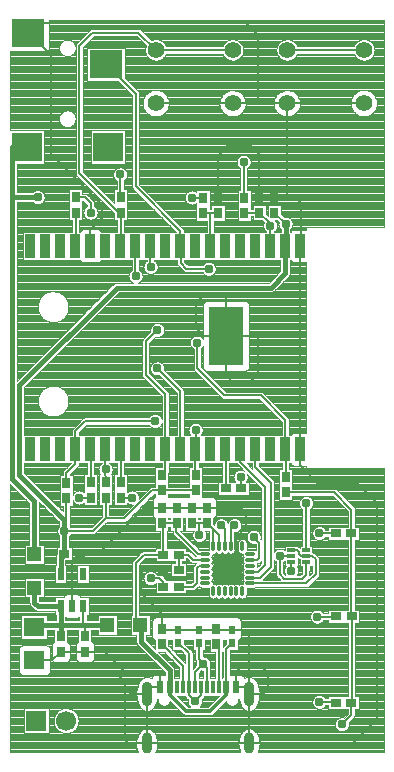
<source format=gbr>
G04 DipTrace 3.3.1.3*
G04 Top.gbr*
%MOMM*%
G04 #@! TF.FileFunction,Copper,L1,Top*
G04 #@! TF.Part,Single*
G04 #@! TA.AperFunction,Conductor*
%ADD14C,0.4*%
%ADD15C,0.2*%
%ADD16C,0.3*%
G04 #@! TA.AperFunction,CopperBalancing*
%ADD17C,0.1*%
%ADD19R,0.7X0.9*%
%ADD20R,0.9X0.7*%
%ADD21R,1.8X1.6*%
%ADD22R,0.6X0.8*%
%ADD24R,1.2X1.2*%
%ADD26R,0.3X1.14*%
%ADD27R,0.6X1.14*%
G04 #@! TA.AperFunction,ComponentPad*
%ADD28O,0.9X1.8*%
%ADD29O,0.9X2.1*%
%ADD30R,2.8X2.4*%
%ADD31R,2.5X2.4*%
G04 #@! TA.AperFunction,ComponentPad*
%ADD36R,1.7X1.7*%
%ADD37C,1.7*%
%ADD39R,0.67X0.3*%
G04 #@! TA.AperFunction,ComponentPad*
%ADD40C,1.4*%
%ADD46R,0.9X2.0*%
%ADD47R,3.0X5.0*%
%ADD49O,0.3X0.85*%
%ADD50O,0.85X0.3*%
%ADD51R,2.45X2.45*%
%ADD53R,0.6X1.1*%
G04 #@! TA.AperFunction,ViaPad*
%ADD58C,0.7874*%
%ADD59C,2.25*%
%FSLAX35Y35*%
G04*
G71*
G90*
G75*
G01*
G04 Top*
%LPD*%
X1476817Y2556434D2*
D14*
Y2699188D1*
X1508567Y2730938D1*
Y2925211D1*
Y3016688D1*
X1127564Y3397691D1*
Y4159684D1*
X1953067Y4985188D1*
X3254814D1*
X3379647Y5110021D1*
Y5338291D1*
X3381814Y5524938D2*
Y5340458D1*
X3379647Y5338291D1*
X3286567Y5620188D2*
D15*
X3381814Y5524938D1*
X3027117Y6048598D2*
Y5747188D1*
X3032567D1*
X1982087Y5942318D2*
Y5752941D1*
X1984841Y5750188D1*
X1857817Y3207188D2*
Y3031808D1*
X1751221Y2925211D1*
X1508567D1*
X3940441Y2905564D2*
Y2200814D1*
X3940691Y2200564D1*
Y1470564D1*
X3940441Y1470314D1*
X1508567Y2921438D2*
D14*
Y2925211D1*
X3858067Y1286311D2*
D15*
X3937441Y1365684D1*
Y1470314D1*
X3940441D1*
X1508567Y2921438D2*
X1524441D1*
Y3204188D1*
X2619817Y3267688D2*
X2334067D1*
X1857817Y3031808D2*
X2015811D1*
X2251691Y3267688D1*
X2334067D1*
X3381814Y3251814D2*
X3794217D1*
X3940441Y3105591D1*
Y2905564D1*
X3000814Y3381814D2*
Y3289568D1*
X3003817Y3286564D1*
X2730941Y5143938D2*
X2540444D1*
X2492817Y5191564D1*
Y5338291D1*
X2490647D1*
Y5463608D1*
X2111817Y5842438D1*
Y6626731D1*
X1864361Y6874188D1*
X2873817Y3286564D2*
Y3614021D1*
X2871747Y3616091D1*
X2701691Y2629438D2*
X2648531D1*
X2631661Y2612568D1*
Y2486244D1*
X2597374Y2451958D1*
X2476697D1*
X3081691Y2679438D2*
X3139814D1*
X3159564Y2699188D1*
Y2826188D1*
X3111941Y2873811D1*
X3429441Y2712688D2*
X3336564D1*
X3334191Y2715061D1*
X3554441Y2662688D2*
Y2554314D1*
X3518624Y2518498D1*
X3372007D1*
X3334191Y2556314D1*
Y2715061D1*
X3252647Y5338291D2*
Y5509064D1*
Y5527108D1*
X3159567Y5620188D1*
X3032567Y5617188D2*
X3156567D1*
X3159567Y5620188D1*
X3554441Y2762688D2*
Y3157561D1*
X3556441Y3159561D1*
X3251554Y5509714D2*
X3252647Y5509064D1*
X1571817Y2286434D2*
Y2664188D1*
X1638567Y2730938D1*
X3159567Y5750188D2*
X3286567D1*
X3506647Y5337291D2*
X3509674D1*
Y5698704D1*
X3458191Y5750188D1*
X3395111D1*
X3286567D1*
X2966691Y2794437D2*
Y2680938D1*
X2891691Y2605938D1*
X2889691Y2603938D1*
X2966691Y2794437D2*
Y2871438D1*
X3048441Y2953188D1*
Y3080188D1*
X3006917Y3121711D1*
X2714821D1*
X2587821D1*
X2460821D1*
X2333821D1*
X2475397Y2086021D2*
X2650024D1*
X2785467D1*
X2796597Y2097151D1*
X2927017Y2086021D2*
X2807727D1*
X2796597Y2097151D1*
X2475397Y2086021D2*
X2342851D1*
X2331941Y2096931D1*
X2283861Y6546614D2*
X2933861D1*
X3152331D1*
X3395111D1*
X4045111D1*
X3152331D2*
Y7119671D1*
X3048441Y7223561D1*
X1283734D1*
X1204361Y7144188D1*
X3506647Y5337291D2*
X3506747Y4573291D1*
Y3616091D1*
X2877284Y4573291D2*
X3145834D1*
X3506747D1*
X1729511Y5338281D2*
Y5476004D1*
X1826067Y5572561D1*
Y5683688D1*
X1397441Y6112314D1*
Y6951108D1*
X1204361Y7144188D1*
X1683191Y1902438D2*
X1476817D1*
X1254564Y1831811D2*
X1406191D1*
X1476817Y1902438D1*
X1638567Y2730938D2*
X1794317D1*
X2185091Y3121711D1*
X2333821D1*
X2207627Y1546812D2*
Y1128811D1*
Y1128812D1*
X3071627Y1546812D2*
Y1128812D1*
X2319627Y1603812D2*
X2207627D1*
Y1546812D1*
X2959627Y1603812D2*
X3071627D1*
Y1546812D1*
X1683191Y1902438D2*
X1852004D1*
X2016914Y1737528D1*
X1976127Y1696741D1*
X2026451Y1646418D1*
Y1593591D1*
X2073230Y1546812D1*
X2207627D1*
Y1128812D2*
X3071627D1*
Y1546812D2*
Y1771491D1*
Y2041001D1*
X3026607Y2086021D1*
X2927017D1*
X2346697Y2594831D2*
X2182084D1*
X2159441Y2572188D1*
Y2397564D1*
X2331941Y2225064D1*
Y2096931D1*
X2891691Y2604437D2*
Y2605938D1*
X3506747Y3616091D2*
Y3479131D1*
X3651691Y3334188D1*
X3985064D1*
X4159691Y3159561D1*
Y1333938D1*
X3954565Y1128812D1*
X3071627D1*
X2877284Y4573291D2*
Y4574454D1*
X2876447Y4575291D1*
X2877284Y4573291D2*
X2689741D1*
X2620611Y4642421D1*
Y4850521D1*
X2689981Y4919891D1*
X2851011D1*
X2876447Y4894454D1*
Y4575291D1*
X2877284Y4573291D2*
Y4242058D1*
X2930287Y4189054D1*
X3081407D1*
X3145834Y4253481D1*
Y4573291D1*
X2810317Y5747188D2*
Y6101348D1*
X2889194Y6180224D1*
X3092077D1*
X3159567Y6112734D1*
Y5750188D1*
X3395111Y6546614D2*
Y5750188D1*
X2319627Y1603812D2*
Y1711724D1*
X2293824Y1737528D1*
X2016914D1*
X2959627Y1603812D2*
Y1726274D1*
X3004844Y1771491D1*
X3071627D1*
X2207627Y1128812D2*
X2051813D1*
X2026451Y1154174D1*
Y1593591D1*
X3071627Y1546812D2*
X3190425D1*
X3234997Y1591384D1*
Y1723138D1*
X3186644Y1771491D1*
X3071627D1*
X1857817Y3337188D2*
X1856614Y3445311D1*
Y3616084D1*
X3429441Y2662688D2*
Y2588064D1*
X1857817Y3445311D2*
X1856614D1*
X3395111Y6996614D2*
X4045111D1*
X2683317Y5617188D2*
X2744647D1*
X2810317D1*
X2744647Y5338291D2*
Y5617188D1*
X1603841Y5620188D2*
Y5339611D1*
X1602511Y5338281D1*
X1984841Y5620188D2*
Y5340484D1*
X1982647Y5338291D1*
X1984841Y5620188D2*
X1968941D1*
X1635567Y5953561D1*
Y7033064D1*
X1746691Y7144188D1*
X2136287D1*
X2283861Y6996614D1*
X2933861D1*
X1524441Y3334188D2*
Y3413561D1*
X1602614Y3491734D1*
Y3616084D1*
X2276877Y3855284D2*
X1686841D1*
X1602614Y3771058D1*
Y3616084D1*
X2295417Y4300161D2*
X2297744D1*
X2490747Y4107158D1*
Y3616091D1*
X2617747D2*
Y3399758D1*
X2619817Y3397688D1*
Y3778688D2*
Y3618161D1*
X2617747Y3616091D1*
X1730814Y3337188D2*
Y3614884D1*
X1729614Y3616084D1*
X3381814Y3381814D2*
Y3614024D1*
X3379747Y3616091D1*
X2632537Y4518508D2*
X2633694D1*
Y4302378D1*
X2864874Y4071198D1*
X3170307D1*
X3379747Y3861758D1*
Y3616091D1*
X1984814Y3337188D2*
Y3614884D1*
X1983614Y3616084D1*
X2364614D2*
Y3428234D1*
X2334067Y3397688D1*
X2295994Y4625848D2*
X2295757D1*
X2198831Y4528921D1*
Y4247604D1*
X2364614Y4081821D1*
Y3616084D1*
X1254567Y2725188D2*
D14*
Y3175434D1*
X1064064Y3365938D1*
Y5750081D1*
Y6174188D1*
X1189361D1*
X1282747Y5750081D2*
X1064064D1*
X2588064Y5747188D2*
D15*
X2683317D1*
X1603841Y5750188D2*
X1680191D1*
X1730814Y5699564D1*
Y5620188D1*
X3649624Y2197791D2*
X3807917D1*
X3810691Y2200564D1*
X1730814Y3207188D2*
X1635567D1*
X3667567Y2905564D2*
X3810441D1*
X1984814Y3207188D2*
X2080064D1*
X3667567Y1476811D2*
X3803944D1*
X3810441Y1470314D1*
X2514627Y1603811D2*
Y1784244D1*
X2331941Y1966931D1*
X2814627Y1603811D2*
Y1949121D1*
X2796597Y1967151D1*
X2701691Y2679438D2*
X2601297D1*
X2558904Y2721831D1*
X2476694D1*
Y2594831D1*
X2476697D1*
X3429441Y2762688D2*
X3477064D1*
X3492941Y2746811D1*
Y2730938D1*
X3511191Y2712688D1*
X3554441D1*
X3081691Y2479438D2*
X3558941D1*
X3635817Y2556314D1*
Y2683311D1*
X3606441Y2712688D1*
X3554441D1*
X2109647Y5338291D2*
Y5082608D1*
X2111817Y5080438D1*
X2236647Y5338291D2*
Y5161981D1*
X2238814Y5159814D1*
X2399627Y1603811D2*
D16*
Y1538744D1*
X2537377Y1400994D1*
X2743674D1*
X2879627Y1536948D1*
Y1603811D1*
D15*
Y1928631D1*
X2927017Y1976021D1*
X2701691Y2729438D2*
X2643721D1*
X2457941Y2915218D1*
Y2991711D1*
X2460821D1*
X2333821D2*
X2460821D1*
X2346694Y2721831D2*
Y2978838D1*
X2333821Y2991711D1*
X2399627Y1603811D2*
D14*
Y1744628D1*
X2159441Y1984814D1*
Y2127688D1*
X2153691D1*
D15*
Y2117564D1*
X2111814Y2159441D1*
Y2651561D1*
X2182084Y2721831D1*
X2346694D1*
X2916691Y2794438D2*
Y2939818D1*
X2949041Y2972168D1*
X2614627Y1603811D2*
Y1731044D1*
X2685057Y1801474D1*
X2714627Y1603811D2*
Y1766571D1*
X2685057Y1796141D1*
Y1801474D1*
X2650024Y1976021D2*
Y1836508D1*
X2685057Y1801474D1*
X2866691Y2794438D2*
Y2943391D1*
X2837914Y2972168D1*
X2664627Y1603811D2*
Y1531918D1*
X2614307Y1481598D1*
X2564627Y1603811D2*
Y1531278D1*
X2614307Y1481598D1*
X2564627Y1603811D2*
Y1886791D1*
X2475397Y1976021D1*
X3125747Y3616091D2*
Y3463258D1*
X3254814Y3334191D1*
Y2619811D1*
X3164441Y2529438D1*
X3081691D1*
X2998747Y3616091D2*
Y3507211D1*
X3207191Y3298768D1*
Y2639401D1*
X3147227Y2579438D1*
X3081691D1*
X1476817Y2286434D2*
D14*
Y2127688D1*
X1666817D1*
X1683191D1*
X1873691D1*
X1666817Y2286434D2*
D15*
Y2127688D1*
X1476817Y2286434D2*
D14*
Y2032438D1*
X1683191D2*
D15*
Y2127688D1*
X1254567Y2445188D2*
D14*
Y2318184D1*
X1286317Y2286434D1*
X1476817D1*
X1873691Y2127688D2*
X1270441D1*
X1254564Y2111811D1*
X2587821Y2991711D2*
D15*
X2651564D1*
X2714821D1*
X2816691Y2794438D2*
Y2889841D1*
X2714821Y2991711D1*
X2766691Y2794438D2*
Y2939841D1*
X2714821Y2991711D1*
X2346697Y2451958D2*
Y2492628D1*
X2314761Y2524564D1*
X2238817D1*
X2651564Y2889688D2*
Y2991711D1*
D58*
X2837914Y2972168D3*
X2949041D3*
X2685057Y1801474D3*
X2614307Y1481598D3*
X2238817Y2524564D3*
X2651564Y2889688D3*
X3000814Y3381814D3*
X2730941Y5143938D3*
X3381814Y5524938D3*
X3027117Y6048598D3*
X1982087Y5942318D3*
X1282747Y5750081D3*
X2588064Y5747188D3*
X3556441Y3159561D3*
X3429441Y2588064D3*
X3111941Y2873811D3*
X3334191Y2715061D3*
X1857817Y3445311D3*
X3251554Y5509714D3*
X1635567Y3207188D3*
X2080064D3*
X3667567Y2905564D3*
Y1476811D3*
X1730814Y5620188D3*
X3649624Y2197791D3*
X1508567Y2921438D3*
X3858067Y1286311D3*
X2889691Y2603938D3*
X2295994Y4625848D3*
D59*
X2877284Y4573291D3*
D58*
X2619817Y3778688D3*
X2632537Y4518508D3*
X2295417Y4300161D3*
X2276877Y3855284D3*
X2111817Y5080438D3*
X2238814Y5159814D3*
X1383517Y7240648D2*
D17*
X4217181D1*
X1383517Y7230981D2*
X4217181D1*
X1383517Y7221314D2*
X4217181D1*
X1383517Y7211648D2*
X4217181D1*
X1383517Y7201981D2*
X4217181D1*
X1383517Y7192314D2*
X4217181D1*
X1383517Y7182648D2*
X4217181D1*
X1383517Y7172981D2*
X1735325D1*
X2147638D2*
X4217181D1*
X1383517Y7163314D2*
X1721536D1*
X2161427D2*
X4217181D1*
X1383517Y7153648D2*
X1711868D1*
X2171095D2*
X4217181D1*
X1383517Y7143981D2*
X1702200D1*
X2180763D2*
X4217181D1*
X1383517Y7134314D2*
X1692552D1*
X2190431D2*
X4217181D1*
X1383517Y7124648D2*
X1682884D1*
X2200099D2*
X4217181D1*
X1383517Y7114981D2*
X1673216D1*
X2209767D2*
X4217181D1*
X1383517Y7105314D2*
X1663548D1*
X1752091D2*
X2130892D1*
X2219435D2*
X4217181D1*
X1383517Y7095648D2*
X1653880D1*
X1742423D2*
X2140560D1*
X2229103D2*
X4217181D1*
X1383517Y7085981D2*
X1644212D1*
X1732755D2*
X2150228D1*
X2238771D2*
X2267962D1*
X2299767D2*
X2917962D1*
X2949767D2*
X3379212D1*
X3411017D2*
X4029212D1*
X4061017D2*
X4217181D1*
X1383517Y7076314D2*
X1499818D1*
X1568888D2*
X1634544D1*
X1723087D2*
X2159876D1*
X2327950D2*
X2889779D1*
X2977950D2*
X3351029D1*
X3439200D2*
X4001029D1*
X4089200D2*
X4217181D1*
X1383517Y7066648D2*
X1486107D1*
X1582599D2*
X1624876D1*
X1713419D2*
X2169544D1*
X2342345D2*
X2875384D1*
X2992345D2*
X3336634D1*
X3453595D2*
X3986634D1*
X4103595D2*
X4217181D1*
X1383517Y7056981D2*
X1477200D1*
X1591505D2*
X1615208D1*
X1703751D2*
X2179212D1*
X2352423D2*
X2865306D1*
X3002423D2*
X3326556D1*
X3463673D2*
X3976556D1*
X4113673D2*
X4217181D1*
X1383517Y7047314D2*
X1471009D1*
X1597716D2*
X1607493D1*
X1694083D2*
X2188880D1*
X2359943D2*
X2857767D1*
X3009943D2*
X3319017D1*
X3471193D2*
X3969017D1*
X4121193D2*
X4217181D1*
X1383517Y7037648D2*
X1466771D1*
X1684435D2*
X2198548D1*
X2365626D2*
X2852083D1*
X3015626D2*
X3313333D1*
X3476876D2*
X3963333D1*
X4126876D2*
X4217181D1*
X1383517Y7027981D2*
X1464115D1*
X1674767D2*
X2197865D1*
X2369865D2*
X2847865D1*
X3019865D2*
X3309115D1*
X3481115D2*
X3959115D1*
X4131115D2*
X4217181D1*
X1383517Y7018314D2*
X1462884D1*
X1667169D2*
X2194896D1*
X3022833D2*
X3306146D1*
X4134083D2*
X4217181D1*
X1382384Y7008648D2*
X1462982D1*
X1667169D2*
X1702767D1*
X2025958D2*
X2193060D1*
X3024650D2*
X3304310D1*
X4135900D2*
X4217181D1*
X1377970Y6998981D2*
X1464427D1*
X1667169D2*
X1702767D1*
X2025958D2*
X2192298D1*
X3025431D2*
X3303548D1*
X4136681D2*
X4217181D1*
X1367911Y6989314D2*
X1467279D1*
X1667169D2*
X1702767D1*
X2025958D2*
X2192552D1*
X3025158D2*
X3303802D1*
X4136408D2*
X4217181D1*
X1054200Y6979648D2*
X1471790D1*
X1596935D2*
X1603958D1*
X1667169D2*
X1702767D1*
X2025958D2*
X2193861D1*
X3023849D2*
X3305111D1*
X4135099D2*
X4217181D1*
X1054200Y6969981D2*
X1478314D1*
X1590411D2*
X1603958D1*
X1667169D2*
X1702767D1*
X2025958D2*
X2196263D1*
X3021466D2*
X3307513D1*
X4132716D2*
X4217181D1*
X1054200Y6960314D2*
X1487728D1*
X1580997D2*
X1603958D1*
X1667169D2*
X1702767D1*
X2025958D2*
X2199857D1*
X2367872D2*
X2849857D1*
X3017872D2*
X3311107D1*
X3479122D2*
X3961107D1*
X4129122D2*
X4217181D1*
X1054200Y6950648D2*
X1502591D1*
X1566134D2*
X1603958D1*
X1667169D2*
X1702767D1*
X2025958D2*
X2204779D1*
X2362931D2*
X2854779D1*
X3012931D2*
X3316029D1*
X3474181D2*
X3966029D1*
X4124181D2*
X4217181D1*
X1054200Y6940981D2*
X1603958D1*
X1667169D2*
X1702767D1*
X2025958D2*
X2211361D1*
X2356368D2*
X2861361D1*
X3006368D2*
X3322611D1*
X3467618D2*
X3972611D1*
X4117618D2*
X4217181D1*
X1054200Y6931314D2*
X1603958D1*
X1667169D2*
X1702767D1*
X2025958D2*
X2220052D1*
X2347658D2*
X2870052D1*
X2997658D2*
X3331302D1*
X3458908D2*
X3981302D1*
X4108908D2*
X4217181D1*
X1054200Y6921648D2*
X1603958D1*
X1667169D2*
X1702767D1*
X2025958D2*
X2231986D1*
X2335743D2*
X2881986D1*
X2985743D2*
X3343236D1*
X3446993D2*
X3993236D1*
X4096993D2*
X4217181D1*
X1054200Y6911981D2*
X1603958D1*
X1667169D2*
X1702767D1*
X2025958D2*
X2250521D1*
X2317189D2*
X2900521D1*
X2967189D2*
X3361771D1*
X3428439D2*
X4011771D1*
X4078439D2*
X4217181D1*
X1054200Y6902314D2*
X1603958D1*
X1667169D2*
X1702767D1*
X2025958D2*
X4217181D1*
X1054200Y6892648D2*
X1603958D1*
X1667169D2*
X1702767D1*
X2025958D2*
X4217181D1*
X1054200Y6882981D2*
X1603958D1*
X1667169D2*
X1702767D1*
X2025958D2*
X4217181D1*
X1054200Y6873314D2*
X1603958D1*
X1667169D2*
X1702767D1*
X2025958D2*
X4217181D1*
X1054200Y6863648D2*
X1603958D1*
X1667169D2*
X1702767D1*
X2025958D2*
X4217181D1*
X1054200Y6853981D2*
X1603958D1*
X1667169D2*
X1702767D1*
X2025958D2*
X4217181D1*
X1054200Y6844314D2*
X1603958D1*
X1667169D2*
X1702767D1*
X2025958D2*
X4217181D1*
X1054200Y6834648D2*
X1603958D1*
X1667169D2*
X1702767D1*
X2025958D2*
X4217181D1*
X1054200Y6824981D2*
X1603958D1*
X1667169D2*
X1702767D1*
X2025958D2*
X4217181D1*
X1054200Y6815314D2*
X1603958D1*
X1667169D2*
X1702767D1*
X2025958D2*
X4217181D1*
X1054200Y6805648D2*
X1603958D1*
X1667169D2*
X1702767D1*
X2025958D2*
X4217181D1*
X1054200Y6795981D2*
X1603958D1*
X1667169D2*
X1702767D1*
X2025958D2*
X4217181D1*
X1054200Y6786314D2*
X1603958D1*
X1667169D2*
X1702767D1*
X2025958D2*
X4217181D1*
X1054200Y6776648D2*
X1603958D1*
X1667169D2*
X1702767D1*
X2025958D2*
X4217181D1*
X1054200Y6766981D2*
X1603958D1*
X1667169D2*
X1702767D1*
X2025958D2*
X4217181D1*
X1054200Y6757314D2*
X1603958D1*
X1667169D2*
X1702767D1*
X2025958D2*
X4217181D1*
X1054200Y6747648D2*
X1603958D1*
X1667169D2*
X1702767D1*
X2035177D2*
X4217181D1*
X1054200Y6737981D2*
X1603958D1*
X1667169D2*
X1702767D1*
X2044845D2*
X4217181D1*
X1054200Y6728314D2*
X1603958D1*
X1667169D2*
X1965950D1*
X2054513D2*
X4217181D1*
X1054200Y6718648D2*
X1603958D1*
X1667169D2*
X1975618D1*
X2064181D2*
X4217181D1*
X1054200Y6708981D2*
X1603958D1*
X1667169D2*
X1985286D1*
X2073849D2*
X4217181D1*
X1054200Y6699314D2*
X1603958D1*
X1667169D2*
X1994954D1*
X2083517D2*
X4217181D1*
X1054200Y6689648D2*
X1603958D1*
X1667169D2*
X2004622D1*
X2093185D2*
X4217181D1*
X1054200Y6679981D2*
X1603958D1*
X1667169D2*
X2014290D1*
X2102833D2*
X4217181D1*
X1054200Y6670314D2*
X1603958D1*
X1667169D2*
X2023958D1*
X2112501D2*
X4217181D1*
X1054200Y6660648D2*
X1603958D1*
X1667169D2*
X2033626D1*
X2122169D2*
X4217181D1*
X1054200Y6650981D2*
X1603958D1*
X1667169D2*
X2043294D1*
X2131837D2*
X2243861D1*
X2323810D2*
X2894857D1*
X2972404D2*
X3354779D1*
X3432345D2*
X4003841D1*
X4086720D2*
X4217181D1*
X1054200Y6641314D2*
X1603958D1*
X1667169D2*
X2052962D1*
X2139728D2*
X2224876D1*
X2342794D2*
X2875775D1*
X2991486D2*
X3335697D1*
X3451408D2*
X3984876D1*
X4105704D2*
X4217181D1*
X1054200Y6631648D2*
X1603958D1*
X1667169D2*
X2062630D1*
X2143029D2*
X2211204D1*
X2356466D2*
X2861575D1*
X3005704D2*
X3321497D1*
X3465626D2*
X3971927D1*
X4118654D2*
X4217181D1*
X1054200Y6621981D2*
X1603958D1*
X1667169D2*
X2072298D1*
X2143419D2*
X2201536D1*
X2366115D2*
X2851908D1*
X3015372D2*
X3311829D1*
X3475294D2*
X3962259D1*
X4128322D2*
X4217181D1*
X1054200Y6612314D2*
X1603958D1*
X1667169D2*
X2080208D1*
X2143419D2*
X2192376D1*
X2375294D2*
X2842591D1*
X3024669D2*
X3302513D1*
X3484591D2*
X3953294D1*
X4137286D2*
X4217181D1*
X1054200Y6602648D2*
X1603958D1*
X1667169D2*
X2080208D1*
X2143419D2*
X2186927D1*
X2380743D2*
X2837005D1*
X3030255D2*
X3296947D1*
X3490177D2*
X3948001D1*
X4142560D2*
X4217181D1*
X1054200Y6592981D2*
X1603958D1*
X1667169D2*
X2080208D1*
X2143419D2*
X2182005D1*
X2385665D2*
X2832083D1*
X3035177D2*
X3292005D1*
X3495099D2*
X3943079D1*
X4147501D2*
X4217181D1*
X1054200Y6583314D2*
X1603958D1*
X1667169D2*
X2080208D1*
X2143419D2*
X2177181D1*
X2390490D2*
X2827220D1*
X3040040D2*
X3287142D1*
X3499962D2*
X3938333D1*
X4152247D2*
X4217181D1*
X1054200Y6573648D2*
X1603958D1*
X1667169D2*
X2080208D1*
X2143419D2*
X2174700D1*
X2392970D2*
X2824583D1*
X3042677D2*
X3284525D1*
X3502599D2*
X3936048D1*
X4154533D2*
X4217181D1*
X1054200Y6563981D2*
X1603958D1*
X1667169D2*
X2080208D1*
X2143419D2*
X2173177D1*
X2394493D2*
X2823060D1*
X3044200D2*
X3282982D1*
X3504122D2*
X3934505D1*
X4156056D2*
X4217181D1*
X1054200Y6554314D2*
X1603958D1*
X1667169D2*
X2080208D1*
X2143419D2*
X2171634D1*
X2396017D2*
X2821536D1*
X3045743D2*
X3281458D1*
X3505665D2*
X3932982D1*
X4157599D2*
X4217181D1*
X1054200Y6544648D2*
X1603958D1*
X1667169D2*
X2080208D1*
X2143419D2*
X2170794D1*
X2396876D2*
X2820579D1*
X3046700D2*
X3280501D1*
X3506622D2*
X3932279D1*
X4158283D2*
X4217181D1*
X1054200Y6534981D2*
X1603958D1*
X1667169D2*
X2080208D1*
X2143419D2*
X2172122D1*
X2395548D2*
X2821829D1*
X3045431D2*
X3281751D1*
X3505353D2*
X3933685D1*
X4156876D2*
X4217181D1*
X1054200Y6525314D2*
X1603958D1*
X1667169D2*
X2080208D1*
X2143419D2*
X2173646D1*
X2394005D2*
X2823353D1*
X3043908D2*
X3283294D1*
X3503829D2*
X3935228D1*
X4155353D2*
X4217181D1*
X1054200Y6515648D2*
X1603958D1*
X1667169D2*
X2080208D1*
X2143419D2*
X2175189D1*
X2392462D2*
X2824896D1*
X3042365D2*
X3284818D1*
X3502306D2*
X3936790D1*
X4153771D2*
X4217181D1*
X1054200Y6505981D2*
X1603958D1*
X1667169D2*
X2080208D1*
X2143419D2*
X2178607D1*
X2389044D2*
X2828138D1*
X3039142D2*
X3288060D1*
X3499064D2*
X3940443D1*
X4150118D2*
X4217181D1*
X1054200Y6496314D2*
X1603958D1*
X1667169D2*
X2080208D1*
X2143419D2*
X2183548D1*
X2384122D2*
X2833060D1*
X3034220D2*
X3292982D1*
X3494142D2*
X3945365D1*
X4145197D2*
X4217181D1*
X1054200Y6486648D2*
X1603958D1*
X1667169D2*
X2080208D1*
X2143419D2*
X2188470D1*
X2379200D2*
X2837982D1*
X3029279D2*
X3297904D1*
X3489220D2*
X3950306D1*
X4140275D2*
X4217181D1*
X1054200Y6476981D2*
X1501087D1*
X1567638D2*
X1603958D1*
X1667169D2*
X2080208D1*
X2143419D2*
X2194915D1*
X2372755D2*
X2844193D1*
X3023087D2*
X3304115D1*
X3483009D2*
X3957083D1*
X4133478D2*
X4217181D1*
X1054200Y6467314D2*
X1486868D1*
X1581857D2*
X1603958D1*
X1667169D2*
X2080208D1*
X2143419D2*
X2204564D1*
X2363107D2*
X2853802D1*
X3013458D2*
X3313724D1*
X3473400D2*
X3966751D1*
X4123810D2*
X4217181D1*
X1054200Y6457648D2*
X1477728D1*
X1590997D2*
X1603958D1*
X1667169D2*
X2080208D1*
X2143419D2*
X2214290D1*
X2353380D2*
X2863490D1*
X3003790D2*
X3323411D1*
X3463712D2*
X3976595D1*
X4113986D2*
X4217181D1*
X1054200Y6447981D2*
X1471380D1*
X1597345D2*
X1603958D1*
X1667169D2*
X2080208D1*
X2143419D2*
X2230794D1*
X2336876D2*
X2879505D1*
X2987775D2*
X3339427D1*
X3447697D2*
X3993704D1*
X4096857D2*
X4217181D1*
X1054200Y6438314D2*
X1467005D1*
X1667169D2*
X2080208D1*
X2143419D2*
X2253529D1*
X2314142D2*
X2900443D1*
X2966818D2*
X3360384D1*
X3426740D2*
X4019681D1*
X4070900D2*
X4217181D1*
X1054200Y6428648D2*
X1464251D1*
X1667169D2*
X2080208D1*
X2143419D2*
X4217181D1*
X1054200Y6418981D2*
X1462923D1*
X1667169D2*
X2080208D1*
X2143419D2*
X4217181D1*
X1054200Y6409314D2*
X1462923D1*
X1667169D2*
X2080208D1*
X2143419D2*
X4217181D1*
X1054200Y6399648D2*
X1464271D1*
X1667169D2*
X2080208D1*
X2143419D2*
X4217181D1*
X1054200Y6389981D2*
X1467044D1*
X1667169D2*
X2080208D1*
X2143419D2*
X4217181D1*
X1054200Y6380314D2*
X1471419D1*
X1597306D2*
X1603958D1*
X1667169D2*
X2080208D1*
X2143419D2*
X4217181D1*
X1054200Y6370648D2*
X1477786D1*
X1590939D2*
X1603958D1*
X1667169D2*
X2080208D1*
X2143419D2*
X4217181D1*
X1054200Y6360981D2*
X1486947D1*
X1581759D2*
X1603958D1*
X1667169D2*
X2080208D1*
X2143419D2*
X4217181D1*
X1054200Y6351314D2*
X1501243D1*
X1567482D2*
X1603958D1*
X1667169D2*
X2080208D1*
X2143419D2*
X4217181D1*
X1054200Y6341648D2*
X1603958D1*
X1667169D2*
X2080208D1*
X2143419D2*
X4217181D1*
X1054200Y6331981D2*
X1603958D1*
X1667169D2*
X2080208D1*
X2143419D2*
X4217181D1*
X1054200Y6322314D2*
X1603958D1*
X1667169D2*
X2080208D1*
X2143419D2*
X4217181D1*
X1335958Y6312648D2*
X1603958D1*
X1667169D2*
X1732767D1*
X2025958D2*
X2080208D1*
X2143419D2*
X4217181D1*
X1335958Y6302981D2*
X1603958D1*
X1667169D2*
X1732767D1*
X2025958D2*
X2080208D1*
X2143419D2*
X4217181D1*
X1335958Y6293314D2*
X1603958D1*
X1667169D2*
X1732767D1*
X2025958D2*
X2080208D1*
X2143419D2*
X4217181D1*
X1335958Y6283648D2*
X1603958D1*
X1667169D2*
X1732767D1*
X2025958D2*
X2080208D1*
X2143419D2*
X4217181D1*
X1335958Y6273981D2*
X1603958D1*
X1667169D2*
X1732767D1*
X2025958D2*
X2080208D1*
X2143419D2*
X4217181D1*
X1335958Y6264314D2*
X1603958D1*
X1667169D2*
X1732767D1*
X2025958D2*
X2080208D1*
X2143419D2*
X4217181D1*
X1335958Y6254648D2*
X1603958D1*
X1667169D2*
X1732767D1*
X2025958D2*
X2080208D1*
X2143419D2*
X4217181D1*
X1335958Y6244981D2*
X1603958D1*
X1667169D2*
X1732767D1*
X2025958D2*
X2080208D1*
X2143419D2*
X4217181D1*
X1335958Y6235314D2*
X1603958D1*
X1667169D2*
X1732767D1*
X2025958D2*
X2080208D1*
X2143419D2*
X4217181D1*
X1335958Y6225648D2*
X1603958D1*
X1667169D2*
X1732767D1*
X2025958D2*
X2080208D1*
X2143419D2*
X4217181D1*
X1335958Y6215981D2*
X1603958D1*
X1667169D2*
X1732767D1*
X2025958D2*
X2080208D1*
X2143419D2*
X4217181D1*
X1335958Y6206314D2*
X1603958D1*
X1667169D2*
X1732767D1*
X2025958D2*
X2080208D1*
X2143419D2*
X4217181D1*
X1335958Y6196648D2*
X1603958D1*
X1667169D2*
X1732767D1*
X2025958D2*
X2080208D1*
X2143419D2*
X4217181D1*
X1335958Y6186981D2*
X1603958D1*
X1667169D2*
X1732767D1*
X2025958D2*
X2080208D1*
X2143419D2*
X4217181D1*
X1335958Y6177314D2*
X1603958D1*
X1667169D2*
X1732767D1*
X2025958D2*
X2080208D1*
X2143419D2*
X4217181D1*
X1335958Y6167648D2*
X1603958D1*
X1667169D2*
X1732767D1*
X2025958D2*
X2080208D1*
X2143419D2*
X4217181D1*
X1335958Y6157981D2*
X1603958D1*
X1667169D2*
X1732767D1*
X2025958D2*
X2080208D1*
X2143419D2*
X4217181D1*
X1335958Y6148314D2*
X1603958D1*
X1667169D2*
X1732767D1*
X2025958D2*
X2080208D1*
X2143419D2*
X4217181D1*
X1335958Y6138648D2*
X1603958D1*
X1667169D2*
X1732767D1*
X2025958D2*
X2080208D1*
X2143419D2*
X4217181D1*
X1335958Y6128981D2*
X1603958D1*
X1667169D2*
X1732767D1*
X2025958D2*
X2080208D1*
X2143419D2*
X4217181D1*
X1335958Y6119314D2*
X1603958D1*
X1667169D2*
X1732767D1*
X2025958D2*
X2080208D1*
X2143419D2*
X4217181D1*
X1335958Y6109648D2*
X1603958D1*
X1667169D2*
X1732767D1*
X2025958D2*
X2080208D1*
X2143419D2*
X4217181D1*
X1335958Y6099981D2*
X1603958D1*
X1667169D2*
X1732767D1*
X2025958D2*
X2080208D1*
X2143419D2*
X2995189D1*
X3059044D2*
X4217181D1*
X1335958Y6090314D2*
X1603958D1*
X1667169D2*
X1732767D1*
X2025958D2*
X2080208D1*
X2143419D2*
X2983040D1*
X3071193D2*
X4217181D1*
X1335958Y6080648D2*
X1603958D1*
X1667169D2*
X1732767D1*
X2025958D2*
X2080208D1*
X2143419D2*
X2975423D1*
X3078810D2*
X4217181D1*
X1335958Y6070981D2*
X1603958D1*
X1667169D2*
X1732767D1*
X2025958D2*
X2080208D1*
X2143419D2*
X2970482D1*
X3083751D2*
X4217181D1*
X1335958Y6061314D2*
X1603958D1*
X1667169D2*
X1732767D1*
X2025958D2*
X2080208D1*
X2143419D2*
X2967513D1*
X3086720D2*
X4217181D1*
X1335958Y6051648D2*
X1603958D1*
X1667169D2*
X1732767D1*
X2025958D2*
X2080208D1*
X2143419D2*
X2966224D1*
X3088009D2*
X4217181D1*
X1335958Y6041981D2*
X1603958D1*
X1667169D2*
X1732767D1*
X2025958D2*
X2080208D1*
X2143419D2*
X2966517D1*
X3087716D2*
X4217181D1*
X1105665Y6032314D2*
X1603958D1*
X1667169D2*
X2080208D1*
X2143419D2*
X2968392D1*
X3085841D2*
X4217181D1*
X1105665Y6022648D2*
X1603958D1*
X1667169D2*
X2080208D1*
X2143419D2*
X2972044D1*
X3082189D2*
X4217181D1*
X1105665Y6012981D2*
X1603958D1*
X1667169D2*
X2080208D1*
X2143419D2*
X2977865D1*
X3076368D2*
X4217181D1*
X1105665Y6003314D2*
X1603958D1*
X1667169D2*
X2080208D1*
X2143419D2*
X2986810D1*
X3067443D2*
X4217181D1*
X1105665Y5993648D2*
X1603958D1*
X1667169D2*
X1950072D1*
X2014103D2*
X2080208D1*
X2143419D2*
X2995521D1*
X3058712D2*
X4217181D1*
X1105665Y5983981D2*
X1603958D1*
X1667169D2*
X1937962D1*
X2026212D2*
X2080208D1*
X2143419D2*
X2995521D1*
X3058712D2*
X4217181D1*
X1105665Y5974314D2*
X1603958D1*
X1667169D2*
X1930365D1*
X2033810D2*
X2080208D1*
X2143419D2*
X2995521D1*
X3058712D2*
X4217181D1*
X1105665Y5964648D2*
X1603958D1*
X1668751D2*
X1925423D1*
X2038751D2*
X2080208D1*
X2143419D2*
X2995521D1*
X3058712D2*
X4217181D1*
X1105665Y5954981D2*
X1603958D1*
X1678419D2*
X1922474D1*
X2041700D2*
X2080208D1*
X2143419D2*
X2995521D1*
X3058712D2*
X4217181D1*
X1105665Y5945314D2*
X1605091D1*
X1688087D2*
X1921185D1*
X2042990D2*
X2080208D1*
X2143419D2*
X2995521D1*
X3058712D2*
X4217181D1*
X1105665Y5935648D2*
X1609759D1*
X1697755D2*
X1921497D1*
X2042677D2*
X2080208D1*
X2143419D2*
X2995521D1*
X3058712D2*
X4217181D1*
X1105665Y5925981D2*
X1618880D1*
X1707423D2*
X1923392D1*
X2040783D2*
X2080208D1*
X2143419D2*
X2995521D1*
X3058712D2*
X4217181D1*
X1105665Y5916314D2*
X1628548D1*
X1717091D2*
X1927044D1*
X2037130D2*
X2080208D1*
X2143419D2*
X2995521D1*
X3058712D2*
X4217181D1*
X1105665Y5906648D2*
X1638197D1*
X1726759D2*
X1932884D1*
X2031290D2*
X2080208D1*
X2143419D2*
X2995521D1*
X3058712D2*
X4217181D1*
X1105665Y5896981D2*
X1647865D1*
X1736427D2*
X1941829D1*
X2022345D2*
X2080208D1*
X2143419D2*
X2995521D1*
X3058712D2*
X4217181D1*
X1105665Y5887314D2*
X1657533D1*
X1746095D2*
X1950482D1*
X2013693D2*
X2080208D1*
X2143419D2*
X2995521D1*
X3058712D2*
X4217181D1*
X1105665Y5877648D2*
X1667200D1*
X1755763D2*
X1950482D1*
X2013693D2*
X2080208D1*
X2143419D2*
X2995521D1*
X3058712D2*
X4217181D1*
X1105665Y5867981D2*
X1676868D1*
X1765431D2*
X1950482D1*
X2013693D2*
X2080208D1*
X2143419D2*
X2995521D1*
X3058712D2*
X4217181D1*
X1105665Y5858314D2*
X1686536D1*
X1775079D2*
X1950482D1*
X2013693D2*
X2080208D1*
X2143419D2*
X2995521D1*
X3058712D2*
X4217181D1*
X1105665Y5848648D2*
X1696204D1*
X1784747D2*
X1950482D1*
X2013693D2*
X2080208D1*
X2149884D2*
X2995521D1*
X3058712D2*
X4217181D1*
X1105665Y5838981D2*
X1705872D1*
X1794415D2*
X1950482D1*
X2013693D2*
X2080404D1*
X2159552D2*
X2995521D1*
X3058712D2*
X4217181D1*
X1105665Y5829314D2*
X1715540D1*
X1804083D2*
X1950482D1*
X2013693D2*
X2083177D1*
X2169220D2*
X2995521D1*
X3058712D2*
X4217181D1*
X1105665Y5819648D2*
X1725208D1*
X1813751D2*
X1950482D1*
X2013693D2*
X2090325D1*
X2178888D2*
X2995521D1*
X3058712D2*
X4217181D1*
X1105665Y5809981D2*
X1278841D1*
X1286630D2*
X1547240D1*
X1660450D2*
X1734876D1*
X1823419D2*
X1928236D1*
X2041447D2*
X2099993D1*
X2188556D2*
X2626712D1*
X2739923D2*
X2975970D1*
X3089161D2*
X4217181D1*
X1105665Y5800314D2*
X1248997D1*
X1316505D2*
X1547240D1*
X1660450D2*
X1744544D1*
X1833087D2*
X1928236D1*
X2041447D2*
X2109661D1*
X2198224D2*
X2559251D1*
X2616876D2*
X2626712D1*
X2739923D2*
X2975970D1*
X3089161D2*
X4217181D1*
X1327911Y5790648D2*
X1547240D1*
X1660450D2*
X1754212D1*
X1842755D2*
X1928236D1*
X2041447D2*
X2119329D1*
X2207892D2*
X2545736D1*
X2739923D2*
X2975970D1*
X3089161D2*
X4217181D1*
X1335138Y5780981D2*
X1547240D1*
X1660450D2*
X1763880D1*
X1852423D2*
X1928236D1*
X2041447D2*
X2128997D1*
X2217540D2*
X2537513D1*
X2739923D2*
X2975970D1*
X3089161D2*
X4217181D1*
X1339825Y5771314D2*
X1547240D1*
X1703341D2*
X1773548D1*
X1862091D2*
X1928236D1*
X2041447D2*
X2138665D1*
X2227208D2*
X2532161D1*
X2739923D2*
X2975970D1*
X3089161D2*
X4217181D1*
X1342599Y5761648D2*
X1547240D1*
X1713009D2*
X1783197D1*
X1871759D2*
X1928236D1*
X2041447D2*
X2148333D1*
X2236876D2*
X2528861D1*
X2739923D2*
X2975970D1*
X3089161D2*
X4217181D1*
X1343693Y5751981D2*
X1547240D1*
X1722677D2*
X1792865D1*
X1881427D2*
X1928236D1*
X2041447D2*
X2158001D1*
X2246544D2*
X2527279D1*
X2739923D2*
X2975970D1*
X3089161D2*
X4217181D1*
X1343204Y5742314D2*
X1547240D1*
X1732345D2*
X1802533D1*
X1891095D2*
X1928236D1*
X2041447D2*
X2167669D1*
X2256212D2*
X2527298D1*
X2739923D2*
X2975970D1*
X3089161D2*
X4217181D1*
X1341134Y5732648D2*
X1547240D1*
X1742013D2*
X1812200D1*
X1900763D2*
X1928236D1*
X2041447D2*
X2177337D1*
X2265880D2*
X2528880D1*
X2739923D2*
X2975970D1*
X3089161D2*
X4217181D1*
X1337247Y5722981D2*
X1547240D1*
X1751681D2*
X1821868D1*
X1910431D2*
X1928236D1*
X2041447D2*
X2187005D1*
X2275548D2*
X2532200D1*
X2739923D2*
X2975970D1*
X3089161D2*
X4217181D1*
X1331134Y5713314D2*
X1547240D1*
X1660450D2*
X1672786D1*
X1759142D2*
X1831536D1*
X1920079D2*
X1928236D1*
X2041447D2*
X2196673D1*
X2285216D2*
X2537572D1*
X2739923D2*
X2975970D1*
X3089161D2*
X4217181D1*
X1105665Y5703648D2*
X1243802D1*
X1321700D2*
X1547240D1*
X1660450D2*
X1682454D1*
X1762150D2*
X1841204D1*
X2041447D2*
X2206341D1*
X2294884D2*
X2545833D1*
X2739923D2*
X2975970D1*
X3089161D2*
X4217181D1*
X1105665Y5693981D2*
X1260560D1*
X1304943D2*
X1547240D1*
X1660450D2*
X1692122D1*
X1762423D2*
X1850872D1*
X2041447D2*
X2215990D1*
X2304552D2*
X2559388D1*
X2616740D2*
X2626712D1*
X2739923D2*
X2975970D1*
X3089161D2*
X4217181D1*
X1105665Y5684314D2*
X1547240D1*
X1660450D2*
X1699212D1*
X1762423D2*
X1860540D1*
X2041447D2*
X2225658D1*
X2314220D2*
X2626712D1*
X2739923D2*
X2975970D1*
X3089161D2*
X3102962D1*
X3216173D2*
X3229974D1*
X3343165D2*
X4217181D1*
X1105665Y5674648D2*
X1547240D1*
X1660450D2*
X1699212D1*
X1762423D2*
X1870208D1*
X2041447D2*
X2235325D1*
X2323888D2*
X2626712D1*
X2739923D2*
X2753724D1*
X2866915D2*
X2975970D1*
X3089161D2*
X3102962D1*
X3216173D2*
X3229974D1*
X3343165D2*
X4217181D1*
X1105665Y5664981D2*
X1547240D1*
X1660450D2*
X1689935D1*
X1771681D2*
X1879876D1*
X2041447D2*
X2244993D1*
X2333556D2*
X2626712D1*
X2739923D2*
X2753724D1*
X2866915D2*
X2975970D1*
X3089161D2*
X3102962D1*
X3216173D2*
X3229974D1*
X3343165D2*
X4217181D1*
X1105665Y5655314D2*
X1547240D1*
X1660450D2*
X1681204D1*
X1780411D2*
X1889544D1*
X2041447D2*
X2254661D1*
X2343224D2*
X2626712D1*
X2739923D2*
X2753724D1*
X2866915D2*
X2975970D1*
X3089161D2*
X3102962D1*
X3216173D2*
X3229974D1*
X3343165D2*
X4217181D1*
X1105665Y5645648D2*
X1547240D1*
X1660450D2*
X1675521D1*
X1786115D2*
X1899212D1*
X2041447D2*
X2264329D1*
X2352892D2*
X2626712D1*
X2866915D2*
X2975970D1*
X3216173D2*
X3229974D1*
X3343165D2*
X4217181D1*
X1105665Y5635981D2*
X1547240D1*
X1660450D2*
X1671966D1*
X1789669D2*
X1908880D1*
X2041447D2*
X2273997D1*
X2362540D2*
X2626712D1*
X2866915D2*
X2975970D1*
X3216173D2*
X3229974D1*
X3343165D2*
X4217181D1*
X1105665Y5626314D2*
X1547240D1*
X1660450D2*
X1670150D1*
X1791466D2*
X1918548D1*
X2041447D2*
X2283665D1*
X2372208D2*
X2626712D1*
X2866915D2*
X2975970D1*
X3216173D2*
X3229974D1*
X3343165D2*
X4217181D1*
X1105665Y5616648D2*
X1547240D1*
X1660450D2*
X1669954D1*
X1791681D2*
X1928197D1*
X2041447D2*
X2293333D1*
X2381876D2*
X2626712D1*
X2866915D2*
X2975970D1*
X3216173D2*
X3229974D1*
X3343165D2*
X4217181D1*
X1105665Y5606981D2*
X1547240D1*
X1660450D2*
X1671322D1*
X1790314D2*
X1928236D1*
X2041447D2*
X2303001D1*
X2391544D2*
X2626712D1*
X2866915D2*
X2975970D1*
X3217052D2*
X3229974D1*
X3344044D2*
X4217181D1*
X1105665Y5597314D2*
X1547240D1*
X1660450D2*
X1674368D1*
X1787247D2*
X1928236D1*
X2041447D2*
X2312669D1*
X2401212D2*
X2626712D1*
X2866915D2*
X2975970D1*
X3226720D2*
X3229958D1*
X3353712D2*
X4217181D1*
X1105665Y5587648D2*
X1547240D1*
X1660450D2*
X1679447D1*
X1782189D2*
X1928236D1*
X2041447D2*
X2322337D1*
X2410880D2*
X2626712D1*
X2866915D2*
X2975970D1*
X3363380D2*
X4217181D1*
X1105665Y5577981D2*
X1547240D1*
X1660450D2*
X1687220D1*
X1774415D2*
X1928236D1*
X2041447D2*
X2332005D1*
X2420548D2*
X2626712D1*
X2866915D2*
X2975970D1*
X3089161D2*
X3102962D1*
X3410802D2*
X4217181D1*
X1105665Y5568314D2*
X1547240D1*
X1660450D2*
X1699720D1*
X1761915D2*
X1928236D1*
X2041447D2*
X2341673D1*
X2430216D2*
X2626712D1*
X2866915D2*
X2975970D1*
X3089161D2*
X3102962D1*
X3424220D2*
X4217181D1*
X1105665Y5558648D2*
X1547240D1*
X1660450D2*
X1928236D1*
X2041447D2*
X2351341D1*
X2439884D2*
X2626712D1*
X2866915D2*
X2975970D1*
X3089161D2*
X3102962D1*
X3432404D2*
X4217181D1*
X1105665Y5548981D2*
X1572240D1*
X1635450D2*
X1953236D1*
X2016447D2*
X2360990D1*
X2449552D2*
X2713040D1*
X2776251D2*
X3186497D1*
X3297872D2*
X3313490D1*
X3437755D2*
X4217181D1*
X1105665Y5539314D2*
X1572240D1*
X1635450D2*
X1953236D1*
X2016447D2*
X2370658D1*
X2459220D2*
X2713040D1*
X2776251D2*
X3196165D1*
X3304708D2*
X3322591D1*
X3441036D2*
X4217181D1*
X1105665Y5529648D2*
X1572240D1*
X1635450D2*
X1953236D1*
X2016447D2*
X2380325D1*
X2468888D2*
X2713040D1*
X2776251D2*
X3193997D1*
X3309122D2*
X3321029D1*
X3442599D2*
X4217181D1*
X1105665Y5519981D2*
X1572240D1*
X1635450D2*
X1953236D1*
X2016447D2*
X2389993D1*
X2478556D2*
X2713040D1*
X2776251D2*
X3191478D1*
X3311642D2*
X3321048D1*
X3442579D2*
X4217181D1*
X1105665Y5510314D2*
X1572240D1*
X1635450D2*
X1953236D1*
X2016447D2*
X2399661D1*
X2488224D2*
X2713040D1*
X2776251D2*
X3190579D1*
X3312521D2*
X3322650D1*
X3440978D2*
X4217181D1*
X1105665Y5500648D2*
X1572240D1*
X1635450D2*
X1953236D1*
X2016447D2*
X2409329D1*
X2497892D2*
X2713040D1*
X2776251D2*
X3191283D1*
X3311837D2*
X3325990D1*
X3437638D2*
X4217181D1*
X1105665Y5490981D2*
X1572240D1*
X1635450D2*
X1953236D1*
X2016447D2*
X2418997D1*
X2507540D2*
X2713040D1*
X2776251D2*
X3193587D1*
X3309533D2*
X3331380D1*
X3432247D2*
X3550443D1*
X1105665Y5481314D2*
X1572240D1*
X1635450D2*
X1953236D1*
X2016447D2*
X2428665D1*
X2516603D2*
X2713040D1*
X2776251D2*
X3197728D1*
X3305372D2*
X3339661D1*
X3423966D2*
X3550443D1*
X1105665Y5471648D2*
X1572240D1*
X1635450D2*
X1652122D1*
X1808185D2*
X1953236D1*
X2016447D2*
X2438333D1*
X2521173D2*
X2713040D1*
X2776251D2*
X3204212D1*
X3298888D2*
X3340208D1*
X3423419D2*
X3438685D1*
X1105665Y5461981D2*
X1572240D1*
X1635450D2*
X1644759D1*
X1815548D2*
X1953236D1*
X2016447D2*
X2448001D1*
X2522247D2*
X2713040D1*
X2776251D2*
X3214251D1*
X3288849D2*
X3340208D1*
X3423419D2*
X3427786D1*
X1105665Y5452314D2*
X1154915D1*
X1105665Y5442648D2*
X1154915D1*
X1105665Y5432981D2*
X1154915D1*
X1105665Y5423314D2*
X1154915D1*
X1105665Y5413648D2*
X1154915D1*
X1105665Y5403981D2*
X1154915D1*
X1105665Y5394314D2*
X1154915D1*
X1105665Y5384648D2*
X1154915D1*
X1105665Y5374981D2*
X1154915D1*
X1105665Y5365314D2*
X1154915D1*
X1105665Y5355648D2*
X1154915D1*
X1105665Y5345981D2*
X1154915D1*
X1105665Y5336314D2*
X1154915D1*
X1105665Y5326648D2*
X1154915D1*
X1105665Y5316981D2*
X1154915D1*
X1105665Y5307314D2*
X1154915D1*
X1105665Y5297648D2*
X1154915D1*
X1105665Y5287981D2*
X1154915D1*
X1105665Y5278314D2*
X1154915D1*
X1105665Y5268648D2*
X1154915D1*
X1105665Y5258981D2*
X1154915D1*
X1105665Y5249314D2*
X1154915D1*
X1105665Y5239648D2*
X1154915D1*
X1105665Y5229981D2*
X1154915D1*
X1105665Y5220314D2*
X1154915D1*
X1105665Y5210648D2*
X1647513D1*
X1812794D2*
X2078040D1*
X2141251D2*
X2205052D1*
X2271622D2*
X2461224D1*
X2524415D2*
X3338040D1*
X3421251D2*
X3429290D1*
X1105665Y5200981D2*
X1658626D1*
X1801681D2*
X2078040D1*
X2141251D2*
X2194212D1*
X2283419D2*
X2461224D1*
X2527677D2*
X2711439D1*
X2750450D2*
X3338040D1*
X3421251D2*
X3442904D1*
X1105665Y5191314D2*
X2078040D1*
X2141251D2*
X2186790D1*
X2290841D2*
X2461224D1*
X2537345D2*
X2693177D1*
X2768712D2*
X3338040D1*
X3421251D2*
X3550443D1*
X1105665Y5181648D2*
X2078040D1*
X2141251D2*
X2181966D1*
X2295665D2*
X2462865D1*
X2547013D2*
X2683314D1*
X2778575D2*
X3338040D1*
X3421251D2*
X3550443D1*
X1105665Y5171981D2*
X2078040D1*
X2141251D2*
X2179095D1*
X2298536D2*
X2468314D1*
X2784943D2*
X3338040D1*
X3421251D2*
X3550443D1*
X1105665Y5162314D2*
X2078040D1*
X2141251D2*
X2177904D1*
X2299728D2*
X2477786D1*
X2789025D2*
X3338040D1*
X3421251D2*
X3550443D1*
X1105665Y5152648D2*
X2078040D1*
X2141251D2*
X2178275D1*
X2299357D2*
X2487454D1*
X2791271D2*
X3338040D1*
X3421251D2*
X3550443D1*
X1105665Y5142981D2*
X2078040D1*
X2141251D2*
X2180247D1*
X2297365D2*
X2497122D1*
X2791896D2*
X3338040D1*
X3421251D2*
X3550443D1*
X1105665Y5133314D2*
X2078040D1*
X2141251D2*
X2184017D1*
X2293615D2*
X2506790D1*
X2790958D2*
X3338040D1*
X3421251D2*
X3550443D1*
X1105665Y5123648D2*
X2069232D1*
X2154396D2*
X2189974D1*
X2287658D2*
X2516458D1*
X2788380D2*
X3334857D1*
X3421251D2*
X3550443D1*
X1105665Y5113981D2*
X2061107D1*
X2162521D2*
X2199134D1*
X2278497D2*
X2533197D1*
X2783888D2*
X3325189D1*
X3421251D2*
X3550443D1*
X1105665Y5104314D2*
X2055814D1*
X2167833D2*
X2215091D1*
X2262540D2*
X2684935D1*
X2776954D2*
X3315521D1*
X3420841D2*
X3550443D1*
X1105665Y5094648D2*
X2052552D1*
X2171075D2*
X2695775D1*
X2766095D2*
X3305853D1*
X3418224D2*
X3550443D1*
X1105665Y5084981D2*
X2051029D1*
X2172618D2*
X2718958D1*
X2742911D2*
X3296185D1*
X3412599D2*
X3550443D1*
X1105665Y5075314D2*
X2051068D1*
X2172560D2*
X3286517D1*
X3403361D2*
X3550443D1*
X1105665Y5065648D2*
X2052708D1*
X2170939D2*
X3276849D1*
X3393693D2*
X3550443D1*
X1105665Y5055981D2*
X2056068D1*
X2167579D2*
X3267181D1*
X3384025D2*
X3550443D1*
X1105665Y5046314D2*
X2061497D1*
X2162130D2*
X3257533D1*
X3374357D2*
X3550443D1*
X1105665Y5036648D2*
X2069837D1*
X2153790D2*
X3247865D1*
X3364689D2*
X3550443D1*
X1105665Y5026981D2*
X2083646D1*
X2140001D2*
X3238197D1*
X3355021D2*
X3550443D1*
X1105665Y5017314D2*
X1927240D1*
X3345353D2*
X3550443D1*
X1105665Y5007648D2*
X1917103D1*
X3335685D2*
X3550443D1*
X1105665Y4997981D2*
X1907435D1*
X3326017D2*
X3550443D1*
X1105665Y4988314D2*
X1897786D1*
X3316349D2*
X3550443D1*
X1105665Y4978648D2*
X1888118D1*
X3306700D2*
X3550443D1*
X1105665Y4968981D2*
X1878450D1*
X3297033D2*
X3550443D1*
X1105665Y4959314D2*
X1868783D1*
X3287365D2*
X3550443D1*
X1105665Y4949648D2*
X1384681D1*
X1443615D2*
X1859115D1*
X3275450D2*
X3550443D1*
X1105665Y4939981D2*
X1356790D1*
X1471486D2*
X1849447D1*
X1966271D2*
X3550443D1*
X1105665Y4930314D2*
X1339974D1*
X1488322D2*
X1839779D1*
X1956603D2*
X3550443D1*
X1105665Y4920648D2*
X1327435D1*
X1500841D2*
X1830111D1*
X1946954D2*
X3550443D1*
X1105665Y4910981D2*
X1317474D1*
X1510802D2*
X1820443D1*
X1937286D2*
X3550443D1*
X1105665Y4901314D2*
X1309368D1*
X1518908D2*
X1810775D1*
X1927618D2*
X3550443D1*
X1105665Y4891648D2*
X1302689D1*
X1525587D2*
X1801107D1*
X1917950D2*
X3550443D1*
X1105665Y4881981D2*
X1297200D1*
X1531095D2*
X1791439D1*
X1908283D2*
X3550443D1*
X1105665Y4872314D2*
X1292728D1*
X1535568D2*
X1781771D1*
X1898615D2*
X3550443D1*
X1105665Y4862648D2*
X1289154D1*
X1539122D2*
X1772103D1*
X1888947D2*
X2694700D1*
X3059337D2*
X3550443D1*
X1105665Y4852981D2*
X1286439D1*
X1541857D2*
X1762435D1*
X1879279D2*
X2686185D1*
X3067833D2*
X3550443D1*
X1105665Y4843314D2*
X1284486D1*
X1543790D2*
X1752786D1*
X1869611D2*
X2682493D1*
X3071525D2*
X3550443D1*
X1105665Y4833648D2*
X1283294D1*
X1545001D2*
X1743118D1*
X1859943D2*
X2681810D1*
X3072228D2*
X3550443D1*
X1105665Y4823981D2*
X1282825D1*
X1545470D2*
X1733450D1*
X1850275D2*
X2681810D1*
X3072228D2*
X3550443D1*
X1105665Y4814314D2*
X1283060D1*
X1545216D2*
X1723783D1*
X1840607D2*
X2681810D1*
X3072228D2*
X3550443D1*
X1105665Y4804648D2*
X1284036D1*
X1544259D2*
X1714115D1*
X1830939D2*
X2681810D1*
X3072228D2*
X3550443D1*
X1105665Y4794981D2*
X1285736D1*
X1542540D2*
X1704447D1*
X1821271D2*
X2681810D1*
X3072228D2*
X3550443D1*
X1105665Y4785314D2*
X1288216D1*
X1540060D2*
X1694779D1*
X1811603D2*
X2681810D1*
X3072228D2*
X3550443D1*
X1105665Y4775648D2*
X1291497D1*
X1536779D2*
X1685111D1*
X1801954D2*
X2681810D1*
X3072228D2*
X3550443D1*
X1105665Y4765981D2*
X1295677D1*
X1532599D2*
X1675443D1*
X1792286D2*
X2681810D1*
X3072228D2*
X3550443D1*
X1105665Y4756314D2*
X1300833D1*
X1527443D2*
X1665775D1*
X1782618D2*
X2681810D1*
X3072228D2*
X3550443D1*
X1105665Y4746648D2*
X1307122D1*
X1521154D2*
X1656107D1*
X1772950D2*
X2681810D1*
X3072228D2*
X3550443D1*
X1105665Y4736981D2*
X1314759D1*
X1513536D2*
X1646439D1*
X1763283D2*
X2681810D1*
X3072228D2*
X3550443D1*
X1105665Y4727314D2*
X1324075D1*
X1504220D2*
X1636771D1*
X1753615D2*
X2681810D1*
X3072228D2*
X3550443D1*
X1105665Y4717648D2*
X1335677D1*
X1492599D2*
X1627103D1*
X1743947D2*
X2681810D1*
X3072228D2*
X3550443D1*
X1105665Y4707981D2*
X1350833D1*
X1477443D2*
X1617435D1*
X1734279D2*
X2681810D1*
X3072228D2*
X3550443D1*
X1105665Y4698314D2*
X1373470D1*
X1454825D2*
X1607786D1*
X1724611D2*
X2681810D1*
X3072228D2*
X3550443D1*
X1105665Y4688648D2*
X1598118D1*
X1714943D2*
X2681810D1*
X3072228D2*
X3550443D1*
X1105665Y4678981D2*
X1588450D1*
X1705275D2*
X2267181D1*
X2324806D2*
X2681810D1*
X3072228D2*
X3550443D1*
X1105665Y4669314D2*
X1578783D1*
X1695607D2*
X2253685D1*
X2338302D2*
X2681810D1*
X3072228D2*
X3550443D1*
X1105665Y4659648D2*
X1569115D1*
X1685939D2*
X2245462D1*
X2346525D2*
X2681810D1*
X3072228D2*
X3550443D1*
X1105665Y4649981D2*
X1559447D1*
X1676271D2*
X2240091D1*
X2351896D2*
X2681810D1*
X3072228D2*
X3550443D1*
X1105665Y4640314D2*
X1549779D1*
X1666603D2*
X2236790D1*
X2355197D2*
X2681810D1*
X3072228D2*
X3550443D1*
X1105665Y4630648D2*
X1540111D1*
X1656954D2*
X2235208D1*
X2356779D2*
X2681810D1*
X3072228D2*
X3550443D1*
X1105665Y4620981D2*
X1530443D1*
X1647286D2*
X2235228D1*
X2356759D2*
X2681810D1*
X3072228D2*
X3550443D1*
X1105665Y4611314D2*
X1520775D1*
X1637618D2*
X2236810D1*
X2355177D2*
X2681810D1*
X3072228D2*
X3550443D1*
X1105665Y4601648D2*
X1511107D1*
X1627950D2*
X2227279D1*
X2351857D2*
X2681810D1*
X3072228D2*
X3550443D1*
X1105665Y4591981D2*
X1501439D1*
X1618283D2*
X2217611D1*
X2346486D2*
X2681810D1*
X3072228D2*
X3550443D1*
X1105665Y4582314D2*
X1491771D1*
X1608615D2*
X2207943D1*
X2338243D2*
X2681810D1*
X3072228D2*
X3550443D1*
X1105665Y4572648D2*
X1482103D1*
X1598947D2*
X2198275D1*
X2324669D2*
X2605736D1*
X2659337D2*
X2681810D1*
X3072228D2*
X3550443D1*
X1105665Y4562981D2*
X1472435D1*
X1589279D2*
X2188607D1*
X2277169D2*
X2591302D1*
X2673771D2*
X2681810D1*
X3072228D2*
X3550443D1*
X1105665Y4553314D2*
X1462786D1*
X1579611D2*
X2178958D1*
X2267501D2*
X2582708D1*
X3072228D2*
X3550443D1*
X1105665Y4543648D2*
X1453118D1*
X1569943D2*
X2171009D1*
X2257833D2*
X2577083D1*
X3072228D2*
X3550443D1*
X1105665Y4533981D2*
X1443450D1*
X1560275D2*
X2167650D1*
X2248165D2*
X2573607D1*
X3072228D2*
X3550443D1*
X1105665Y4524314D2*
X1433783D1*
X1550607D2*
X2167240D1*
X2238497D2*
X2571849D1*
X3072228D2*
X3550443D1*
X1105665Y4514648D2*
X1424115D1*
X1540939D2*
X2167240D1*
X2230431D2*
X2571693D1*
X3072228D2*
X3550443D1*
X1105665Y4504981D2*
X1414447D1*
X1531271D2*
X2167240D1*
X2230431D2*
X2573118D1*
X3072228D2*
X3550443D1*
X1105665Y4495314D2*
X1404779D1*
X1521603D2*
X2167240D1*
X2230431D2*
X2576243D1*
X3072228D2*
X3550443D1*
X1105665Y4485648D2*
X1395111D1*
X1511954D2*
X2167240D1*
X2230431D2*
X2581380D1*
X3072228D2*
X3550443D1*
X1105665Y4475981D2*
X1385443D1*
X1502286D2*
X2167240D1*
X2230431D2*
X2589251D1*
X2675822D2*
X2681815D1*
X3072228D2*
X3550443D1*
X1105665Y4466314D2*
X1375775D1*
X1492618D2*
X2167240D1*
X2230431D2*
X2602005D1*
X2665294D2*
X2681810D1*
X3072228D2*
X3550443D1*
X1105665Y4456648D2*
X1366107D1*
X1482950D2*
X2167240D1*
X2230431D2*
X2602103D1*
X2665294D2*
X2681810D1*
X3072228D2*
X3550443D1*
X1105665Y4446981D2*
X1356439D1*
X1473283D2*
X2167240D1*
X2230431D2*
X2602103D1*
X2665294D2*
X2681810D1*
X3072228D2*
X3550443D1*
X1105665Y4437314D2*
X1346771D1*
X1463615D2*
X2167240D1*
X2230431D2*
X2602103D1*
X2665294D2*
X2681810D1*
X3072228D2*
X3550443D1*
X1105665Y4427648D2*
X1337103D1*
X1453947D2*
X2167240D1*
X2230431D2*
X2602103D1*
X2665294D2*
X2681810D1*
X3072228D2*
X3550443D1*
X1105665Y4417981D2*
X1327435D1*
X1444279D2*
X2167240D1*
X2230431D2*
X2602103D1*
X2665294D2*
X2681810D1*
X3072228D2*
X3550443D1*
X1105665Y4408314D2*
X1317786D1*
X1434611D2*
X2167240D1*
X2230431D2*
X2602103D1*
X2665294D2*
X2681810D1*
X3072228D2*
X3550443D1*
X1105665Y4398648D2*
X1308118D1*
X1424943D2*
X2167240D1*
X2230431D2*
X2602103D1*
X2665294D2*
X2681810D1*
X3072228D2*
X3550443D1*
X1105665Y4388981D2*
X1298450D1*
X1415275D2*
X2167240D1*
X2230431D2*
X2602103D1*
X2665294D2*
X2681810D1*
X3072228D2*
X3550443D1*
X1105665Y4379314D2*
X1288783D1*
X1405607D2*
X2167240D1*
X2230431D2*
X2602103D1*
X2665294D2*
X2681810D1*
X3072228D2*
X3550443D1*
X1105665Y4369648D2*
X1279115D1*
X1395939D2*
X2167240D1*
X2230431D2*
X2602103D1*
X2665294D2*
X2681810D1*
X3072228D2*
X3550443D1*
X1105665Y4359981D2*
X1269447D1*
X1386271D2*
X2167240D1*
X2230431D2*
X2290169D1*
X2300665D2*
X2602103D1*
X2665294D2*
X2681810D1*
X3072228D2*
X3550443D1*
X1105665Y4350314D2*
X1259779D1*
X1376603D2*
X2167240D1*
X2230431D2*
X2261536D1*
X2329298D2*
X2602103D1*
X2665294D2*
X2681810D1*
X3072228D2*
X3550443D1*
X1105665Y4340648D2*
X1250111D1*
X1366954D2*
X2167240D1*
X2230431D2*
X2250169D1*
X2340665D2*
X2602103D1*
X2665294D2*
X2681810D1*
X3072228D2*
X3550443D1*
X1105665Y4330981D2*
X1240443D1*
X1357286D2*
X2167240D1*
X2230431D2*
X2242982D1*
X2347853D2*
X2602103D1*
X2665294D2*
X2681810D1*
X3072228D2*
X3550443D1*
X1105665Y4321314D2*
X1230775D1*
X1347618D2*
X2167240D1*
X2230431D2*
X2238294D1*
X2352540D2*
X2602103D1*
X2665294D2*
X2681810D1*
X3072228D2*
X3550443D1*
X1105665Y4311648D2*
X1221107D1*
X1337950D2*
X2167240D1*
X2230431D2*
X2235565D1*
X2355275D2*
X2602103D1*
X2668693D2*
X2681829D1*
X3072189D2*
X3550443D1*
X1105665Y4301981D2*
X1211439D1*
X1328283D2*
X2167240D1*
X2230431D2*
X2234470D1*
X2356368D2*
X2602103D1*
X2678361D2*
X2683724D1*
X3070294D2*
X3550443D1*
X1105665Y4292314D2*
X1201771D1*
X1318615D2*
X2167240D1*
X2230431D2*
X2234949D1*
X2355880D2*
X2603802D1*
X3064825D2*
X3550443D1*
X1105665Y4282648D2*
X1192103D1*
X1308947D2*
X2167240D1*
X2230431D2*
X2237071D1*
X2359533D2*
X2609310D1*
X2697697D2*
X2702435D1*
X3051603D2*
X3550443D1*
X1105665Y4272981D2*
X1182435D1*
X1299279D2*
X2167240D1*
X2230431D2*
X2240970D1*
X2369200D2*
X2618822D1*
X2707365D2*
X3550443D1*
X1105665Y4263314D2*
X1172786D1*
X1289611D2*
X2167240D1*
X2230431D2*
X2247103D1*
X2378868D2*
X2628490D1*
X2717033D2*
X3550443D1*
X1105665Y4253648D2*
X1163118D1*
X1279943D2*
X2167240D1*
X2237072D2*
X2256556D1*
X2388536D2*
X2638158D1*
X2726700D2*
X3550443D1*
X1105665Y4243981D2*
X1153450D1*
X1270275D2*
X2167454D1*
X2246720D2*
X2273431D1*
X2398204D2*
X2647806D1*
X2736368D2*
X3550443D1*
X1105665Y4234314D2*
X1143783D1*
X1260607D2*
X2170267D1*
X2256388D2*
X2319310D1*
X2407872D2*
X2657474D1*
X2746036D2*
X3550443D1*
X1105665Y4224648D2*
X1134115D1*
X1250939D2*
X2177513D1*
X2266056D2*
X2328978D1*
X2417540D2*
X2667142D1*
X2755704D2*
X3550443D1*
X1105665Y4214981D2*
X1124447D1*
X1241271D2*
X2187181D1*
X2275724D2*
X2338646D1*
X2427208D2*
X2676810D1*
X2765372D2*
X3550443D1*
X1105665Y4205314D2*
X1114779D1*
X1231603D2*
X2196849D1*
X2285392D2*
X2348314D1*
X2436857D2*
X2686478D1*
X2775040D2*
X3550443D1*
X1221954Y4195648D2*
X2206517D1*
X2295060D2*
X2357982D1*
X2446525D2*
X2696146D1*
X2784708D2*
X3550443D1*
X1212286Y4185981D2*
X2216185D1*
X2304728D2*
X2367650D1*
X2456193D2*
X2705814D1*
X2794357D2*
X3550443D1*
X1202618Y4176314D2*
X2225853D1*
X2314396D2*
X2377318D1*
X2465861D2*
X2715482D1*
X2804025D2*
X3550443D1*
X1192950Y4166648D2*
X2235521D1*
X2324064D2*
X2386986D1*
X2475529D2*
X2725150D1*
X2813693D2*
X3550443D1*
X1183283Y4156981D2*
X2245169D1*
X2333732D2*
X2396654D1*
X2485197D2*
X2734818D1*
X2823361D2*
X3550443D1*
X1173615Y4147314D2*
X1371654D1*
X1456622D2*
X2254837D1*
X2343400D2*
X2406322D1*
X2494865D2*
X2744486D1*
X2833029D2*
X3550443D1*
X1169161Y4137648D2*
X1349759D1*
X1478517D2*
X2264505D1*
X2353068D2*
X2415990D1*
X2504533D2*
X2754154D1*
X2842697D2*
X3550443D1*
X1169161Y4127981D2*
X1334876D1*
X1493400D2*
X2274173D1*
X2362736D2*
X2425658D1*
X2514161D2*
X2763822D1*
X2852365D2*
X3550443D1*
X1169161Y4118314D2*
X1323431D1*
X1504845D2*
X2283841D1*
X2372404D2*
X2435306D1*
X2520236D2*
X2773490D1*
X2862033D2*
X3550443D1*
X1169161Y4108648D2*
X1314251D1*
X1514044D2*
X2293509D1*
X2382072D2*
X2444974D1*
X2522306D2*
X2783158D1*
X2871700D2*
X3550443D1*
X1169161Y4098981D2*
X1306712D1*
X1521583D2*
X2303177D1*
X2390958D2*
X2454642D1*
X2522345D2*
X2792806D1*
X3184122D2*
X3550443D1*
X1169161Y4089314D2*
X1300501D1*
X1527794D2*
X2312845D1*
X2395275D2*
X2459154D1*
X2522345D2*
X2802474D1*
X3196466D2*
X3550443D1*
X1169161Y4079648D2*
X1295404D1*
X1532892D2*
X2322513D1*
X2396212D2*
X2459154D1*
X2522345D2*
X2812142D1*
X3206134D2*
X3550443D1*
X1169161Y4069981D2*
X1291283D1*
X1537013D2*
X2332181D1*
X2396212D2*
X2459154D1*
X2522345D2*
X2821810D1*
X3215802D2*
X3550443D1*
X1169161Y4060314D2*
X1288040D1*
X1540236D2*
X2333021D1*
X2396212D2*
X2459154D1*
X2522345D2*
X2831478D1*
X3225470D2*
X3550443D1*
X1169161Y4050648D2*
X1285618D1*
X1542677D2*
X2333021D1*
X2396212D2*
X2459154D1*
X2522345D2*
X2841146D1*
X3235138D2*
X3550443D1*
X1169161Y4040981D2*
X1283958D1*
X1544337D2*
X2333021D1*
X2396212D2*
X2459154D1*
X2522345D2*
X2859036D1*
X3244806D2*
X3550443D1*
X1169161Y4031314D2*
X1283021D1*
X1545255D2*
X2333021D1*
X2396212D2*
X2459154D1*
X2522345D2*
X3165911D1*
X3254474D2*
X3550443D1*
X1169161Y4021648D2*
X1282825D1*
X1545450D2*
X2333021D1*
X2396212D2*
X2459154D1*
X2522345D2*
X3175579D1*
X3264142D2*
X3550443D1*
X1169161Y4011981D2*
X1283333D1*
X1544943D2*
X2333021D1*
X2396212D2*
X2459154D1*
X2522345D2*
X3185247D1*
X3273790D2*
X3550443D1*
X1169161Y4002314D2*
X1284583D1*
X1543693D2*
X2333021D1*
X2396212D2*
X2459154D1*
X2522345D2*
X3194915D1*
X3283458D2*
X3550443D1*
X1169161Y3992648D2*
X1286575D1*
X1541700D2*
X2333021D1*
X2396212D2*
X2459154D1*
X2522345D2*
X3204583D1*
X3293126D2*
X3550443D1*
X1169161Y3982981D2*
X1289349D1*
X1538927D2*
X2333021D1*
X2396212D2*
X2459154D1*
X2522345D2*
X3214251D1*
X3302794D2*
X3550443D1*
X1169161Y3973314D2*
X1292962D1*
X1535314D2*
X2333021D1*
X2396212D2*
X2459154D1*
X2522345D2*
X3223919D1*
X3312462D2*
X3550443D1*
X1169161Y3963648D2*
X1297493D1*
X1530783D2*
X2333021D1*
X2396212D2*
X2459154D1*
X2522345D2*
X3233587D1*
X3322130D2*
X3550443D1*
X1169161Y3953981D2*
X1303060D1*
X1525216D2*
X2333021D1*
X2396212D2*
X2459154D1*
X2522345D2*
X3243255D1*
X3331798D2*
X3550443D1*
X1169161Y3944314D2*
X1309818D1*
X1518458D2*
X2333021D1*
X2396212D2*
X2459154D1*
X2522345D2*
X3252923D1*
X3341466D2*
X3550443D1*
X1169161Y3934648D2*
X1318040D1*
X1510255D2*
X2333021D1*
X2396212D2*
X2459154D1*
X2522345D2*
X3262591D1*
X3351134D2*
X3550443D1*
X1169161Y3924981D2*
X1328118D1*
X1500158D2*
X2333021D1*
X2396212D2*
X2459154D1*
X2522345D2*
X3272240D1*
X3360802D2*
X3550443D1*
X1169161Y3915314D2*
X1340853D1*
X1487423D2*
X2333021D1*
X2396212D2*
X2459154D1*
X2522345D2*
X3281908D1*
X3370470D2*
X3550443D1*
X1169161Y3905648D2*
X1358040D1*
X1470236D2*
X2243314D1*
X2310431D2*
X2333021D1*
X2396212D2*
X2459154D1*
X2522345D2*
X3291575D1*
X3380138D2*
X3550443D1*
X1169161Y3895981D2*
X1387474D1*
X1440822D2*
X2231829D1*
X2321915D2*
X2333021D1*
X2396212D2*
X2459154D1*
X2522345D2*
X3301243D1*
X3389806D2*
X3550443D1*
X1169161Y3886314D2*
X2224564D1*
X2329200D2*
X2332996D1*
X2396212D2*
X2459154D1*
X2522345D2*
X3310911D1*
X3399474D2*
X3550443D1*
X1169161Y3876648D2*
X1663919D1*
X2396212D2*
X2459154D1*
X2522345D2*
X3320579D1*
X3407482D2*
X3550443D1*
X1169161Y3866981D2*
X1654271D1*
X2396212D2*
X2459154D1*
X2522345D2*
X3330247D1*
X3410900D2*
X3550443D1*
X1169161Y3857314D2*
X1644603D1*
X2396212D2*
X2459154D1*
X2522345D2*
X3339915D1*
X3411349D2*
X3550443D1*
X1169161Y3847648D2*
X1634935D1*
X2396212D2*
X2459154D1*
X2522345D2*
X3348138D1*
X3411349D2*
X3550443D1*
X1169161Y3837981D2*
X1625267D1*
X2396212D2*
X2459154D1*
X2522345D2*
X2609837D1*
X2629806D2*
X3348138D1*
X3411349D2*
X3550443D1*
X1169161Y3828314D2*
X1615599D1*
X2396212D2*
X2459154D1*
X2522345D2*
X2585150D1*
X2654493D2*
X3348138D1*
X3411349D2*
X3550443D1*
X1169161Y3818648D2*
X1605931D1*
X1694474D2*
X2228392D1*
X2325353D2*
X2333021D1*
X2396212D2*
X2459154D1*
X2522345D2*
X2574095D1*
X2665529D2*
X3348138D1*
X3411349D2*
X3550443D1*
X1169161Y3808981D2*
X1596263D1*
X1684806D2*
X2237767D1*
X2315997D2*
X2333021D1*
X2396212D2*
X2459154D1*
X2522345D2*
X2567064D1*
X2672579D2*
X3348138D1*
X3411349D2*
X3550443D1*
X1169161Y3799314D2*
X1586595D1*
X1675138D2*
X2254349D1*
X2299415D2*
X2333021D1*
X2396212D2*
X2459154D1*
X2522345D2*
X2562513D1*
X2677130D2*
X3348138D1*
X3411349D2*
X3550443D1*
X1169161Y3789648D2*
X1577298D1*
X1665470D2*
X2333021D1*
X2396212D2*
X2459154D1*
X2522345D2*
X2559857D1*
X2679786D2*
X3348138D1*
X3411349D2*
X3550443D1*
X1169161Y3779981D2*
X1572337D1*
X1655822D2*
X2333021D1*
X2396212D2*
X2459154D1*
X2522345D2*
X2558861D1*
X2680783D2*
X3348138D1*
X3411349D2*
X3550443D1*
X1169161Y3770314D2*
X1571009D1*
X1646154D2*
X2333021D1*
X2396212D2*
X2459154D1*
X2522345D2*
X2559427D1*
X2680197D2*
X3348138D1*
X3411349D2*
X3550443D1*
X1169161Y3760648D2*
X1571009D1*
X1636486D2*
X2333021D1*
X2396212D2*
X2459154D1*
X2522345D2*
X2561634D1*
X2678009D2*
X3348138D1*
X3411349D2*
X3550443D1*
X1169161Y3750981D2*
X1571009D1*
X1634220D2*
X2333021D1*
X2396212D2*
X2459154D1*
X2522345D2*
X2565638D1*
X2674005D2*
X3348138D1*
X3411349D2*
X3438587D1*
X1169161Y3741314D2*
X1571009D1*
X1634220D2*
X2333021D1*
X2396212D2*
X2459154D1*
X2522345D2*
X2571908D1*
X2667716D2*
X3348138D1*
X3411349D2*
X3427904D1*
X1169161Y3489981D2*
X1556595D1*
X1634161D2*
X1699212D1*
X1762423D2*
X1816810D1*
X1898829D2*
X1953216D1*
X2016408D2*
X2333021D1*
X2396212D2*
X2586146D1*
X2649357D2*
X2842220D1*
X2905411D2*
X2972454D1*
X3060255D2*
X3094154D1*
X3157345D2*
X3350208D1*
X3413419D2*
X3428040D1*
X1169161Y3480314D2*
X1546927D1*
X1632013D2*
X1699212D1*
X1762423D2*
X1808118D1*
X1907521D2*
X1953216D1*
X2016408D2*
X2333021D1*
X2396212D2*
X2586146D1*
X2649357D2*
X2842220D1*
X2905411D2*
X2981361D1*
X3069923D2*
X3094154D1*
X3157345D2*
X3350208D1*
X3413419D2*
X3438919D1*
X1169161Y3470648D2*
X1537259D1*
X1625783D2*
X1699212D1*
X1762423D2*
X1802454D1*
X1913165D2*
X1953216D1*
X2016408D2*
X2333021D1*
X2396212D2*
X2586146D1*
X2649357D2*
X2842220D1*
X2905411D2*
X2991029D1*
X3079591D2*
X3094154D1*
X3162638D2*
X3350208D1*
X3413419D2*
X3550443D1*
X1169161Y3460981D2*
X1527591D1*
X1616134D2*
X1699212D1*
X1762423D2*
X1798939D1*
X1916700D2*
X1953216D1*
X2016408D2*
X2277474D1*
X2396212D2*
X2563216D1*
X2676427D2*
X2842220D1*
X2905411D2*
X3000697D1*
X3089259D2*
X3094223D1*
X3172306D2*
X3350208D1*
X3413419D2*
X3550443D1*
X1169161Y3451314D2*
X1517923D1*
X1606466D2*
X1699212D1*
X1762423D2*
X1797142D1*
X1918478D2*
X1953216D1*
X2016408D2*
X2277474D1*
X2396212D2*
X2563216D1*
X2676427D2*
X2842220D1*
X2905411D2*
X3010365D1*
X3181974D2*
X3350208D1*
X3413419D2*
X4217181D1*
X1169161Y3441648D2*
X1508255D1*
X1596798D2*
X1699212D1*
X1762423D2*
X1796966D1*
X1918673D2*
X1953216D1*
X2016408D2*
X2277474D1*
X2396212D2*
X2563216D1*
X2676427D2*
X2842220D1*
X2905411D2*
X2995775D1*
X3005861D2*
X3020033D1*
X3191642D2*
X3325208D1*
X3438419D2*
X4217181D1*
X1169161Y3431981D2*
X1498997D1*
X1587130D2*
X1699212D1*
X1762423D2*
X1798353D1*
X1917286D2*
X1953216D1*
X2016408D2*
X2277474D1*
X2396212D2*
X2563216D1*
X2676427D2*
X2842220D1*
X2905411D2*
X2966947D1*
X3201290D2*
X3325208D1*
X3438419D2*
X4217181D1*
X1169161Y3422314D2*
X1494115D1*
X1577462D2*
X1699212D1*
X1762423D2*
X1801439D1*
X1914200D2*
X1953216D1*
X2016408D2*
X2277474D1*
X2395646D2*
X2563216D1*
X2676427D2*
X2842220D1*
X2905411D2*
X2955579D1*
X3210958D2*
X3325208D1*
X3438419D2*
X4217181D1*
X1171017Y3412648D2*
X1492845D1*
X1567794D2*
X1699212D1*
X1762423D2*
X1806517D1*
X1909103D2*
X1953216D1*
X2016408D2*
X2277474D1*
X2391954D2*
X2563216D1*
X2676427D2*
X2842220D1*
X2905411D2*
X2948372D1*
X3220626D2*
X3325208D1*
X3438419D2*
X4217181D1*
X1180685Y3402981D2*
X1492845D1*
X1558126D2*
X1699212D1*
X1762423D2*
X1814329D1*
X1901290D2*
X1953216D1*
X2016408D2*
X2277474D1*
X2390665D2*
X2563216D1*
X2676427D2*
X2842220D1*
X2905411D2*
X2943704D1*
X3230294D2*
X3325208D1*
X3438419D2*
X4217181D1*
X1190353Y3393314D2*
X1467845D1*
X1581036D2*
X1674212D1*
X1787423D2*
X1801224D1*
X1914415D2*
X1928216D1*
X2041408D2*
X2277474D1*
X2390665D2*
X2563216D1*
X2676427D2*
X2842220D1*
X2905411D2*
X2940950D1*
X3060665D2*
X3068372D1*
X3239962D2*
X3325208D1*
X3438419D2*
X4217181D1*
X1200021Y3383648D2*
X1467845D1*
X1581036D2*
X1674212D1*
X1787423D2*
X1801224D1*
X1914415D2*
X1928216D1*
X2041408D2*
X2277474D1*
X2390665D2*
X2563216D1*
X2676427D2*
X2842220D1*
X2905411D2*
X2939876D1*
X3061759D2*
X3078040D1*
X3249630D2*
X3325208D1*
X3438419D2*
X4217181D1*
X1209689Y3373981D2*
X1467845D1*
X1581036D2*
X1674212D1*
X1787423D2*
X1801224D1*
X1914415D2*
X1928216D1*
X2041408D2*
X2277474D1*
X2390665D2*
X2563216D1*
X2676427D2*
X2842220D1*
X2905411D2*
X2940365D1*
X3061271D2*
X3087708D1*
X3259298D2*
X3325208D1*
X3438419D2*
X4217181D1*
X1219357Y3364314D2*
X1467845D1*
X1581036D2*
X1674212D1*
X1787423D2*
X1801224D1*
X1914415D2*
X1928216D1*
X2041408D2*
X2277474D1*
X2390665D2*
X2563216D1*
X2676427D2*
X2842220D1*
X2905411D2*
X2942454D1*
X3059181D2*
X3097376D1*
X3268966D2*
X3325208D1*
X3438419D2*
X4217181D1*
X1229025Y3354648D2*
X1467845D1*
X1581036D2*
X1674212D1*
X1787423D2*
X1801224D1*
X1914415D2*
X1928216D1*
X2041408D2*
X2277474D1*
X2390665D2*
X2563216D1*
X2676427D2*
X2842220D1*
X2905411D2*
X2946341D1*
X3055275D2*
X3107044D1*
X3278575D2*
X3325208D1*
X3438419D2*
X4217181D1*
X1238693Y3344981D2*
X1467845D1*
X1581036D2*
X1674212D1*
X1787423D2*
X1801224D1*
X1914415D2*
X1928216D1*
X2041408D2*
X2277474D1*
X2390665D2*
X2563216D1*
X2676427D2*
X2842220D1*
X2905411D2*
X2952493D1*
X3049142D2*
X3116693D1*
X3284454D2*
X3325208D1*
X3438419D2*
X4217181D1*
X1248361Y3335314D2*
X1467845D1*
X1581036D2*
X1674212D1*
X1787423D2*
X1801224D1*
X1914415D2*
X1928216D1*
X2041408D2*
X2277474D1*
X2390665D2*
X2563216D1*
X2676427D2*
X2807220D1*
X3070411D2*
X3126361D1*
X3286388D2*
X3325208D1*
X3438419D2*
X4217181D1*
X1258029Y3325648D2*
X1467845D1*
X1581036D2*
X1674212D1*
X1787423D2*
X1801224D1*
X1914415D2*
X1928216D1*
X2041408D2*
X2277474D1*
X2390665D2*
X2563216D1*
X2676427D2*
X2807220D1*
X3070411D2*
X3136029D1*
X3286408D2*
X3325208D1*
X3438419D2*
X4217181D1*
X1267697Y3315981D2*
X1467845D1*
X1581036D2*
X1674212D1*
X1787423D2*
X1801224D1*
X1914415D2*
X1928216D1*
X2041408D2*
X2277474D1*
X2390665D2*
X2563216D1*
X2676427D2*
X2807220D1*
X3070411D2*
X3145697D1*
X3286408D2*
X3325208D1*
X3438419D2*
X4217181D1*
X1054200Y3306314D2*
X1065267D1*
X1277365D2*
X1467845D1*
X1581036D2*
X1674212D1*
X1787423D2*
X1801224D1*
X1914415D2*
X1928216D1*
X2041408D2*
X2277474D1*
X2390665D2*
X2563216D1*
X2676427D2*
X2807220D1*
X3070411D2*
X3155365D1*
X3286408D2*
X3325208D1*
X3438419D2*
X4217181D1*
X1054200Y3296648D2*
X1074935D1*
X1287033D2*
X1467845D1*
X1581036D2*
X1674212D1*
X1787423D2*
X1801224D1*
X1914415D2*
X1928216D1*
X2041408D2*
X2240814D1*
X2676427D2*
X2807220D1*
X3070411D2*
X3165033D1*
X3286408D2*
X3325208D1*
X3438419D2*
X4217181D1*
X1054200Y3286981D2*
X1084603D1*
X1296700D2*
X1467845D1*
X1581036D2*
X1674212D1*
X1787423D2*
X1801224D1*
X1914415D2*
X1928216D1*
X2041408D2*
X2226712D1*
X2676427D2*
X2807220D1*
X3070411D2*
X3174700D1*
X3286408D2*
X3325208D1*
X3438419D2*
X4217181D1*
X1054200Y3277314D2*
X1094271D1*
X1306349D2*
X1467845D1*
X1581036D2*
X1674212D1*
X1787423D2*
X1801224D1*
X1914415D2*
X1928216D1*
X2041408D2*
X2217044D1*
X2676427D2*
X2807220D1*
X3070411D2*
X3175599D1*
X3286408D2*
X3325208D1*
X3812130D2*
X4217181D1*
X1054200Y3267648D2*
X1103939D1*
X1316017D2*
X1467845D1*
X1581036D2*
X1674212D1*
X1787423D2*
X1801224D1*
X1914415D2*
X1928216D1*
X2041408D2*
X2207376D1*
X2676427D2*
X2807220D1*
X3070411D2*
X3175599D1*
X3286408D2*
X3325208D1*
X3822658D2*
X4217181D1*
X1054200Y3257981D2*
X1113607D1*
X1325685D2*
X1467845D1*
X1581036D2*
X1602689D1*
X1668458D2*
X1674212D1*
X1787423D2*
X1801224D1*
X1914415D2*
X1928216D1*
X2041408D2*
X2047176D1*
X2112950D2*
X2197708D1*
X2676427D2*
X2807220D1*
X3070411D2*
X3175599D1*
X3286408D2*
X3325208D1*
X3832325D2*
X4217181D1*
X1054200Y3248314D2*
X1123275D1*
X1335353D2*
X1467845D1*
X1581036D2*
X1590911D1*
X1787423D2*
X1801224D1*
X1914415D2*
X1928216D1*
X2124708D2*
X2188040D1*
X2676427D2*
X2807220D1*
X3070411D2*
X3175599D1*
X3286408D2*
X3325208D1*
X3841993D2*
X4217181D1*
X1054200Y3238648D2*
X1132943D1*
X1345021D2*
X1467845D1*
X1787423D2*
X1801224D1*
X1914415D2*
X1928216D1*
X2132111D2*
X2178372D1*
X2676427D2*
X2807220D1*
X3070411D2*
X3175599D1*
X3286408D2*
X3325208D1*
X3851661D2*
X4217181D1*
X1054200Y3228981D2*
X1142611D1*
X1354689D2*
X1467845D1*
X1787423D2*
X1801224D1*
X1914415D2*
X1928216D1*
X2136935D2*
X2168704D1*
X2257267D2*
X2277474D1*
X2390665D2*
X2563216D1*
X2676427D2*
X3175599D1*
X3286408D2*
X3325208D1*
X3861329D2*
X4217181D1*
X1054200Y3219314D2*
X1152279D1*
X1364357D2*
X1467845D1*
X1787423D2*
X1801224D1*
X1914415D2*
X1928216D1*
X2139786D2*
X2159036D1*
X2247599D2*
X2277474D1*
X2390665D2*
X2563216D1*
X2676427D2*
X3175599D1*
X3286408D2*
X3325208D1*
X3438419D2*
X3550345D1*
X3562540D2*
X3782435D1*
X3870997D2*
X4217181D1*
X1054200Y3209648D2*
X1161947D1*
X1374025D2*
X1467845D1*
X1787423D2*
X1801224D1*
X1914415D2*
X1928216D1*
X2140978D2*
X2149368D1*
X2237931D2*
X2277474D1*
X2770138D2*
X3175599D1*
X3286408D2*
X3325208D1*
X3438419D2*
X3522454D1*
X3590431D2*
X3792103D1*
X3880665D2*
X4217181D1*
X1054200Y3199981D2*
X1171595D1*
X1383693D2*
X1467845D1*
X1787423D2*
X1801224D1*
X1914415D2*
X1928216D1*
X2228263D2*
X2264036D1*
X2786017D2*
X3175599D1*
X3286408D2*
X3325208D1*
X3438419D2*
X3511146D1*
X3601740D2*
X3801771D1*
X3890333D2*
X4217181D1*
X1054200Y3190314D2*
X1181263D1*
X1393361D2*
X1467845D1*
X1787423D2*
X1801224D1*
X1914415D2*
X1928216D1*
X2218595D2*
X2257982D1*
X2792091D2*
X3175599D1*
X3286408D2*
X3325208D1*
X3438419D2*
X3503958D1*
X3608927D2*
X3811439D1*
X3900001D2*
X4217181D1*
X1054200Y3180648D2*
X1190931D1*
X1403029D2*
X1467845D1*
X1787423D2*
X1801224D1*
X1914415D2*
X1928216D1*
X2208927D2*
X2255697D1*
X2794376D2*
X3175599D1*
X3286408D2*
X3499310D1*
X3613575D2*
X3821107D1*
X3909650D2*
X4217181D1*
X1054200Y3170981D2*
X1200599D1*
X1412697D2*
X1467845D1*
X1581036D2*
X1586761D1*
X1787423D2*
X1801224D1*
X1914415D2*
X1928216D1*
X2199259D2*
X2255579D1*
X2794474D2*
X3175599D1*
X3286408D2*
X3496575D1*
X3616310D2*
X3830775D1*
X3919318D2*
X4217181D1*
X1054200Y3161314D2*
X1210267D1*
X1296173D2*
X1305521D1*
X1422365D2*
X1467845D1*
X1581036D2*
X1595931D1*
X1787423D2*
X1801224D1*
X1914415D2*
X1928216D1*
X2189591D2*
X2255579D1*
X2794474D2*
X3175599D1*
X3286408D2*
X3495501D1*
X3617384D2*
X3840443D1*
X3928986D2*
X4217181D1*
X1054200Y3151648D2*
X1212962D1*
X1296173D2*
X1315189D1*
X1432033D2*
X1467845D1*
X1581036D2*
X1611947D1*
X1659181D2*
X1674212D1*
X1787423D2*
X1801224D1*
X1914415D2*
X1928216D1*
X2041408D2*
X2056439D1*
X2179923D2*
X2255579D1*
X2794474D2*
X3175599D1*
X3286408D2*
X3495990D1*
X3616896D2*
X3850111D1*
X3938654D2*
X4217181D1*
X1054200Y3141981D2*
X1212962D1*
X1296173D2*
X1324857D1*
X1441700D2*
X1467845D1*
X1581036D2*
X1674212D1*
X1787423D2*
X1801224D1*
X1914415D2*
X1928216D1*
X2041408D2*
X2081712D1*
X2170255D2*
X2255579D1*
X2794474D2*
X3175599D1*
X3286408D2*
X3498099D1*
X3614767D2*
X3859779D1*
X3948322D2*
X4217181D1*
X1054200Y3132314D2*
X1212962D1*
X1296173D2*
X1334525D1*
X1451349D2*
X1492845D1*
X1556036D2*
X1826224D1*
X1889415D2*
X2072044D1*
X2160587D2*
X2255579D1*
X2794474D2*
X3175599D1*
X3286408D2*
X3502025D1*
X3610861D2*
X3869447D1*
X3957990D2*
X4217181D1*
X1054200Y3122648D2*
X1212962D1*
X1296173D2*
X1344193D1*
X1461017D2*
X1492845D1*
X1556036D2*
X1826224D1*
X1889415D2*
X2062376D1*
X2150919D2*
X2255579D1*
X2794474D2*
X3175599D1*
X3286408D2*
X3508177D1*
X3604708D2*
X3879115D1*
X3966837D2*
X4217181D1*
X1054200Y3112981D2*
X1212962D1*
X1296173D2*
X1353861D1*
X1470685D2*
X1492845D1*
X1556036D2*
X1826224D1*
X1889415D2*
X2052708D1*
X2141251D2*
X2255579D1*
X2794474D2*
X3175599D1*
X3286408D2*
X3517669D1*
X3595216D2*
X3888783D1*
X3971134D2*
X4217181D1*
X1054200Y3103314D2*
X1212962D1*
X1296173D2*
X1363529D1*
X1480353D2*
X1492845D1*
X1556036D2*
X1826224D1*
X1889415D2*
X2043040D1*
X2131583D2*
X2255579D1*
X2794474D2*
X3175599D1*
X3286408D2*
X3522845D1*
X3586036D2*
X3898450D1*
X3972033D2*
X4217181D1*
X1054200Y3093648D2*
X1212962D1*
X1296173D2*
X1373197D1*
X1556036D2*
X1826224D1*
X1889415D2*
X2033372D1*
X2121935D2*
X2255579D1*
X2794474D2*
X3175599D1*
X3286408D2*
X3522845D1*
X3586036D2*
X3908099D1*
X3972033D2*
X4217181D1*
X1054200Y3083981D2*
X1212962D1*
X1296173D2*
X1382865D1*
X1556036D2*
X1826224D1*
X1889415D2*
X2023704D1*
X2112267D2*
X2255579D1*
X2794474D2*
X3175599D1*
X3286408D2*
X3522845D1*
X3586036D2*
X3908841D1*
X3972033D2*
X4217181D1*
X1054200Y3074314D2*
X1212962D1*
X1296173D2*
X1392533D1*
X1556036D2*
X1826224D1*
X1889415D2*
X2014036D1*
X2102599D2*
X2255579D1*
X2794474D2*
X3175599D1*
X3286408D2*
X3522845D1*
X3586036D2*
X3908841D1*
X3972033D2*
X4217181D1*
X1054200Y3064648D2*
X1212962D1*
X1296173D2*
X1402181D1*
X1556036D2*
X1826224D1*
X1889415D2*
X2004368D1*
X2092931D2*
X2255618D1*
X2794454D2*
X3175599D1*
X3286408D2*
X3522845D1*
X3586036D2*
X3908841D1*
X3972033D2*
X4217181D1*
X1054200Y3054981D2*
X1212962D1*
X1296173D2*
X1411849D1*
X1556036D2*
X1826224D1*
X2083263D2*
X2257513D1*
X2792560D2*
X3175599D1*
X3286408D2*
X3522845D1*
X3586036D2*
X3908841D1*
X3972033D2*
X4217181D1*
X1054200Y3045314D2*
X1212962D1*
X1296173D2*
X1421517D1*
X1556036D2*
X1826224D1*
X2073595D2*
X2262982D1*
X2787091D2*
X3175599D1*
X3286408D2*
X3522845D1*
X3586036D2*
X3908841D1*
X3972033D2*
X4217181D1*
X1054200Y3035648D2*
X1212962D1*
X1296173D2*
X1431185D1*
X1556036D2*
X1817376D1*
X2063927D2*
X2276165D1*
X2773888D2*
X3175599D1*
X3286408D2*
X3522845D1*
X3586036D2*
X3908841D1*
X3972033D2*
X4217181D1*
X1054200Y3025981D2*
X1212962D1*
X1296173D2*
X1440853D1*
X1556036D2*
X1807708D1*
X2054259D2*
X2277220D1*
X2390411D2*
X2404212D1*
X2517423D2*
X2531224D1*
X2644415D2*
X2658216D1*
X2771427D2*
X2810443D1*
X2865372D2*
X2921575D1*
X2976505D2*
X3175599D1*
X3286408D2*
X3522845D1*
X3586036D2*
X3908841D1*
X3972033D2*
X4217181D1*
X1054200Y3016314D2*
X1212962D1*
X1296173D2*
X1450521D1*
X1556036D2*
X1798040D1*
X2044591D2*
X2277220D1*
X2517423D2*
X2531224D1*
X2771427D2*
X2796322D1*
X2879493D2*
X2907454D1*
X2990626D2*
X3175599D1*
X3286408D2*
X3522845D1*
X3586036D2*
X3908841D1*
X3972033D2*
X4217181D1*
X1054200Y3006648D2*
X1212962D1*
X1296173D2*
X1460189D1*
X1556036D2*
X1788372D1*
X2034220D2*
X2277220D1*
X2517423D2*
X2531224D1*
X2771427D2*
X2787845D1*
X2887990D2*
X2898978D1*
X2999103D2*
X3175599D1*
X3286408D2*
X3522845D1*
X3586036D2*
X3908841D1*
X3972033D2*
X4217181D1*
X1054200Y2996981D2*
X1212962D1*
X1296173D2*
X1466966D1*
X1556036D2*
X1778724D1*
X1867267D2*
X2277220D1*
X2517423D2*
X2531224D1*
X2771427D2*
X2782318D1*
X3004630D2*
X3175599D1*
X3286408D2*
X3522845D1*
X3586036D2*
X3908841D1*
X3972033D2*
X4217181D1*
X1054200Y2987314D2*
X1212962D1*
X1296173D2*
X1466966D1*
X1556036D2*
X1769056D1*
X1857599D2*
X2277220D1*
X2517423D2*
X2531224D1*
X2771427D2*
X2778880D1*
X3008068D2*
X3175599D1*
X3286408D2*
X3522845D1*
X3586036D2*
X3908841D1*
X3972033D2*
X4217181D1*
X1054200Y2977648D2*
X1212962D1*
X1296173D2*
X1466966D1*
X1556036D2*
X1759388D1*
X1847931D2*
X2277220D1*
X2517423D2*
X2531224D1*
X2773165D2*
X2777200D1*
X3009767D2*
X3175599D1*
X3286408D2*
X3522845D1*
X3586036D2*
X3908841D1*
X3972033D2*
X4217181D1*
X1054200Y2967981D2*
X1212962D1*
X1296173D2*
X1466966D1*
X1556036D2*
X1749720D1*
X1838263D2*
X2277220D1*
X2517423D2*
X2531224D1*
X3009865D2*
X3175599D1*
X3286408D2*
X3522845D1*
X3586036D2*
X3908841D1*
X3972033D2*
X4217181D1*
X1054200Y2958314D2*
X1212962D1*
X1296173D2*
X1460267D1*
X1556857D2*
X1740052D1*
X1828595D2*
X2277220D1*
X2390411D2*
X2404212D1*
X2517423D2*
X2531224D1*
X3008380D2*
X3175599D1*
X3286408D2*
X3522845D1*
X3586036D2*
X3638040D1*
X3697091D2*
X3743841D1*
X4007033D2*
X4217181D1*
X1054200Y2948648D2*
X1212962D1*
X1296173D2*
X1454134D1*
X1818927D2*
X2277220D1*
X2390411D2*
X2404212D1*
X2517423D2*
X2531224D1*
X3005197D2*
X3175599D1*
X3286408D2*
X3522845D1*
X3586036D2*
X3624857D1*
X3710275D2*
X3743841D1*
X4007033D2*
X4217181D1*
X1054200Y2938981D2*
X1212962D1*
X1296173D2*
X1450228D1*
X1809259D2*
X2277220D1*
X2390411D2*
X2404212D1*
X2517423D2*
X2531224D1*
X2999982D2*
X3175599D1*
X3286408D2*
X3522845D1*
X3586036D2*
X3616771D1*
X3718361D2*
X3743841D1*
X4007033D2*
X4217181D1*
X1054200Y2929314D2*
X1212962D1*
X1296173D2*
X1448118D1*
X1799591D2*
X2277220D1*
X2390411D2*
X2404212D1*
X2517423D2*
X2531224D1*
X2991993D2*
X3088236D1*
X3135646D2*
X3175599D1*
X3286408D2*
X3522845D1*
X3586036D2*
X3611497D1*
X4007033D2*
X4217181D1*
X1054200Y2919648D2*
X1212962D1*
X1296173D2*
X1447630D1*
X1789923D2*
X2315091D1*
X2378302D2*
X2426341D1*
X2497794D2*
X2598607D1*
X2704513D2*
X2735091D1*
X2978986D2*
X3072279D1*
X3151603D2*
X3175599D1*
X3286408D2*
X3522845D1*
X3586036D2*
X3608275D1*
X4007033D2*
X4217181D1*
X1054200Y2909981D2*
X1212962D1*
X1296173D2*
X1448704D1*
X1780275D2*
X2315091D1*
X2378302D2*
X2426790D1*
X2507462D2*
X2594134D1*
X2709005D2*
X2735091D1*
X2948283D2*
X3063099D1*
X3160783D2*
X3175599D1*
X3286408D2*
X3522845D1*
X3586036D2*
X3606751D1*
X4007033D2*
X4217181D1*
X1054200Y2900314D2*
X1212962D1*
X1296173D2*
X1451439D1*
X1770021D2*
X2315091D1*
X2378302D2*
X2430208D1*
X2517111D2*
X2591536D1*
X2711583D2*
X2735091D1*
X2948283D2*
X3057142D1*
X3166740D2*
X3175599D1*
X3286408D2*
X3522845D1*
X3586036D2*
X3606829D1*
X4007033D2*
X4217181D1*
X1054200Y2890648D2*
X1212962D1*
X1296173D2*
X1456107D1*
X1561036D2*
X2315091D1*
X2378302D2*
X2438236D1*
X2526779D2*
X2590599D1*
X2712521D2*
X2735091D1*
X2948283D2*
X3053392D1*
X3170490D2*
X3175576D1*
X3286408D2*
X3522845D1*
X3586036D2*
X3608490D1*
X4007033D2*
X4217181D1*
X1054200Y2880981D2*
X1212962D1*
X1296173D2*
X1463294D1*
X1553829D2*
X2315091D1*
X2378302D2*
X2447904D1*
X2536447D2*
X2591224D1*
X2711896D2*
X2735091D1*
X2948283D2*
X3051400D1*
X3172482D2*
X3175579D1*
X3286408D2*
X3522845D1*
X3586036D2*
X3611868D1*
X4007033D2*
X4217181D1*
X1054200Y2871314D2*
X1212962D1*
X1296173D2*
X1466966D1*
X1550177D2*
X2315091D1*
X2378302D2*
X2457572D1*
X2546115D2*
X2593470D1*
X2709650D2*
X2735091D1*
X2948283D2*
X3051029D1*
X3286408D2*
X3522845D1*
X3586036D2*
X3617337D1*
X3717794D2*
X3743841D1*
X4007033D2*
X4217181D1*
X1054200Y2861648D2*
X1212962D1*
X1296173D2*
X1466966D1*
X1550177D2*
X2315091D1*
X2378302D2*
X2467240D1*
X2555783D2*
X2597552D1*
X2705568D2*
X2735091D1*
X2948283D2*
X3052220D1*
X3171661D2*
X3175588D1*
X3286408D2*
X3522845D1*
X3586036D2*
X3625736D1*
X3709396D2*
X3743841D1*
X4007033D2*
X4217181D1*
X1054200Y2851981D2*
X1212962D1*
X1296173D2*
X1466966D1*
X1550177D2*
X2315091D1*
X2378302D2*
X2476908D1*
X2565450D2*
X2603939D1*
X2699200D2*
X2735091D1*
X2948283D2*
X2996595D1*
X3036779D2*
X3055091D1*
X3286408D2*
X3522845D1*
X3586036D2*
X3639642D1*
X3695490D2*
X3743841D1*
X4007033D2*
X4217181D1*
X1054200Y2842314D2*
X1212962D1*
X1296173D2*
X1466966D1*
X1550177D2*
X2315091D1*
X2378302D2*
X2486575D1*
X2575118D2*
X2613783D1*
X2689337D2*
X2735091D1*
X2948283D2*
X2986497D1*
X3046876D2*
X3059915D1*
X3286408D2*
X3522845D1*
X3586036D2*
X3908841D1*
X3972033D2*
X4217181D1*
X1054200Y2832648D2*
X1212962D1*
X1296173D2*
X1466966D1*
X1550177D2*
X2315091D1*
X2378302D2*
X2496243D1*
X2584786D2*
X2632044D1*
X2671075D2*
X2731732D1*
X2951642D2*
X2981732D1*
X3051642D2*
X3067337D1*
X3286408D2*
X3522845D1*
X3586036D2*
X3908841D1*
X3972033D2*
X4217181D1*
X1054200Y2822981D2*
X1212962D1*
X1296173D2*
X1466966D1*
X1550177D2*
X2315091D1*
X2378302D2*
X2505911D1*
X2594454D2*
X2730111D1*
X2953283D2*
X2980111D1*
X3053283D2*
X3079115D1*
X3286408D2*
X3522845D1*
X3586036D2*
X3908841D1*
X3972033D2*
X4217181D1*
X1054200Y2813314D2*
X1212962D1*
X1296173D2*
X1466966D1*
X1550177D2*
X2315091D1*
X2378302D2*
X2515560D1*
X2604122D2*
X2730091D1*
X2953283D2*
X2980091D1*
X3053283D2*
X3127962D1*
X3286408D2*
X3522845D1*
X3586036D2*
X3908841D1*
X3972033D2*
X4217181D1*
X1054200Y2803648D2*
X1172962D1*
X1336173D2*
X1466966D1*
X1550177D2*
X2315091D1*
X2378302D2*
X2525228D1*
X2613790D2*
X2730091D1*
X2953283D2*
X2980091D1*
X3053283D2*
X3127962D1*
X3286408D2*
X3522845D1*
X3586036D2*
X3908841D1*
X3972033D2*
X4217181D1*
X1054200Y2793981D2*
X1172962D1*
X1336173D2*
X1466966D1*
X1550177D2*
X2315091D1*
X2378302D2*
X2534896D1*
X2623458D2*
X2730091D1*
X2953283D2*
X2980091D1*
X3053283D2*
X3127962D1*
X3286408D2*
X3374349D1*
X3484533D2*
X3499349D1*
X3609533D2*
X3908841D1*
X3972033D2*
X4217181D1*
X1054200Y2784314D2*
X1172962D1*
X1336173D2*
X1441966D1*
X1575177D2*
X2315091D1*
X2378302D2*
X2544564D1*
X2633126D2*
X2730091D1*
X2953283D2*
X2980091D1*
X3053283D2*
X3127962D1*
X3286408D2*
X3374349D1*
X3609533D2*
X3908841D1*
X3972033D2*
X4217181D1*
X1054200Y2774648D2*
X1172962D1*
X1336173D2*
X1441966D1*
X1575177D2*
X2280091D1*
X2543302D2*
X2554232D1*
X2642794D2*
X2730091D1*
X2953283D2*
X2980091D1*
X3053283D2*
X3127962D1*
X3286408D2*
X3326419D1*
X3341954D2*
X3374349D1*
X3609533D2*
X3908841D1*
X3972033D2*
X4217181D1*
X1054200Y2764981D2*
X1172962D1*
X1336173D2*
X1441966D1*
X1575177D2*
X2280091D1*
X2543302D2*
X2563900D1*
X2652462D2*
X2671204D1*
X2953243D2*
X2980150D1*
X3112189D2*
X3127962D1*
X3286408D2*
X3299954D1*
X3368419D2*
X3374349D1*
X3609533D2*
X3908841D1*
X3972033D2*
X4217181D1*
X1054200Y2755314D2*
X1172962D1*
X1336173D2*
X1441966D1*
X1575177D2*
X2280091D1*
X2543302D2*
X2573568D1*
X2951349D2*
X2982044D1*
X3609533D2*
X3908841D1*
X3972033D2*
X4217181D1*
X1054200Y2745648D2*
X1172962D1*
X1336173D2*
X1441966D1*
X1575177D2*
X2161868D1*
X2579122D2*
X2583236D1*
X2946232D2*
X2987161D1*
X3609533D2*
X3908841D1*
X3972033D2*
X4217181D1*
X1054200Y2735981D2*
X1172962D1*
X1336173D2*
X1441966D1*
X1575177D2*
X2151966D1*
X2589025D2*
X2592904D1*
X2785275D2*
X2798118D1*
X2835275D2*
X2848118D1*
X2885275D2*
X2898118D1*
X2935275D2*
X2998118D1*
X3627286D2*
X3908841D1*
X3972033D2*
X4217181D1*
X1054200Y2726314D2*
X1172962D1*
X1336173D2*
X1441966D1*
X1575177D2*
X2142298D1*
X2598693D2*
X2602572D1*
X2765646D2*
X3017728D1*
X3637091D2*
X3908841D1*
X3972033D2*
X4217181D1*
X1054200Y2716648D2*
X1172962D1*
X1336173D2*
X1439173D1*
X1575177D2*
X2132630D1*
X2608361D2*
X2612240D1*
X2763419D2*
X3019974D1*
X3646759D2*
X3908841D1*
X3972033D2*
X4217181D1*
X1054200Y2706981D2*
X1172962D1*
X1336173D2*
X1435970D1*
X1575177D2*
X2122962D1*
X2757814D2*
X3025560D1*
X3656427D2*
X3908841D1*
X3972033D2*
X4217181D1*
X1054200Y2697314D2*
X1172962D1*
X1336173D2*
X1435208D1*
X1575177D2*
X2113294D1*
X2760978D2*
X3022396D1*
X3664025D2*
X3908841D1*
X3972033D2*
X4217181D1*
X1054200Y2687648D2*
X1172962D1*
X1336173D2*
X1435208D1*
X1575177D2*
X2103626D1*
X2192169D2*
X2280091D1*
X2543302D2*
X2548822D1*
X2764825D2*
X3018548D1*
X3484533D2*
X3492611D1*
X3667111D2*
X3908841D1*
X3972033D2*
X4217181D1*
X1054200Y2677981D2*
X1172962D1*
X1336173D2*
X1435208D1*
X1575177D2*
X2093958D1*
X2182501D2*
X2280091D1*
X2543302D2*
X2558470D1*
X2765763D2*
X3017630D1*
X3484533D2*
X3499349D1*
X3667423D2*
X3908841D1*
X3972033D2*
X4217181D1*
X1054200Y2668314D2*
X1172962D1*
X1336173D2*
X1435208D1*
X1518419D2*
X2085208D1*
X2172833D2*
X2280091D1*
X2543302D2*
X2568138D1*
X2764005D2*
X3019368D1*
X3286408D2*
X3295618D1*
X3484533D2*
X3499349D1*
X3667423D2*
X3908841D1*
X3972033D2*
X4217181D1*
X1054200Y2658648D2*
X1172962D1*
X1336173D2*
X1435208D1*
X1518419D2*
X2081048D1*
X2163185D2*
X2445091D1*
X2508302D2*
X2577806D1*
X2759083D2*
X3024290D1*
X3163302D2*
X3175599D1*
X3286408D2*
X3302591D1*
X3365783D2*
X3374349D1*
X3484533D2*
X3499349D1*
X3667423D2*
X3908841D1*
X3972033D2*
X4217181D1*
X1054200Y2648981D2*
X1172962D1*
X1336173D2*
X1435208D1*
X1518419D2*
X2080208D1*
X2153517D2*
X2410091D1*
X2543302D2*
X2597337D1*
X2759943D2*
X3023431D1*
X3143771D2*
X3172493D1*
X3286408D2*
X3302591D1*
X3365783D2*
X3374349D1*
X3484533D2*
X3499349D1*
X3667423D2*
X3908841D1*
X3972033D2*
X4217181D1*
X1054200Y2639314D2*
X1435208D1*
X1518419D2*
X2080208D1*
X2143849D2*
X2410091D1*
X2543302D2*
X2614134D1*
X2764396D2*
X3018997D1*
X3144396D2*
X3162825D1*
X3286408D2*
X3302591D1*
X3365783D2*
X3374349D1*
X3484533D2*
X3499349D1*
X3667423D2*
X3908841D1*
X3972033D2*
X4217181D1*
X1054200Y2629648D2*
X1425208D1*
X1528419D2*
X1615208D1*
X1718419D2*
X2080208D1*
X2143419D2*
X2410091D1*
X2543302D2*
X2605267D1*
X2765783D2*
X3017591D1*
X3145783D2*
X3153158D1*
X3286408D2*
X3302591D1*
X3365783D2*
X3374349D1*
X3484533D2*
X3499349D1*
X3667423D2*
X3908841D1*
X3972033D2*
X4217181D1*
X1054200Y2619981D2*
X1425208D1*
X1528419D2*
X1615208D1*
X1718419D2*
X2080208D1*
X2143419D2*
X2410091D1*
X2543302D2*
X2600970D1*
X2764513D2*
X3018861D1*
X3286408D2*
X3302591D1*
X3365783D2*
X3377669D1*
X3481212D2*
X3522845D1*
X3586036D2*
X3604212D1*
X3667423D2*
X3908841D1*
X3972033D2*
X4217181D1*
X1054200Y2610314D2*
X1425208D1*
X1528419D2*
X1615208D1*
X1718419D2*
X2080208D1*
X2143419D2*
X2410091D1*
X2543302D2*
X2600052D1*
X2760216D2*
X3023158D1*
X3284904D2*
X3302591D1*
X3365783D2*
X3372747D1*
X3486134D2*
X3522845D1*
X3586036D2*
X3604212D1*
X3667423D2*
X3908841D1*
X3972033D2*
X4217181D1*
X1054200Y2600648D2*
X1425208D1*
X1528419D2*
X1615208D1*
X1718419D2*
X2080208D1*
X2143419D2*
X2410091D1*
X2543302D2*
X2600052D1*
X2758790D2*
X3024603D1*
X3279669D2*
X3302591D1*
X3365783D2*
X3369810D1*
X3489083D2*
X3522845D1*
X3586036D2*
X3604212D1*
X3667423D2*
X3908841D1*
X3972033D2*
X4217181D1*
X1054200Y2590981D2*
X1425208D1*
X1528419D2*
X1615208D1*
X1718419D2*
X2080208D1*
X2143419D2*
X2410091D1*
X2543302D2*
X2600052D1*
X2763868D2*
X3019505D1*
X3270255D2*
X3302591D1*
X3490333D2*
X3522845D1*
X3586036D2*
X3604212D1*
X3667423D2*
X3908841D1*
X3972033D2*
X4217181D1*
X1054200Y2581314D2*
X1425208D1*
X1528419D2*
X1615208D1*
X1718419D2*
X2080208D1*
X2143419D2*
X2218431D1*
X2259200D2*
X2410091D1*
X2543302D2*
X2600052D1*
X2765743D2*
X3017650D1*
X3260587D2*
X3302591D1*
X3365783D2*
X3368857D1*
X3490021D2*
X3522845D1*
X3586036D2*
X3604212D1*
X3667423D2*
X3908841D1*
X3972033D2*
X4217181D1*
X1054200Y2571648D2*
X1425208D1*
X1528419D2*
X1615208D1*
X1718419D2*
X2080208D1*
X2143419D2*
X2200677D1*
X2276954D2*
X2410091D1*
X2543302D2*
X2600052D1*
X2764923D2*
X3018450D1*
X3250919D2*
X3302591D1*
X3365783D2*
X3370762D1*
X3488126D2*
X3522845D1*
X3586036D2*
X3604212D1*
X3667423D2*
X3908841D1*
X3972033D2*
X4217181D1*
X1054200Y2561981D2*
X1425208D1*
X1528419D2*
X1615208D1*
X1718419D2*
X2080208D1*
X2143419D2*
X2190950D1*
X2286681D2*
X2410091D1*
X2543302D2*
X2600052D1*
X2761212D2*
X3022161D1*
X3241251D2*
X3302591D1*
X3484435D2*
X3517825D1*
X3586036D2*
X3597200D1*
X3667423D2*
X3908841D1*
X3972033D2*
X4217181D1*
X1054200Y2552314D2*
X1425208D1*
X1528419D2*
X1615208D1*
X1718419D2*
X2080208D1*
X2143419D2*
X2184661D1*
X2328654D2*
X2410091D1*
X2543302D2*
X2600052D1*
X2757462D2*
X3025911D1*
X3231583D2*
X3302845D1*
X3478595D2*
X3508158D1*
X3667150D2*
X3908841D1*
X3972033D2*
X4217181D1*
X1054200Y2542648D2*
X1425208D1*
X1528419D2*
X1615208D1*
X1718419D2*
X2080208D1*
X2143419D2*
X2180638D1*
X2340958D2*
X2410091D1*
X2543302D2*
X2600052D1*
X2763243D2*
X3020130D1*
X3221935D2*
X3305814D1*
X3664200D2*
X3908841D1*
X3972033D2*
X4217181D1*
X1054200Y2532981D2*
X1425208D1*
X1528419D2*
X1615208D1*
X1718419D2*
X2080208D1*
X2143419D2*
X2178450D1*
X2350626D2*
X2600052D1*
X2765607D2*
X3017767D1*
X3212267D2*
X3313255D1*
X3656759D2*
X3908841D1*
X3972033D2*
X4217181D1*
X1054200Y2523314D2*
X1172962D1*
X1336173D2*
X1425208D1*
X1528419D2*
X1615208D1*
X1718419D2*
X2080208D1*
X2143419D2*
X2177865D1*
X2360294D2*
X2600052D1*
X2765255D2*
X3018118D1*
X3202599D2*
X3322923D1*
X3647091D2*
X3908841D1*
X3972033D2*
X4217181D1*
X1054200Y2513648D2*
X1172962D1*
X1336173D2*
X1425208D1*
X1528419D2*
X1615208D1*
X1718419D2*
X2080208D1*
X2143419D2*
X2178841D1*
X2369943D2*
X2600052D1*
X2762091D2*
X3021283D1*
X3192931D2*
X3332591D1*
X3637423D2*
X3908841D1*
X3972033D2*
X4217181D1*
X1054200Y2503981D2*
X1172962D1*
X1336173D2*
X1425208D1*
X1528419D2*
X1615208D1*
X1718419D2*
X2080208D1*
X2143419D2*
X2181497D1*
X2543302D2*
X2600052D1*
X2755978D2*
X3027396D1*
X3627755D2*
X3908841D1*
X3972033D2*
X4217181D1*
X1054200Y2494314D2*
X1172962D1*
X1336173D2*
X1425208D1*
X1528419D2*
X1615208D1*
X1718419D2*
X2080208D1*
X2143419D2*
X2186029D1*
X2543302D2*
X2595462D1*
X2762540D2*
X3020853D1*
X3618087D2*
X3908841D1*
X3972033D2*
X4217181D1*
X1054200Y2484648D2*
X1172962D1*
X1336173D2*
X1425208D1*
X1528419D2*
X1615208D1*
X1718419D2*
X2080208D1*
X2143419D2*
X2193060D1*
X2543302D2*
X2585794D1*
X2765411D2*
X3017982D1*
X3608419D2*
X3908841D1*
X3972033D2*
X4217181D1*
X1054200Y2474981D2*
X1172962D1*
X1336173D2*
X2080208D1*
X2143419D2*
X2204075D1*
X2273556D2*
X2280091D1*
X2780939D2*
X2802454D1*
X2830939D2*
X2852454D1*
X2880939D2*
X2902454D1*
X2930939D2*
X2952454D1*
X2980939D2*
X3002454D1*
X3598751D2*
X3908841D1*
X3972033D2*
X4217181D1*
X1054200Y2465314D2*
X1172962D1*
X1336173D2*
X2080208D1*
X2143419D2*
X2228548D1*
X2249083D2*
X2280091D1*
X3589083D2*
X3908841D1*
X3972033D2*
X4217181D1*
X1054200Y2455648D2*
X1172962D1*
X1336173D2*
X2080208D1*
X2143419D2*
X2280091D1*
X3579181D2*
X3908841D1*
X3972033D2*
X4217181D1*
X1054200Y2445981D2*
X1172962D1*
X1336173D2*
X2080208D1*
X2143419D2*
X2280091D1*
X2635665D2*
X2661029D1*
X3122365D2*
X3908841D1*
X3972033D2*
X4217181D1*
X1054200Y2436314D2*
X1172962D1*
X1336173D2*
X2080208D1*
X2143419D2*
X2280091D1*
X2625997D2*
X2730091D1*
X3053283D2*
X3908841D1*
X3972033D2*
X4217181D1*
X1054200Y2426648D2*
X1172962D1*
X1336173D2*
X2080208D1*
X2143419D2*
X2280091D1*
X2615568D2*
X2730091D1*
X3053283D2*
X3908841D1*
X3972033D2*
X4217181D1*
X1054200Y2416981D2*
X1172962D1*
X1336173D2*
X2080208D1*
X2143419D2*
X2280091D1*
X2543302D2*
X2730091D1*
X3053283D2*
X3908841D1*
X3972033D2*
X4217181D1*
X1054200Y2407314D2*
X1172962D1*
X1336173D2*
X2080208D1*
X2143419D2*
X2280091D1*
X2543302D2*
X2730091D1*
X3053283D2*
X3908841D1*
X3972033D2*
X4217181D1*
X1054200Y2397648D2*
X1172962D1*
X1336173D2*
X2080208D1*
X2143419D2*
X2280091D1*
X2543302D2*
X2730091D1*
X3053283D2*
X3908841D1*
X3972033D2*
X4217181D1*
X1054200Y2387981D2*
X1172962D1*
X1336173D2*
X2080208D1*
X2143419D2*
X2730091D1*
X3053283D2*
X3908841D1*
X3972033D2*
X4217181D1*
X1054200Y2378314D2*
X1172962D1*
X1336173D2*
X1510501D1*
X1635939D2*
X2080208D1*
X2143419D2*
X2731146D1*
X3052228D2*
X3908841D1*
X3972033D2*
X4217181D1*
X1054200Y2368648D2*
X1172962D1*
X1336173D2*
X1502806D1*
X1643634D2*
X2080208D1*
X2143419D2*
X2735150D1*
X3048224D2*
X3908841D1*
X3972033D2*
X4217181D1*
X1054200Y2358981D2*
X1212962D1*
X1296173D2*
X1425208D1*
X1718419D2*
X2080208D1*
X2143419D2*
X2743646D1*
X2789728D2*
X2793661D1*
X2839728D2*
X2843661D1*
X2889728D2*
X2893661D1*
X2939728D2*
X2943661D1*
X2989728D2*
X2993661D1*
X3039728D2*
X3908841D1*
X3972033D2*
X4217181D1*
X1054200Y2349314D2*
X1212962D1*
X1296173D2*
X1425208D1*
X1718419D2*
X2080208D1*
X2143419D2*
X3908841D1*
X3972033D2*
X4217181D1*
X1054200Y2339648D2*
X1212962D1*
X1296173D2*
X1425208D1*
X1718419D2*
X2080208D1*
X2143419D2*
X3908841D1*
X3972033D2*
X4217181D1*
X1054200Y2329981D2*
X1212962D1*
X1301193D2*
X1425208D1*
X1718419D2*
X2080208D1*
X2143419D2*
X3908841D1*
X3972033D2*
X4217181D1*
X1054200Y2320314D2*
X1212962D1*
X1718419D2*
X2080208D1*
X2143419D2*
X3908841D1*
X3972033D2*
X4217181D1*
X1054200Y2310648D2*
X1213665D1*
X1718419D2*
X2080208D1*
X2143419D2*
X3908841D1*
X3972033D2*
X4217181D1*
X1054200Y2300981D2*
X1216790D1*
X1718419D2*
X2080208D1*
X2143419D2*
X3908841D1*
X3972033D2*
X4217181D1*
X1054200Y2291314D2*
X1223138D1*
X1718419D2*
X2080208D1*
X2143419D2*
X3908841D1*
X3972033D2*
X4217181D1*
X1054200Y2281648D2*
X1232689D1*
X1718419D2*
X2080208D1*
X2143419D2*
X3908841D1*
X3972033D2*
X4217181D1*
X1054200Y2271981D2*
X1242357D1*
X1718419D2*
X2080208D1*
X2143419D2*
X3908841D1*
X3972033D2*
X4217181D1*
X1054200Y2262314D2*
X1252025D1*
X1718419D2*
X2080208D1*
X2143419D2*
X3908841D1*
X3972033D2*
X4217181D1*
X1054200Y2252648D2*
X1262806D1*
X1718419D2*
X2080208D1*
X2143419D2*
X3624388D1*
X3674865D2*
X3744095D1*
X4007286D2*
X4217181D1*
X1054200Y2242981D2*
X1425208D1*
X1718419D2*
X2080208D1*
X2143419D2*
X3609193D1*
X3690040D2*
X3744095D1*
X4007286D2*
X4217181D1*
X1054200Y2233314D2*
X1425208D1*
X1718419D2*
X2080208D1*
X2143419D2*
X3600306D1*
X3698947D2*
X3744095D1*
X4007286D2*
X4217181D1*
X1054200Y2223648D2*
X1425208D1*
X1718419D2*
X2080208D1*
X2143419D2*
X3594505D1*
X4007286D2*
X4217181D1*
X1054200Y2213981D2*
X1425208D1*
X1718419D2*
X2080208D1*
X2143419D2*
X3590872D1*
X4007286D2*
X4217181D1*
X1054200Y2204314D2*
X1142962D1*
X1366173D2*
X1435208D1*
X1698419D2*
X1792083D1*
X1955294D2*
X2072083D1*
X2235294D2*
X3589017D1*
X4007286D2*
X4217181D1*
X1054200Y2194648D2*
X1142962D1*
X1366173D2*
X1435208D1*
X1698419D2*
X1792083D1*
X1955294D2*
X2072083D1*
X2235294D2*
X3588743D1*
X4007286D2*
X4217181D1*
X1054200Y2184981D2*
X1142962D1*
X1366173D2*
X1435208D1*
X1518419D2*
X1635208D1*
X1698419D2*
X1792083D1*
X1955294D2*
X2072083D1*
X2235294D2*
X2265033D1*
X2990490D2*
X3590033D1*
X4007286D2*
X4217181D1*
X1054200Y2175314D2*
X1142962D1*
X1366173D2*
X1435208D1*
X1518419D2*
X1635208D1*
X1698419D2*
X1792083D1*
X1955294D2*
X2072083D1*
X2235294D2*
X2256849D1*
X2998654D2*
X3593021D1*
X4007286D2*
X4217181D1*
X1054200Y2165648D2*
X1142962D1*
X1955294D2*
X2072083D1*
X2235294D2*
X2253333D1*
X3002169D2*
X3598001D1*
X3701251D2*
X3744095D1*
X4007286D2*
X4217181D1*
X1054200Y2155981D2*
X1142962D1*
X1955294D2*
X2072083D1*
X2235294D2*
X2252747D1*
X3002775D2*
X3605638D1*
X3693615D2*
X3744095D1*
X4007286D2*
X4217181D1*
X1054200Y2146314D2*
X1142962D1*
X1955294D2*
X2072083D1*
X2235294D2*
X2252747D1*
X3002775D2*
X3617865D1*
X3681388D2*
X3744095D1*
X4007286D2*
X4217181D1*
X1054200Y2136648D2*
X1142962D1*
X1955294D2*
X2072083D1*
X2235294D2*
X2252747D1*
X3002775D2*
X3909095D1*
X3972286D2*
X4217181D1*
X1054200Y2126981D2*
X1142962D1*
X1955294D2*
X2072083D1*
X2235294D2*
X2252747D1*
X3002775D2*
X3909095D1*
X3972286D2*
X4217181D1*
X1054200Y2117314D2*
X1142962D1*
X1955294D2*
X2072083D1*
X2235294D2*
X2252747D1*
X3002775D2*
X3909095D1*
X3972286D2*
X4217181D1*
X1054200Y2107648D2*
X1142962D1*
X1955294D2*
X2072083D1*
X2235294D2*
X2252747D1*
X3002775D2*
X3909095D1*
X3972286D2*
X4217181D1*
X1054200Y2097981D2*
X1142962D1*
X1955294D2*
X2072083D1*
X2235294D2*
X2252747D1*
X3002775D2*
X3909095D1*
X3972286D2*
X4217181D1*
X1054200Y2088314D2*
X1142962D1*
X1955294D2*
X2072083D1*
X2235294D2*
X2252747D1*
X3002775D2*
X3909095D1*
X3972286D2*
X4217181D1*
X1054200Y2078648D2*
X1142962D1*
X1366173D2*
X1420208D1*
X1533419D2*
X1626595D1*
X1739786D2*
X1792083D1*
X1955294D2*
X2072083D1*
X2235294D2*
X2252747D1*
X3002775D2*
X3909095D1*
X3972286D2*
X4217181D1*
X1054200Y2068981D2*
X1142962D1*
X1366173D2*
X1420208D1*
X1533419D2*
X1626595D1*
X1739786D2*
X1792083D1*
X1955294D2*
X2072083D1*
X2235294D2*
X2252747D1*
X3002775D2*
X3909095D1*
X3972286D2*
X4217181D1*
X1054200Y2059314D2*
X1142962D1*
X1366173D2*
X1420208D1*
X1533419D2*
X1626595D1*
X1739786D2*
X1792083D1*
X1955294D2*
X2072083D1*
X2235294D2*
X2252747D1*
X3002775D2*
X3909095D1*
X3972286D2*
X4217181D1*
X1054200Y2049648D2*
X1142962D1*
X1366173D2*
X1420208D1*
X1533419D2*
X1626595D1*
X1739786D2*
X1792083D1*
X1955294D2*
X2072083D1*
X2235294D2*
X2252747D1*
X3002775D2*
X3909095D1*
X3972286D2*
X4217181D1*
X1054200Y2039981D2*
X1142962D1*
X1366173D2*
X1420208D1*
X1533419D2*
X1626595D1*
X1739786D2*
X2117845D1*
X2201036D2*
X2252747D1*
X3002775D2*
X3909095D1*
X3972286D2*
X4217181D1*
X1054200Y2030314D2*
X1142962D1*
X1366173D2*
X1420208D1*
X1533419D2*
X1626595D1*
X1739786D2*
X2117845D1*
X2201036D2*
X2252806D1*
X3002697D2*
X3909095D1*
X3972286D2*
X4217181D1*
X1054200Y2020648D2*
X1142962D1*
X1366173D2*
X1420208D1*
X1533419D2*
X1626595D1*
X1739786D2*
X2117845D1*
X2201036D2*
X2254935D1*
X3000568D2*
X3909095D1*
X3972286D2*
X4217181D1*
X1054200Y2010981D2*
X1420208D1*
X1533419D2*
X1626595D1*
X1739786D2*
X2117845D1*
X2201036D2*
X2260755D1*
X2994747D2*
X3909095D1*
X3972286D2*
X4217181D1*
X1054200Y2001314D2*
X1420208D1*
X1533419D2*
X1626595D1*
X1739786D2*
X2117845D1*
X2201349D2*
X2275345D1*
X2980099D2*
X3909095D1*
X3972286D2*
X4217181D1*
X1054200Y1991648D2*
X1420208D1*
X1533419D2*
X1626595D1*
X1739786D2*
X2117845D1*
X2211017D2*
X2275345D1*
X2388536D2*
X2423802D1*
X2526993D2*
X2598431D1*
X2701622D2*
X2739993D1*
X2853204D2*
X2875423D1*
X2978615D2*
X3909095D1*
X3972286D2*
X4217181D1*
X1054200Y1981981D2*
X1413177D1*
X1542111D2*
X1617044D1*
X1750548D2*
X2117943D1*
X2220685D2*
X2275345D1*
X2388536D2*
X2423802D1*
X2526993D2*
X2598431D1*
X2701622D2*
X2739993D1*
X2853204D2*
X2875423D1*
X2978615D2*
X3909095D1*
X3972286D2*
X4217181D1*
X1054200Y1972314D2*
X1404818D1*
X1550470D2*
X1609954D1*
X1757638D2*
X2119818D1*
X2230353D2*
X2275345D1*
X2388536D2*
X2423802D1*
X2526993D2*
X2598431D1*
X2701622D2*
X2739993D1*
X2853204D2*
X2875423D1*
X2978615D2*
X3909095D1*
X3972286D2*
X4217181D1*
X1054200Y1962648D2*
X1401204D1*
X1554083D2*
X1607025D1*
X1760568D2*
X2124427D1*
X2240021D2*
X2275345D1*
X2388536D2*
X2423802D1*
X2533048D2*
X2598431D1*
X2701622D2*
X2739993D1*
X2853204D2*
X2869368D1*
X2978615D2*
X3909095D1*
X3972286D2*
X4217181D1*
X1054200Y1952981D2*
X1143724D1*
X1366974D2*
X1400560D1*
X1554728D2*
X1606712D1*
X1760880D2*
X2132865D1*
X2249689D2*
X2275345D1*
X2390158D2*
X2423802D1*
X2542716D2*
X2598431D1*
X2701622D2*
X2739993D1*
X2853204D2*
X2859700D1*
X2978615D2*
X3909095D1*
X3972286D2*
X4217181D1*
X1054200Y1943314D2*
X1129525D1*
X1381193D2*
X1400560D1*
X1554728D2*
X1606712D1*
X1760880D2*
X2142533D1*
X2259357D2*
X2275345D1*
X2399825D2*
X2423802D1*
X2552384D2*
X2598431D1*
X2701622D2*
X2739993D1*
X2978615D2*
X3909095D1*
X3972286D2*
X4217181D1*
X1054200Y1933648D2*
X1123783D1*
X1386915D2*
X1400560D1*
X1554728D2*
X1606712D1*
X1760880D2*
X2152181D1*
X2269025D2*
X2275345D1*
X2409493D2*
X2423802D1*
X2562052D2*
X2598431D1*
X2701622D2*
X2739993D1*
X2978615D2*
X3909095D1*
X3972286D2*
X4217181D1*
X1054200Y1923981D2*
X1121712D1*
X1388986D2*
X1400560D1*
X1554728D2*
X1606712D1*
X1760880D2*
X2161849D1*
X2419161D2*
X2423802D1*
X2571720D2*
X2598431D1*
X2701622D2*
X2739993D1*
X2978615D2*
X3909095D1*
X3972286D2*
X4217181D1*
X1054200Y1914314D2*
X1121673D1*
X1389044D2*
X1400560D1*
X1554728D2*
X1606712D1*
X1760880D2*
X2171517D1*
X2428829D2*
X2492825D1*
X2581388D2*
X2618431D1*
X2681622D2*
X2739993D1*
X2911232D2*
X3909095D1*
X3972286D2*
X4217181D1*
X1054200Y1904648D2*
X1121673D1*
X1389044D2*
X1400560D1*
X1554728D2*
X1606712D1*
X1760880D2*
X2181185D1*
X2438497D2*
X2502493D1*
X2590470D2*
X2618431D1*
X2681622D2*
X2739993D1*
X2911232D2*
X3909095D1*
X3972286D2*
X4217181D1*
X1054200Y1894981D2*
X1121673D1*
X1389044D2*
X1400560D1*
X1554728D2*
X1606712D1*
X1760880D2*
X2190853D1*
X2307697D2*
X2359622D1*
X2448165D2*
X2512161D1*
X2595118D2*
X2618431D1*
X2681622D2*
X2783021D1*
X2911232D2*
X3909095D1*
X3972286D2*
X4217181D1*
X1054200Y1885314D2*
X1121673D1*
X1389044D2*
X1400560D1*
X1554728D2*
X1606712D1*
X1760880D2*
X2200521D1*
X2317365D2*
X2369290D1*
X2457833D2*
X2521829D1*
X2596232D2*
X2618431D1*
X2681622D2*
X2783021D1*
X2911232D2*
X3909095D1*
X3972286D2*
X4217181D1*
X1054200Y1875648D2*
X1121673D1*
X1389044D2*
X1400560D1*
X1554728D2*
X1606712D1*
X1760880D2*
X2210189D1*
X2327033D2*
X2378958D1*
X2467501D2*
X2531497D1*
X2596232D2*
X2618431D1*
X2681622D2*
X2783021D1*
X2911232D2*
X3909095D1*
X3972286D2*
X4217181D1*
X1054200Y1865981D2*
X1121673D1*
X1389044D2*
X1400560D1*
X1554728D2*
X1606712D1*
X1760880D2*
X2219857D1*
X2336700D2*
X2388607D1*
X2477169D2*
X2533021D1*
X2596232D2*
X2618431D1*
X2681622D2*
X2783021D1*
X2911232D2*
X3909095D1*
X3972286D2*
X4217181D1*
X1054200Y1856314D2*
X1121673D1*
X1389044D2*
X1400560D1*
X1554728D2*
X1606712D1*
X1760880D2*
X2229525D1*
X2346349D2*
X2398275D1*
X2486837D2*
X2533021D1*
X2596232D2*
X2618431D1*
X2710333D2*
X2783021D1*
X2911232D2*
X3909095D1*
X3972286D2*
X4217181D1*
X1054200Y1846648D2*
X1121673D1*
X1389044D2*
X1400579D1*
X1554708D2*
X1606732D1*
X1760861D2*
X2239193D1*
X2356017D2*
X2407943D1*
X2496505D2*
X2533021D1*
X2596232D2*
X2618431D1*
X2725509D2*
X2783021D1*
X2911232D2*
X3909095D1*
X3972286D2*
X4217181D1*
X1054200Y1836981D2*
X1121673D1*
X1389044D2*
X1402435D1*
X1552853D2*
X1608587D1*
X1759005D2*
X2248861D1*
X2365685D2*
X2417611D1*
X2506173D2*
X2533021D1*
X2596232D2*
X2618431D1*
X2734396D2*
X2783021D1*
X2911232D2*
X3909095D1*
X3972286D2*
X4217181D1*
X1054200Y1827314D2*
X1121673D1*
X1389044D2*
X1407845D1*
X1547443D2*
X1613997D1*
X1753595D2*
X2258529D1*
X2375353D2*
X2427279D1*
X2515841D2*
X2533021D1*
X2596232D2*
X2619837D1*
X2740177D2*
X2783021D1*
X2911232D2*
X3909095D1*
X3972286D2*
X4217181D1*
X1054200Y1817648D2*
X1121673D1*
X1389044D2*
X1420814D1*
X1534474D2*
X1626966D1*
X1740626D2*
X2268197D1*
X2385021D2*
X2436947D1*
X2525509D2*
X2533021D1*
X2596232D2*
X2624935D1*
X2743810D2*
X2783021D1*
X2911232D2*
X3909095D1*
X3972286D2*
X4217181D1*
X1054200Y1807981D2*
X1121673D1*
X1389044D2*
X2277865D1*
X2394689D2*
X2446615D1*
X2596232D2*
X2624447D1*
X2745665D2*
X2783021D1*
X2911232D2*
X3909095D1*
X3972286D2*
X4217181D1*
X1054200Y1798314D2*
X1121673D1*
X1389044D2*
X2287533D1*
X2404357D2*
X2456283D1*
X2596232D2*
X2624173D1*
X2745939D2*
X2783021D1*
X2911232D2*
X3909095D1*
X3972286D2*
X4217181D1*
X1054200Y1788648D2*
X1121673D1*
X1389044D2*
X2297181D1*
X2414025D2*
X2465950D1*
X2596232D2*
X2625482D1*
X2744630D2*
X2783021D1*
X2911232D2*
X3909095D1*
X3972286D2*
X4217181D1*
X1054200Y1778981D2*
X1121673D1*
X1389044D2*
X2306849D1*
X2423693D2*
X2475618D1*
X2596232D2*
X2618294D1*
X2743595D2*
X2783021D1*
X2911232D2*
X3909095D1*
X3972286D2*
X4217181D1*
X1054200Y1769314D2*
X1121673D1*
X1389044D2*
X2316517D1*
X2432853D2*
X2483021D1*
X2596232D2*
X2608626D1*
X2746095D2*
X2783021D1*
X2911232D2*
X3909095D1*
X3972286D2*
X4217181D1*
X1054200Y1759648D2*
X1121673D1*
X1389044D2*
X2326185D1*
X2438341D2*
X2483021D1*
X2746232D2*
X2783021D1*
X2911232D2*
X3909095D1*
X3972286D2*
X4217181D1*
X1054200Y1749981D2*
X1121673D1*
X1389044D2*
X2335853D1*
X2440880D2*
X2483021D1*
X2746232D2*
X2783021D1*
X2911232D2*
X3909095D1*
X3972286D2*
X4217181D1*
X1054200Y1740314D2*
X1121673D1*
X1389044D2*
X2345521D1*
X2441232D2*
X2483021D1*
X2668165D2*
X2683021D1*
X2746232D2*
X2783021D1*
X2911232D2*
X3909095D1*
X3972286D2*
X4217181D1*
X1054200Y1730648D2*
X1123118D1*
X1387599D2*
X2355189D1*
X2441232D2*
X2483021D1*
X2658497D2*
X2683021D1*
X2746232D2*
X2783021D1*
X2911232D2*
X3909095D1*
X3972286D2*
X4217181D1*
X1054200Y1720981D2*
X1127943D1*
X1382755D2*
X2358021D1*
X2441232D2*
X2483021D1*
X2648829D2*
X2683021D1*
X2746232D2*
X2783021D1*
X2911232D2*
X3909095D1*
X3972286D2*
X4217181D1*
X1054200Y1711314D2*
X1139154D1*
X1371544D2*
X2358021D1*
X2441232D2*
X2483021D1*
X2646232D2*
X2683021D1*
X2746232D2*
X2783021D1*
X2911232D2*
X3909095D1*
X3972286D2*
X4217181D1*
X1054200Y1701648D2*
X2265716D1*
X2441232D2*
X2483021D1*
X2646232D2*
X2683021D1*
X2746232D2*
X2783021D1*
X3015470D2*
X3909095D1*
X3972286D2*
X4217181D1*
X1054200Y1691981D2*
X2253704D1*
X2441232D2*
X2483021D1*
X2646232D2*
X2683021D1*
X2746232D2*
X2783021D1*
X3027482D2*
X3909095D1*
X3972286D2*
X4217181D1*
X1054200Y1682314D2*
X2176224D1*
X2240079D2*
X2248587D1*
X2441232D2*
X2483021D1*
X2646232D2*
X2683021D1*
X2746232D2*
X2783021D1*
X3032599D2*
X3039876D1*
X3102521D2*
X3909095D1*
X3972286D2*
X4217181D1*
X1054200Y1672648D2*
X2163275D1*
X3115822D2*
X3909095D1*
X3972286D2*
X4217181D1*
X1054200Y1662981D2*
X2153509D1*
X3125587D2*
X3909095D1*
X3972286D2*
X4217181D1*
X1054200Y1653314D2*
X2145091D1*
X3134103D2*
X3909095D1*
X3972286D2*
X4217181D1*
X1054200Y1643648D2*
X2140033D1*
X3139200D2*
X3909095D1*
X3972286D2*
X4217181D1*
X1054200Y1633981D2*
X2135052D1*
X3144161D2*
X3909095D1*
X3972286D2*
X4217181D1*
X1054200Y1624314D2*
X2130150D1*
X3149083D2*
X3909095D1*
X3972286D2*
X4217181D1*
X1054200Y1614648D2*
X2127220D1*
X3152072D2*
X3909095D1*
X3972286D2*
X4217181D1*
X1054200Y1604981D2*
X2124681D1*
X3154611D2*
X3909095D1*
X3972286D2*
X4217181D1*
X1054200Y1595314D2*
X2122142D1*
X3157130D2*
X3909095D1*
X3972286D2*
X4217181D1*
X1054200Y1585648D2*
X2119700D1*
X3159591D2*
X3909095D1*
X3972286D2*
X4217181D1*
X1054200Y1575981D2*
X2118763D1*
X3160568D2*
X3909095D1*
X3972286D2*
X4217181D1*
X1054200Y1566314D2*
X2117962D1*
X3161368D2*
X3909095D1*
X3972286D2*
X4217181D1*
X1054200Y1556648D2*
X2117181D1*
X3162150D2*
X3909095D1*
X3972286D2*
X4217181D1*
X1054200Y1546981D2*
X2116400D1*
X3162931D2*
X3909095D1*
X3972286D2*
X4217181D1*
X1054200Y1537314D2*
X2116829D1*
X3162540D2*
X3909095D1*
X3972286D2*
X4217181D1*
X1054200Y1527648D2*
X2117611D1*
X3161759D2*
X3634759D1*
X3700372D2*
X3909095D1*
X3972286D2*
X4217181D1*
X1054200Y1517981D2*
X2118392D1*
X2471740D2*
X2536068D1*
X2692872D2*
X2809310D1*
X3160978D2*
X3622962D1*
X3712169D2*
X3743841D1*
X4007033D2*
X4217181D1*
X1054200Y1508314D2*
X2119193D1*
X2481408D2*
X2543314D1*
X2685294D2*
X2799642D1*
X3160177D2*
X3615540D1*
X3719591D2*
X3743841D1*
X4007033D2*
X4217181D1*
X1054200Y1498648D2*
X2121009D1*
X2491075D2*
X2552982D1*
X2675626D2*
X2789974D1*
X3158419D2*
X3610716D1*
X4007033D2*
X4217181D1*
X1054200Y1488981D2*
X2123548D1*
X2292755D2*
X2297103D1*
X2500743D2*
X2553802D1*
X2674825D2*
X2780306D1*
X2982150D2*
X2986517D1*
X3155880D2*
X3607845D1*
X4007033D2*
X4217181D1*
X1054200Y1479314D2*
X2126068D1*
X2290236D2*
X2299486D1*
X2401759D2*
X2407708D1*
X2510411D2*
X2553372D1*
X2675236D2*
X2770658D1*
X2873341D2*
X2877493D1*
X2979767D2*
X2989056D1*
X3153341D2*
X3606654D1*
X4007033D2*
X4217181D1*
X1054200Y1469648D2*
X2128607D1*
X2287697D2*
X2303997D1*
X2397247D2*
X2417376D1*
X2520079D2*
X2554544D1*
X2674083D2*
X2760990D1*
X2863673D2*
X2882005D1*
X2975255D2*
X2991595D1*
X3150822D2*
X3607025D1*
X4007033D2*
X4217181D1*
X1054200Y1459981D2*
X2132806D1*
X2283497D2*
X2311380D1*
X2389884D2*
X2427044D1*
X2529728D2*
X2557376D1*
X2671251D2*
X2751322D1*
X2854005D2*
X2889368D1*
X2967872D2*
X2995736D1*
X3146681D2*
X3609017D1*
X4007033D2*
X4217181D1*
X1054200Y1450314D2*
X2137786D1*
X2278517D2*
X2323978D1*
X2377267D2*
X2436712D1*
X2539396D2*
X2562142D1*
X2666466D2*
X2741654D1*
X2844337D2*
X2901986D1*
X2955275D2*
X3000697D1*
X3141700D2*
X3612767D1*
X4007033D2*
X4217181D1*
X1054200Y1440648D2*
X2142747D1*
X2273556D2*
X2446380D1*
X2549064D2*
X2569486D1*
X2659122D2*
X2731986D1*
X2834669D2*
X3005677D1*
X3136740D2*
X3618724D1*
X3716408D2*
X3743841D1*
X4007033D2*
X4217181D1*
X1054200Y1430981D2*
X2149134D1*
X2267150D2*
X2456048D1*
X2825001D2*
X3011966D1*
X3130450D2*
X3627884D1*
X3707247D2*
X3743841D1*
X4007033D2*
X4217181D1*
X1054200Y1421314D2*
X1163841D1*
X1377033D2*
X1501302D1*
X1547579D2*
X2158861D1*
X2257423D2*
X2465716D1*
X2815333D2*
X3021654D1*
X3120743D2*
X3643841D1*
X3691290D2*
X3743841D1*
X4007033D2*
X4217181D1*
X1054200Y1411648D2*
X1163841D1*
X1377033D2*
X1474525D1*
X1574357D2*
X2168919D1*
X2247384D2*
X2475384D1*
X2805665D2*
X3031654D1*
X3110743D2*
X3905833D1*
X3969044D2*
X4217181D1*
X1054200Y1401981D2*
X1163841D1*
X1377033D2*
X1459349D1*
X1589533D2*
X2192786D1*
X2223517D2*
X2485052D1*
X2795997D2*
X3055013D1*
X3087384D2*
X3905833D1*
X3969044D2*
X4217181D1*
X1054200Y1392314D2*
X1163841D1*
X1377033D2*
X1448353D1*
X1600529D2*
X2494720D1*
X2786349D2*
X3905833D1*
X3969044D2*
X4217181D1*
X1054200Y1382648D2*
X1163841D1*
X1377033D2*
X1439896D1*
X1608986D2*
X2504368D1*
X2776681D2*
X3905833D1*
X3969044D2*
X4217181D1*
X1054200Y1372981D2*
X1163841D1*
X1377033D2*
X1433255D1*
X1615626D2*
X2514408D1*
X2766642D2*
X3900462D1*
X3969044D2*
X4217181D1*
X1054200Y1363314D2*
X1163841D1*
X1377033D2*
X1428021D1*
X1620861D2*
X3890794D1*
X3968947D2*
X4217181D1*
X1054200Y1353648D2*
X1163841D1*
X1377033D2*
X1424017D1*
X1624865D2*
X3881126D1*
X3966583D2*
X4217181D1*
X1054200Y1343981D2*
X1163841D1*
X1377033D2*
X1421068D1*
X1627814D2*
X3840618D1*
X3960021D2*
X4217181D1*
X1054200Y1334314D2*
X1163841D1*
X1377033D2*
X1419095D1*
X1629786D2*
X3821126D1*
X3950353D2*
X4217181D1*
X1054200Y1324648D2*
X1163841D1*
X1377033D2*
X1418040D1*
X1630841D2*
X3810950D1*
X3940685D2*
X4217181D1*
X1054200Y1314981D2*
X1163841D1*
X1377033D2*
X1417884D1*
X1630997D2*
X3804388D1*
X3931017D2*
X4217181D1*
X1054200Y1305314D2*
X1163841D1*
X1377033D2*
X1418607D1*
X1630275D2*
X3800189D1*
X3921349D2*
X4217181D1*
X1054200Y1295648D2*
X1163841D1*
X1377033D2*
X1420247D1*
X1628634D2*
X3797825D1*
X3918302D2*
X4217181D1*
X1054200Y1285981D2*
X1163841D1*
X1377033D2*
X1422825D1*
X1626056D2*
X3797103D1*
X3919044D2*
X4217181D1*
X1054200Y1276314D2*
X1163841D1*
X1377033D2*
X1426439D1*
X1622443D2*
X3797943D1*
X3918204D2*
X4217181D1*
X1054200Y1266648D2*
X1163841D1*
X1377033D2*
X1431204D1*
X1617677D2*
X3800404D1*
X3915724D2*
X4217181D1*
X1054200Y1256981D2*
X1163841D1*
X1377033D2*
X1437298D1*
X1611583D2*
X3804759D1*
X3911368D2*
X4217181D1*
X1054200Y1247314D2*
X1163841D1*
X1377033D2*
X1445052D1*
X1603829D2*
X2181868D1*
X2231564D2*
X3047513D1*
X3097208D2*
X3811517D1*
X3904630D2*
X4217181D1*
X1054200Y1237648D2*
X1163841D1*
X1377033D2*
X1454993D1*
X1593888D2*
X2163626D1*
X2249825D2*
X3029251D1*
X3115450D2*
X3822025D1*
X3894122D2*
X4217181D1*
X1054200Y1227981D2*
X1163841D1*
X1377033D2*
X1468333D1*
X1580548D2*
X2151536D1*
X2261896D2*
X3017181D1*
X3127540D2*
X3843138D1*
X3872990D2*
X4217181D1*
X1054200Y1218314D2*
X1163841D1*
X1377033D2*
X1488763D1*
X1560118D2*
X2143099D1*
X2270333D2*
X3008743D1*
X3135978D2*
X4217181D1*
X1054200Y1208648D2*
X2136947D1*
X2276486D2*
X3002591D1*
X3142130D2*
X4217181D1*
X1054200Y1198981D2*
X2130794D1*
X2282638D2*
X2996439D1*
X3148283D2*
X4217181D1*
X1054200Y1189314D2*
X2126712D1*
X2286720D2*
X2992357D1*
X3152365D2*
X4217181D1*
X1054200Y1179648D2*
X2123587D1*
X2289865D2*
X2989212D1*
X3155490D2*
X4217181D1*
X1054200Y1169981D2*
X2120443D1*
X2292990D2*
X2986087D1*
X3158634D2*
X4217181D1*
X1054200Y1160314D2*
X2117962D1*
X2295470D2*
X2983607D1*
X3161115D2*
X4217181D1*
X1054200Y1150648D2*
X2116986D1*
X2296447D2*
X2982630D1*
X3162091D2*
X4217181D1*
X1054200Y1140981D2*
X2116009D1*
X2297423D2*
X2981654D1*
X3163068D2*
X4217181D1*
X1054200Y1131314D2*
X2115033D1*
X2298400D2*
X2980677D1*
X3164044D2*
X4217181D1*
X1054200Y1121648D2*
X2115384D1*
X2298048D2*
X2981029D1*
X3163693D2*
X4217181D1*
X1054200Y1111981D2*
X2116361D1*
X2297072D2*
X2982005D1*
X3162716D2*
X4217181D1*
X1054200Y1102314D2*
X2117337D1*
X2296095D2*
X2982982D1*
X3161740D2*
X4217181D1*
X1054200Y1092648D2*
X2118587D1*
X2294845D2*
X2984212D1*
X3160490D2*
X4217181D1*
X1054200Y1082981D2*
X2121595D1*
X2291837D2*
X2987220D1*
X3157482D2*
X4217181D1*
X1054200Y1073314D2*
X2124720D1*
X2288712D2*
X2990365D1*
X3154357D2*
X4217181D1*
X1054200Y1063648D2*
X2127865D1*
X2285568D2*
X2993509D1*
X3151193D2*
X4217181D1*
X1054200Y1053981D2*
X2133040D1*
X2280392D2*
X2998685D1*
X3146036D2*
X4217181D1*
X3235967Y5685788D2*
X3342167D1*
Y5607878D1*
X3366996Y5583032D1*
X3372433Y5584169D1*
X3377109Y5584723D1*
X3381814Y5584908D1*
X3386519Y5584723D1*
X3391195Y5584169D1*
X3395814Y5583251D1*
X3400346Y5581973D1*
X3404764Y5580343D1*
X3409040Y5578371D1*
X3413148Y5576071D1*
X3417064Y5573455D1*
X3420761Y5570539D1*
X3424219Y5567343D1*
X3427416Y5563885D1*
X3430331Y5560187D1*
X3432947Y5556272D1*
X3435248Y5552164D1*
X3437219Y5547887D1*
X3438849Y5543470D1*
X3440127Y5538938D1*
X3441046Y5534319D1*
X3441599Y5529643D1*
X3441784Y5524938D1*
X3441599Y5520233D1*
X3441046Y5515556D1*
X3440127Y5510938D1*
X3438849Y5506406D1*
X3437219Y5501988D1*
X3435248Y5497712D1*
X3432947Y5493604D1*
X3430331Y5489688D1*
X3427416Y5485990D1*
X3424219Y5482533D1*
X3422423Y5480872D1*
X3422414Y5458903D1*
X3426841Y5458891D1*
X3428936Y5462192D1*
X3432268Y5466094D1*
X3436170Y5469426D1*
X3440545Y5472107D1*
X3445286Y5474071D1*
X3450275Y5475269D1*
X3455401Y5475671D1*
X3551426D1*
X3551502Y5493970D1*
X3551986Y5495458D1*
X3552905Y5496723D1*
X3554171Y5497643D1*
X3555659Y5498126D1*
X3571441Y5498188D1*
X4218179D1*
X4218191Y7250317D1*
X1382507Y7250314D1*
X1382514Y7017188D1*
X1382112Y7012072D1*
X1380914Y7007083D1*
X1378950Y7002342D1*
X1376269Y6997967D1*
X1372937Y6994065D1*
X1369035Y6990733D1*
X1364660Y6988052D1*
X1359919Y6986088D1*
X1354930Y6984890D1*
X1349814Y6984488D1*
X1053193D1*
X1053191Y6314787D1*
X1334961D1*
Y6033587D1*
X1104668D1*
X1104664Y5790692D1*
X1238615Y5790681D1*
X1243800Y5795683D1*
X1247498Y5798598D1*
X1251413Y5801214D1*
X1255522Y5803515D1*
X1259798Y5805486D1*
X1264216Y5807116D1*
X1268748Y5808394D1*
X1273366Y5809313D1*
X1278042Y5809866D1*
X1282747Y5810051D1*
X1287453Y5809866D1*
X1292129Y5809313D1*
X1296747Y5808394D1*
X1301279Y5807116D1*
X1305697Y5805486D1*
X1309973Y5803515D1*
X1314082Y5801214D1*
X1317997Y5798598D1*
X1321695Y5795683D1*
X1325153Y5792486D1*
X1328349Y5789029D1*
X1331264Y5785331D1*
X1333880Y5781415D1*
X1336181Y5777307D1*
X1338152Y5773031D1*
X1339782Y5768613D1*
X1341060Y5764081D1*
X1341979Y5759463D1*
X1342533Y5754786D1*
X1342717Y5750081D1*
X1342533Y5745376D1*
X1341979Y5740700D1*
X1341060Y5736081D1*
X1339782Y5731549D1*
X1338152Y5727132D1*
X1336181Y5722855D1*
X1333880Y5718747D1*
X1331264Y5714832D1*
X1328349Y5711134D1*
X1325153Y5707676D1*
X1321695Y5704480D1*
X1317997Y5701564D1*
X1314082Y5698948D1*
X1309973Y5696647D1*
X1305697Y5694676D1*
X1301279Y5693046D1*
X1296747Y5691768D1*
X1292129Y5690849D1*
X1287453Y5690296D1*
X1282747Y5690111D1*
X1278042Y5690296D1*
X1273366Y5690849D1*
X1268748Y5691768D1*
X1264216Y5693046D1*
X1259798Y5694676D1*
X1255522Y5696647D1*
X1251413Y5698948D1*
X1247498Y5701564D1*
X1243800Y5704480D1*
X1240342Y5707676D1*
X1238682Y5709472D1*
X1104681Y5709481D1*
X1104664Y4194202D1*
X1924359Y5013896D1*
X1926700Y5016060D1*
X1929203Y5018034D1*
X1931854Y5019805D1*
X1934635Y5021363D1*
X1937530Y5022697D1*
X1940521Y5023801D1*
X1943589Y5024666D1*
X1946716Y5025288D1*
X1949882Y5025663D1*
X1963067Y5025788D1*
X2087110D1*
X2080483Y5029305D1*
X2076568Y5031921D1*
X2072870Y5034836D1*
X2069412Y5038033D1*
X2066216Y5041490D1*
X2063301Y5045188D1*
X2060685Y5049104D1*
X2058384Y5053212D1*
X2056412Y5057488D1*
X2054783Y5061906D1*
X2053504Y5066438D1*
X2052586Y5071056D1*
X2052032Y5075733D1*
X2051847Y5080438D1*
X2052032Y5085143D1*
X2052586Y5089819D1*
X2053504Y5094438D1*
X2054783Y5098970D1*
X2056412Y5103387D1*
X2058384Y5107664D1*
X2060685Y5111772D1*
X2063301Y5115687D1*
X2066216Y5119385D1*
X2069412Y5122843D1*
X2072870Y5126039D1*
X2076568Y5128955D1*
X2079061Y5130620D1*
X2079047Y5217705D1*
X1815681Y5217691D1*
X1813196Y5212759D1*
X1810179Y5208607D1*
X1806551Y5204979D1*
X1802400Y5201963D1*
X1797828Y5199633D1*
X1792948Y5198048D1*
X1787880Y5197245D1*
X1775314Y5197144D1*
X1672428Y5197245D1*
X1667360Y5198048D1*
X1662480Y5199633D1*
X1657908Y5201963D1*
X1653757Y5204979D1*
X1650129Y5208607D1*
X1647113Y5212759D1*
X1644780Y5217340D1*
X1643111Y5217681D1*
X1155911D1*
Y5458881D1*
X1573258D1*
X1573240Y5554592D1*
X1548242Y5554587D1*
X1548241Y5815787D1*
X1659441D1*
Y5780807D1*
X1682592Y5780694D1*
X1687334Y5779942D1*
X1691901Y5778459D1*
X1696179Y5776279D1*
X1700064Y5773456D1*
X1708899Y5764754D1*
X1754083Y5719438D1*
X1756905Y5715553D1*
X1759085Y5711275D1*
X1760569Y5706708D1*
X1761320Y5701965D1*
X1761414Y5689564D1*
Y5671772D1*
X1766064Y5668705D1*
X1769761Y5665789D1*
X1773219Y5662593D1*
X1776416Y5659135D1*
X1779331Y5655437D1*
X1781947Y5651522D1*
X1784248Y5647414D1*
X1786219Y5643137D1*
X1787849Y5638720D1*
X1789127Y5634188D1*
X1790046Y5629569D1*
X1790599Y5624893D1*
X1790784Y5620188D1*
X1790599Y5615483D1*
X1790046Y5610806D1*
X1789127Y5606188D1*
X1787849Y5601656D1*
X1786219Y5597238D1*
X1784248Y5592962D1*
X1781947Y5588854D1*
X1779331Y5584938D1*
X1776416Y5581240D1*
X1773219Y5577783D1*
X1769761Y5574586D1*
X1766064Y5571671D1*
X1762148Y5569055D1*
X1758040Y5566754D1*
X1753764Y5564783D1*
X1749346Y5563153D1*
X1744814Y5561875D1*
X1740195Y5560956D1*
X1735519Y5560403D1*
X1730814Y5560218D1*
X1726109Y5560403D1*
X1721433Y5560956D1*
X1716814Y5561875D1*
X1712282Y5563153D1*
X1707865Y5564783D1*
X1703588Y5566754D1*
X1699480Y5569055D1*
X1695565Y5571671D1*
X1691867Y5574586D1*
X1688409Y5577783D1*
X1685213Y5581240D1*
X1682297Y5584938D1*
X1679681Y5588854D1*
X1677380Y5592962D1*
X1675409Y5597238D1*
X1673779Y5601656D1*
X1672501Y5606188D1*
X1671582Y5610806D1*
X1671029Y5615483D1*
X1670844Y5620188D1*
X1671029Y5624893D1*
X1671582Y5629569D1*
X1672501Y5634188D1*
X1673779Y5638720D1*
X1675409Y5643137D1*
X1677380Y5647414D1*
X1679681Y5651522D1*
X1682297Y5655437D1*
X1685213Y5659135D1*
X1688409Y5662593D1*
X1691867Y5665789D1*
X1695565Y5668705D1*
X1700202Y5671725D1*
X1700214Y5686887D1*
X1667510Y5719594D1*
X1659429Y5719588D1*
X1659442Y5554587D1*
X1634422D1*
X1634441Y5458879D1*
X1644391Y5458881D1*
X1645858Y5462180D1*
X1648539Y5466555D1*
X1651872Y5470457D1*
X1655773Y5473789D1*
X1660148Y5476471D1*
X1664889Y5478434D1*
X1669879Y5479632D1*
X1675004Y5480034D1*
X1787880Y5479934D1*
X1792948Y5479131D1*
X1797828Y5477545D1*
X1802400Y5475216D1*
X1806551Y5472200D1*
X1810179Y5468572D1*
X1813196Y5464420D1*
X1815529Y5459839D1*
X1820048Y5458891D1*
X1954255D1*
X1954241Y5554606D1*
X1929241Y5554588D1*
Y5616599D1*
X1613930Y5931924D1*
X1610811Y5935575D1*
X1608303Y5939669D1*
X1606465Y5944105D1*
X1605344Y5948774D1*
X1604967Y5953561D1*
X1605062Y7035465D1*
X1605813Y7040208D1*
X1607297Y7044775D1*
X1609477Y7049053D1*
X1612299Y7052938D1*
X1621001Y7061773D1*
X1726818Y7167456D1*
X1730702Y7170279D1*
X1734981Y7172459D1*
X1739547Y7173942D1*
X1744290Y7174694D1*
X1756691Y7174788D1*
X2138688Y7174694D1*
X2143431Y7173942D1*
X2147998Y7172459D1*
X2152276Y7170279D1*
X2156161Y7167456D1*
X2164996Y7158754D1*
X2245195Y7078556D1*
X2252576Y7081642D1*
X2257314Y7083238D1*
X2262132Y7084570D1*
X2267017Y7085635D1*
X2271953Y7086429D1*
X2276925Y7086949D1*
X2281918Y7087194D1*
X2286918Y7087163D1*
X2291908Y7086856D1*
X2296873Y7086275D1*
X2301799Y7085421D1*
X2306670Y7084296D1*
X2311472Y7082905D1*
X2316190Y7081250D1*
X2320809Y7079338D1*
X2325316Y7077174D1*
X2329696Y7074765D1*
X2333937Y7072118D1*
X2338026Y7069240D1*
X2341949Y7066142D1*
X2345696Y7062832D1*
X2349254Y7059321D1*
X2352614Y7055618D1*
X2355763Y7051736D1*
X2358694Y7047686D1*
X2361398Y7043480D1*
X2363865Y7039132D1*
X2366088Y7034654D1*
X2369101Y7027218D1*
X2848568Y7027215D1*
X2852108Y7035663D1*
X2854386Y7040113D1*
X2856907Y7044431D1*
X2859661Y7048603D1*
X2862642Y7052617D1*
X2865839Y7056460D1*
X2869244Y7060121D1*
X2872845Y7063588D1*
X2876632Y7066852D1*
X2880594Y7069902D1*
X2884717Y7072728D1*
X2888991Y7075323D1*
X2893400Y7077678D1*
X2897934Y7079787D1*
X2902576Y7081642D1*
X2907314Y7083238D1*
X2912132Y7084570D1*
X2917017Y7085635D1*
X2921953Y7086429D1*
X2926925Y7086949D1*
X2931918Y7087194D1*
X2936918Y7087163D1*
X2941908Y7086856D1*
X2946873Y7086275D1*
X2951799Y7085421D1*
X2956670Y7084296D1*
X2961472Y7082905D1*
X2966190Y7081250D1*
X2970809Y7079338D1*
X2975316Y7077174D1*
X2979696Y7074765D1*
X2983937Y7072118D1*
X2988026Y7069240D1*
X2991949Y7066142D1*
X2995696Y7062832D1*
X2999254Y7059321D1*
X3002614Y7055618D1*
X3005763Y7051736D1*
X3008694Y7047686D1*
X3011398Y7043480D1*
X3013865Y7039132D1*
X3016088Y7034654D1*
X3018061Y7030061D1*
X3019778Y7025365D1*
X3021233Y7020582D1*
X3022422Y7015726D1*
X3023341Y7010812D1*
X3023988Y7005855D1*
X3024461Y6996614D1*
X3024323Y6991617D1*
X3023909Y6986635D1*
X3023222Y6981683D1*
X3022262Y6976777D1*
X3021033Y6971931D1*
X3019539Y6967160D1*
X3017784Y6962479D1*
X3015773Y6957901D1*
X3013513Y6953442D1*
X3011010Y6949114D1*
X3008273Y6944931D1*
X3005309Y6940905D1*
X3002127Y6937049D1*
X2998738Y6933374D1*
X2995150Y6929892D1*
X2991377Y6926613D1*
X2987428Y6923547D1*
X2983316Y6920703D1*
X2979053Y6918091D1*
X2974653Y6915717D1*
X2970129Y6913591D1*
X2965494Y6911716D1*
X2960763Y6910101D1*
X2955950Y6908749D1*
X2951070Y6907664D1*
X2946137Y6906850D1*
X2941167Y6906310D1*
X2936175Y6906044D1*
X2931175Y6906054D1*
X2926184Y6906340D1*
X2921216Y6906901D1*
X2916287Y6907735D1*
X2911411Y6908840D1*
X2906604Y6910212D1*
X2901879Y6911847D1*
X2897252Y6913740D1*
X2892737Y6915885D1*
X2888346Y6918277D1*
X2884095Y6920907D1*
X2879994Y6923767D1*
X2876058Y6926849D1*
X2872298Y6930144D1*
X2868725Y6933641D1*
X2865351Y6937329D1*
X2862185Y6941199D1*
X2859237Y6945237D1*
X2856517Y6949431D1*
X2854032Y6953769D1*
X2851790Y6958238D1*
X2848612Y6966028D1*
X2369154Y6966014D1*
X2365773Y6957901D1*
X2363513Y6953442D1*
X2361010Y6949114D1*
X2358273Y6944931D1*
X2355309Y6940905D1*
X2352127Y6937049D1*
X2348738Y6933374D1*
X2345150Y6929892D1*
X2341377Y6926613D1*
X2337428Y6923547D1*
X2333316Y6920703D1*
X2329053Y6918091D1*
X2324653Y6915717D1*
X2320129Y6913591D1*
X2315494Y6911716D1*
X2310763Y6910101D1*
X2305950Y6908749D1*
X2301070Y6907664D1*
X2296137Y6906850D1*
X2291167Y6906310D1*
X2286175Y6906044D1*
X2281175Y6906054D1*
X2276184Y6906340D1*
X2271216Y6906901D1*
X2266287Y6907735D1*
X2261411Y6908840D1*
X2256604Y6910212D1*
X2251879Y6911847D1*
X2247252Y6913740D1*
X2242737Y6915885D1*
X2238346Y6918277D1*
X2234095Y6920907D1*
X2229994Y6923767D1*
X2226058Y6926849D1*
X2222298Y6930144D1*
X2218725Y6933641D1*
X2215351Y6937329D1*
X2212185Y6941199D1*
X2209237Y6945237D1*
X2206517Y6949431D1*
X2204032Y6953769D1*
X2201790Y6958238D1*
X2199798Y6962823D1*
X2198062Y6967511D1*
X2196588Y6972288D1*
X2195379Y6977139D1*
X2194439Y6982050D1*
X2193772Y6987004D1*
X2193379Y6991988D1*
X2193261Y6996986D1*
X2193420Y7001983D1*
X2193854Y7006964D1*
X2194562Y7011913D1*
X2195541Y7016815D1*
X2196790Y7021656D1*
X2198304Y7026421D1*
X2200078Y7031094D1*
X2201925Y7035253D1*
X2123605Y7113595D1*
X1759354Y7113588D1*
X1666171Y7020393D1*
X1666167Y5966248D1*
X1929234Y5703170D1*
X1929241Y5815788D1*
X1951487D1*
Y5890734D1*
X1946838Y5893801D1*
X1943140Y5896716D1*
X1939682Y5899913D1*
X1936486Y5903370D1*
X1933571Y5907068D1*
X1930955Y5910984D1*
X1928654Y5915092D1*
X1926682Y5919368D1*
X1925053Y5923786D1*
X1923774Y5928318D1*
X1922856Y5932936D1*
X1922302Y5937613D1*
X1922117Y5942318D1*
X1922302Y5947023D1*
X1922856Y5951699D1*
X1923774Y5956318D1*
X1925053Y5960850D1*
X1926682Y5965267D1*
X1928654Y5969544D1*
X1930955Y5973652D1*
X1933571Y5977567D1*
X1936486Y5981265D1*
X1939682Y5984723D1*
X1943140Y5987919D1*
X1946838Y5990835D1*
X1950753Y5993451D1*
X1954862Y5995751D1*
X1959138Y5997723D1*
X1963556Y5999353D1*
X1968088Y6000631D1*
X1972706Y6001549D1*
X1977382Y6002103D1*
X1982087Y6002288D1*
X1986793Y6002103D1*
X1991469Y6001549D1*
X1996087Y6000631D1*
X2000619Y5999353D1*
X2005037Y5997723D1*
X2009313Y5995751D1*
X2013422Y5993451D1*
X2017337Y5990835D1*
X2021035Y5987919D1*
X2024493Y5984723D1*
X2027689Y5981265D1*
X2030604Y5977567D1*
X2033220Y5973652D1*
X2035521Y5969544D1*
X2037492Y5965267D1*
X2039122Y5960850D1*
X2040400Y5956318D1*
X2041319Y5951699D1*
X2041873Y5947023D1*
X2042057Y5942318D1*
X2041873Y5937613D1*
X2041319Y5932936D1*
X2040400Y5928318D1*
X2039122Y5923786D1*
X2037492Y5919368D1*
X2035521Y5915092D1*
X2033220Y5910984D1*
X2030604Y5907068D1*
X2027689Y5903370D1*
X2024493Y5899913D1*
X2021035Y5896716D1*
X2017337Y5893801D1*
X2012699Y5890781D1*
X2012688Y5815775D1*
X2040441Y5815788D1*
Y5554588D1*
X2015421D1*
X2015441Y5458879D1*
X2452099Y5458890D1*
X2090180Y5820800D1*
X2087061Y5824452D1*
X2084553Y5828546D1*
X2082715Y5832982D1*
X2081594Y5837651D1*
X2081217Y5842438D1*
Y6614059D1*
X1961699Y6733574D1*
X1703761Y6733587D1*
Y7014787D1*
X2024961D1*
Y6756877D1*
X2133455Y6648369D1*
X2136573Y6644717D1*
X2139082Y6640623D1*
X2140920Y6636187D1*
X2142041Y6631518D1*
X2142417Y6626722D1*
Y5855110D1*
X2513916Y5483481D1*
X2516738Y5479596D1*
X2518918Y5475318D1*
X2520402Y5470751D1*
X2521153Y5466009D1*
X2521247Y5463598D1*
X2525048Y5458890D1*
X2714029D1*
X2714047Y5551592D1*
X2627718Y5551588D1*
Y5702193D1*
X2623314Y5698671D1*
X2619398Y5696055D1*
X2615290Y5693754D1*
X2611014Y5691783D1*
X2606596Y5690153D1*
X2602064Y5688875D1*
X2597445Y5687956D1*
X2592769Y5687403D1*
X2588064Y5687218D1*
X2583359Y5687403D1*
X2578683Y5687956D1*
X2574064Y5688875D1*
X2569532Y5690153D1*
X2565115Y5691783D1*
X2560838Y5693754D1*
X2556730Y5696055D1*
X2552815Y5698671D1*
X2549117Y5701586D1*
X2545659Y5704783D1*
X2542463Y5708240D1*
X2539547Y5711938D1*
X2536931Y5715854D1*
X2534630Y5719962D1*
X2532659Y5724238D1*
X2531029Y5728656D1*
X2529751Y5733188D1*
X2528832Y5737806D1*
X2528279Y5742483D1*
X2528094Y5747188D1*
X2528279Y5751893D1*
X2528832Y5756569D1*
X2529751Y5761188D1*
X2531029Y5765720D1*
X2532659Y5770137D1*
X2534630Y5774414D1*
X2536931Y5778522D1*
X2539547Y5782437D1*
X2542463Y5786135D1*
X2545659Y5789593D1*
X2549117Y5792789D1*
X2552815Y5795705D1*
X2556730Y5798321D1*
X2560838Y5800621D1*
X2565115Y5802593D1*
X2569532Y5804223D1*
X2574064Y5805501D1*
X2578683Y5806419D1*
X2583359Y5806973D1*
X2588064Y5807158D1*
X2592769Y5806973D1*
X2597445Y5806419D1*
X2602064Y5805501D1*
X2606596Y5804223D1*
X2611014Y5802593D1*
X2615290Y5800621D1*
X2619398Y5798321D1*
X2623314Y5795705D1*
X2627727Y5792128D1*
X2627718Y5812788D1*
X2738918D1*
Y5647807D1*
X2754706Y5647788D1*
X2754718Y5682788D1*
X2865918D1*
Y5551588D1*
X2775234D1*
X2775248Y5458887D1*
X3219724Y5458891D1*
X3216305Y5461198D1*
X3212607Y5464113D1*
X3209149Y5467309D1*
X3205953Y5470767D1*
X3203037Y5474465D1*
X3200421Y5478380D1*
X3198120Y5482489D1*
X3196149Y5486765D1*
X3194519Y5491183D1*
X3193241Y5495715D1*
X3192322Y5500333D1*
X3191769Y5505009D1*
X3191584Y5509714D1*
X3191769Y5514420D1*
X3192322Y5519096D1*
X3193241Y5523714D1*
X3194519Y5528246D1*
X3196149Y5532664D1*
X3198633Y5537855D1*
X3181885Y5554595D1*
X3103967Y5554588D1*
Y5586599D1*
X3088149Y5586588D1*
X3088168Y5551588D1*
X2976968D1*
Y5812788D1*
X2996518D1*
X2996517Y5997012D1*
X2991868Y6000081D1*
X2988170Y6002996D1*
X2984712Y6006193D1*
X2981516Y6009650D1*
X2978601Y6013348D1*
X2975985Y6017264D1*
X2973684Y6021372D1*
X2971712Y6025648D1*
X2970083Y6030066D1*
X2968804Y6034598D1*
X2967886Y6039216D1*
X2967332Y6043893D1*
X2967147Y6048598D1*
X2967332Y6053303D1*
X2967886Y6057979D1*
X2968804Y6062598D1*
X2970083Y6067130D1*
X2971712Y6071547D1*
X2973684Y6075824D1*
X2975985Y6079932D1*
X2978601Y6083847D1*
X2981516Y6087545D1*
X2984712Y6091003D1*
X2988170Y6094199D1*
X2991868Y6097115D1*
X2995783Y6099731D1*
X2999892Y6102031D1*
X3004168Y6104003D1*
X3008586Y6105633D1*
X3013118Y6106911D1*
X3017736Y6107829D1*
X3022412Y6108383D1*
X3027117Y6108568D1*
X3031823Y6108383D1*
X3036499Y6107829D1*
X3041117Y6106911D1*
X3045649Y6105633D1*
X3050067Y6104003D1*
X3054343Y6102031D1*
X3058452Y6099731D1*
X3062367Y6097115D1*
X3066065Y6094199D1*
X3069523Y6091003D1*
X3072719Y6087545D1*
X3075634Y6083847D1*
X3078250Y6079932D1*
X3080551Y6075824D1*
X3082522Y6071547D1*
X3084152Y6067130D1*
X3085430Y6062598D1*
X3086349Y6057979D1*
X3086903Y6053303D1*
X3087087Y6048598D1*
X3086903Y6043893D1*
X3086349Y6039216D1*
X3085430Y6034598D1*
X3084152Y6030066D1*
X3082522Y6025648D1*
X3080551Y6021372D1*
X3078250Y6017264D1*
X3075634Y6013348D1*
X3072719Y6009650D1*
X3069523Y6006193D1*
X3066065Y6002996D1*
X3062367Y6000081D1*
X3057729Y5997061D1*
X3057718Y5812797D1*
X3088168Y5812788D1*
Y5647807D1*
X3103954Y5647788D1*
X3103967Y5685788D1*
X3215167D1*
Y5607878D1*
X3230965Y5592065D1*
X3230967Y5685788D1*
X3235967D1*
X3308906Y5554588D2*
X3291328D1*
X3293959Y5552120D1*
X3297156Y5548662D1*
X3300071Y5544964D1*
X3302687Y5541049D1*
X3304988Y5536940D1*
X3306959Y5532664D1*
X3308589Y5528246D1*
X3309867Y5523714D1*
X3310786Y5519096D1*
X3311339Y5514420D1*
X3311524Y5509714D1*
X3311339Y5505009D1*
X3310786Y5500333D1*
X3309867Y5495715D1*
X3308589Y5491183D1*
X3306959Y5486765D1*
X3304988Y5482489D1*
X3302687Y5478380D1*
X3300071Y5474465D1*
X3297156Y5470767D1*
X3293959Y5467309D1*
X3290501Y5464113D1*
X3286804Y5461198D1*
X3283362Y5458898D1*
X3341216Y5458891D1*
X3341214Y5480790D1*
X3336213Y5485990D1*
X3333297Y5489688D1*
X3330681Y5493604D1*
X3328380Y5497712D1*
X3326409Y5501988D1*
X3324779Y5506406D1*
X3323501Y5510938D1*
X3322582Y5515556D1*
X3322029Y5520233D1*
X3321844Y5524938D1*
X3322029Y5529643D1*
X3322582Y5534319D1*
X3323726Y5539734D1*
X3308898Y5554580D1*
X2770421Y3034791D2*
Y2979401D1*
X2777932Y2971875D1*
X2778129Y2976873D1*
X2778682Y2981549D1*
X2779601Y2986168D1*
X2780879Y2990700D1*
X2782509Y2995117D1*
X2784480Y2999394D1*
X2786781Y3003502D1*
X2789397Y3007417D1*
X2792313Y3011115D1*
X2795509Y3014573D1*
X2798967Y3017769D1*
X2802665Y3020685D1*
X2806580Y3023301D1*
X2810688Y3025601D1*
X2814965Y3027573D1*
X2819382Y3029203D1*
X2823914Y3030481D1*
X2828533Y3031399D1*
X2833209Y3031953D1*
X2837914Y3032138D1*
X2842619Y3031953D1*
X2847295Y3031399D1*
X2851914Y3030481D1*
X2856446Y3029203D1*
X2860864Y3027573D1*
X2865140Y3025601D1*
X2869248Y3023301D1*
X2873164Y3020685D1*
X2876861Y3017769D1*
X2880319Y3014573D1*
X2883516Y3011115D1*
X2886431Y3007417D1*
X2889047Y3003502D1*
X2891348Y2999394D1*
X2893466Y2994720D1*
X2895607Y2999394D1*
X2897908Y3003502D1*
X2900524Y3007417D1*
X2903439Y3011115D1*
X2906636Y3014573D1*
X2910093Y3017769D1*
X2913791Y3020685D1*
X2917706Y3023301D1*
X2921815Y3025601D1*
X2926091Y3027573D1*
X2930509Y3029203D1*
X2935041Y3030481D1*
X2939659Y3031399D1*
X2944336Y3031953D1*
X2949041Y3032138D1*
X2953746Y3031953D1*
X2958422Y3031399D1*
X2963040Y3030481D1*
X2967572Y3029203D1*
X2971990Y3027573D1*
X2976267Y3025601D1*
X2980375Y3023301D1*
X2984290Y3020685D1*
X2987988Y3017769D1*
X2991446Y3014573D1*
X2994642Y3011115D1*
X2997557Y3007417D1*
X3000174Y3003502D1*
X3002474Y2999394D1*
X3004446Y2995117D1*
X3006076Y2990700D1*
X3007354Y2986168D1*
X3008272Y2981549D1*
X3008826Y2976873D1*
X3009011Y2972168D1*
X3008826Y2967463D1*
X3008272Y2962786D1*
X3007354Y2958168D1*
X3006076Y2953636D1*
X3004446Y2949218D1*
X3002474Y2944942D1*
X3000174Y2940834D1*
X2997557Y2936918D1*
X2994642Y2933220D1*
X2991446Y2929763D1*
X2987988Y2926566D1*
X2984290Y2923651D1*
X2980375Y2921035D1*
X2976267Y2918734D1*
X2971990Y2916763D1*
X2967572Y2915133D1*
X2963040Y2913855D1*
X2958422Y2912936D1*
X2953746Y2912383D1*
X2947295Y2912266D1*
X2947291Y2840111D1*
X2949581Y2835561D1*
X2951307Y2830248D1*
X2952181Y2824730D1*
X2952291Y2811937D1*
X2952181Y2764144D1*
X2951307Y2758626D1*
X2949581Y2753313D1*
X2947045Y2748336D1*
X2943761Y2743817D1*
X2939811Y2739867D1*
X2935292Y2736583D1*
X2930314Y2734047D1*
X2925001Y2732321D1*
X2919484Y2731447D1*
X2913898D1*
X2908380Y2732321D1*
X2903067Y2734047D1*
X2898090Y2736583D1*
X2893570Y2739867D1*
X2891702Y2741594D1*
X2887616Y2738136D1*
X2882853Y2735217D1*
X2877692Y2733079D1*
X2872260Y2731775D1*
X2866691Y2731337D1*
X2861122Y2731775D1*
X2855690Y2733079D1*
X2850529Y2735217D1*
X2845766Y2738136D1*
X2841702Y2741594D1*
X2837616Y2738136D1*
X2832853Y2735217D1*
X2827692Y2733079D1*
X2822260Y2731775D1*
X2816691Y2731337D1*
X2811122Y2731775D1*
X2805690Y2733079D1*
X2800529Y2735217D1*
X2795766Y2738136D1*
X2791702Y2741594D1*
X2787616Y2738136D1*
X2782853Y2735217D1*
X2777692Y2733079D1*
X2772260Y2731775D1*
X2766691Y2731337D1*
X2764738Y2731414D1*
X2764681Y2726644D1*
X2763807Y2721126D1*
X2762081Y2715813D1*
X2759545Y2710836D1*
X2756261Y2706317D1*
X2754534Y2704448D1*
X2757992Y2700362D1*
X2760911Y2695599D1*
X2763048Y2690438D1*
X2764352Y2685006D1*
X2764791Y2679437D1*
X2764352Y2673868D1*
X2763048Y2668436D1*
X2760911Y2663275D1*
X2757992Y2658512D1*
X2754534Y2654448D1*
X2757992Y2650362D1*
X2760911Y2645599D1*
X2763048Y2640438D1*
X2764352Y2635006D1*
X2764791Y2629437D1*
X2764352Y2623868D1*
X2763048Y2618436D1*
X2760911Y2613275D1*
X2757992Y2608512D1*
X2754534Y2604448D1*
X2757992Y2600362D1*
X2760911Y2595599D1*
X2763048Y2590438D1*
X2764352Y2585006D1*
X2764791Y2579437D1*
X2764352Y2573868D1*
X2763048Y2568436D1*
X2760911Y2563275D1*
X2757992Y2558512D1*
X2754534Y2554448D1*
X2757992Y2550362D1*
X2760911Y2545599D1*
X2763048Y2540438D1*
X2764352Y2535006D1*
X2764791Y2529437D1*
X2764352Y2523868D1*
X2763048Y2518436D1*
X2760911Y2513275D1*
X2757992Y2508512D1*
X2754534Y2504448D1*
X2757992Y2500362D1*
X2760911Y2495599D1*
X2763048Y2490438D1*
X2764352Y2485006D1*
X2764791Y2479437D1*
X2764714Y2477484D1*
X2769484Y2477427D1*
X2775001Y2476553D1*
X2780314Y2474827D1*
X2785292Y2472291D1*
X2789811Y2469007D1*
X2791679Y2467280D1*
X2795766Y2470738D1*
X2800529Y2473657D1*
X2805690Y2475795D1*
X2811122Y2477099D1*
X2816691Y2477537D1*
X2822260Y2477099D1*
X2827692Y2475795D1*
X2832853Y2473657D1*
X2837616Y2470738D1*
X2841679Y2467280D1*
X2845766Y2470738D1*
X2850529Y2473657D1*
X2855690Y2475795D1*
X2861122Y2477099D1*
X2866691Y2477537D1*
X2872260Y2477099D1*
X2877692Y2475795D1*
X2882853Y2473657D1*
X2887616Y2470738D1*
X2891679Y2467280D1*
X2895766Y2470738D1*
X2900529Y2473657D1*
X2905690Y2475795D1*
X2911122Y2477099D1*
X2916691Y2477537D1*
X2922260Y2477099D1*
X2927692Y2475795D1*
X2932853Y2473657D1*
X2937616Y2470738D1*
X2941679Y2467280D1*
X2945766Y2470738D1*
X2950529Y2473657D1*
X2955690Y2475795D1*
X2961122Y2477099D1*
X2966691Y2477537D1*
X2972260Y2477099D1*
X2977692Y2475795D1*
X2982853Y2473657D1*
X2987616Y2470738D1*
X2991679Y2467280D1*
X2995766Y2470738D1*
X3000529Y2473657D1*
X3005690Y2475795D1*
X3011122Y2477099D1*
X3016691Y2477537D1*
X3018644Y2477460D1*
X3018700Y2482230D1*
X3019574Y2487748D1*
X3021301Y2493061D1*
X3023837Y2498038D1*
X3027120Y2502557D1*
X3028847Y2504426D1*
X3025390Y2508512D1*
X3022471Y2513275D1*
X3020333Y2518436D1*
X3019029Y2523868D1*
X3018591Y2529437D1*
X3019029Y2535006D1*
X3020333Y2540438D1*
X3022471Y2545599D1*
X3025390Y2550362D1*
X3028847Y2554426D1*
X3025390Y2558512D1*
X3022471Y2563275D1*
X3020333Y2568436D1*
X3019029Y2573868D1*
X3018591Y2579437D1*
X3019029Y2585006D1*
X3020333Y2590438D1*
X3022471Y2595599D1*
X3025390Y2600362D1*
X3028847Y2604426D1*
X3025390Y2608512D1*
X3022471Y2613275D1*
X3020333Y2618436D1*
X3019029Y2623868D1*
X3018591Y2629437D1*
X3019029Y2635006D1*
X3020333Y2640438D1*
X3022471Y2645599D1*
X3025390Y2650362D1*
X3028847Y2654426D1*
X3025390Y2658512D1*
X3022471Y2663275D1*
X3020333Y2668436D1*
X3019029Y2673868D1*
X3018591Y2679437D1*
X3019029Y2685006D1*
X3020333Y2690438D1*
X3022471Y2695599D1*
X3025390Y2700362D1*
X3028847Y2704426D1*
X3025390Y2708512D1*
X3022471Y2713275D1*
X3020333Y2718436D1*
X3019029Y2723868D1*
X3018591Y2729437D1*
X3018667Y2731390D1*
X3013898Y2731447D1*
X3008380Y2732321D1*
X3003067Y2734047D1*
X2998090Y2736583D1*
X2993570Y2739867D1*
X2989620Y2743817D1*
X2986337Y2748336D1*
X2983801Y2753313D1*
X2982074Y2758626D1*
X2981200Y2764144D1*
X2981091Y2776937D1*
X2981200Y2824730D1*
X2982074Y2830248D1*
X2983801Y2835561D1*
X2986337Y2840538D1*
X2989620Y2845057D1*
X2993570Y2849007D1*
X2998090Y2852291D1*
X3003067Y2854827D1*
X3008380Y2856553D1*
X3013898Y2857427D1*
X3019484D1*
X3025001Y2856553D1*
X3030314Y2854827D1*
X3035292Y2852291D1*
X3039811Y2849007D1*
X3043761Y2845057D1*
X3047045Y2840538D1*
X3049581Y2835561D1*
X3051307Y2830248D1*
X3052181Y2824730D1*
X3052291Y2811937D1*
X3052271Y2766937D1*
X3054202Y2765037D1*
X3111984Y2764927D1*
X3117501Y2764053D1*
X3122814Y2762327D1*
X3127792Y2759791D1*
X3128963Y2759008D1*
X3128964Y2813504D1*
X3126781Y2815695D1*
X3121322Y2814579D1*
X3116646Y2814026D1*
X3111941Y2813841D1*
X3107236Y2814026D1*
X3102559Y2814579D1*
X3097941Y2815498D1*
X3093409Y2816776D1*
X3088991Y2818406D1*
X3084715Y2820377D1*
X3080606Y2822678D1*
X3076691Y2825294D1*
X3072993Y2828210D1*
X3069536Y2831406D1*
X3066339Y2834864D1*
X3063424Y2838562D1*
X3060808Y2842477D1*
X3058507Y2846585D1*
X3056536Y2850862D1*
X3054906Y2855279D1*
X3053628Y2859811D1*
X3052709Y2864430D1*
X3052156Y2869106D1*
X3051971Y2873811D1*
X3052156Y2878516D1*
X3052709Y2883193D1*
X3053628Y2887811D1*
X3054906Y2892343D1*
X3056536Y2896761D1*
X3058507Y2901037D1*
X3060808Y2905145D1*
X3063424Y2909061D1*
X3066339Y2912759D1*
X3069536Y2916216D1*
X3072993Y2919413D1*
X3076691Y2922328D1*
X3080606Y2924944D1*
X3084715Y2927245D1*
X3088991Y2929216D1*
X3093409Y2930846D1*
X3097941Y2932124D1*
X3102559Y2933043D1*
X3107236Y2933596D1*
X3111941Y2933781D1*
X3116646Y2933596D1*
X3121322Y2933043D1*
X3125940Y2932124D1*
X3130472Y2930846D1*
X3134890Y2929216D1*
X3139167Y2927245D1*
X3143275Y2924944D1*
X3147190Y2922328D1*
X3150888Y2919413D1*
X3154346Y2916216D1*
X3157542Y2912759D1*
X3160457Y2909061D1*
X3163074Y2905145D1*
X3165374Y2901037D1*
X3167346Y2896761D1*
X3168976Y2892343D1*
X3170254Y2887811D1*
X3171172Y2883193D1*
X3171726Y2878516D1*
X3171911Y2873811D1*
X3171726Y2869106D1*
X3171172Y2864430D1*
X3170029Y2859015D1*
X3176599Y2852429D1*
X3176591Y3286100D1*
X3054835Y3407848D1*
X3056219Y3404764D1*
X3057849Y3400346D1*
X3059127Y3395814D1*
X3060046Y3391196D1*
X3060599Y3386520D1*
X3060784Y3381814D1*
X3060599Y3377109D1*
X3060046Y3372433D1*
X3059127Y3367815D1*
X3057849Y3363283D1*
X3056219Y3358865D1*
X3054248Y3354589D1*
X3051947Y3350480D1*
X3049331Y3346565D1*
X3045754Y3342151D1*
X3069418Y3342164D1*
Y3230964D1*
X2808218D1*
Y3342164D1*
X2843198D1*
X2843217Y3495490D1*
X2648329Y3495491D1*
X2648348Y3463298D1*
X2675418Y3463288D1*
Y3210729D1*
X2763346Y3210634D1*
X2768414Y3209831D1*
X2773295Y3208246D1*
X2777867Y3205916D1*
X2782018Y3202900D1*
X2785646Y3199272D1*
X2788662Y3195120D1*
X2790992Y3190548D1*
X2792577Y3185668D1*
X2793380Y3180600D1*
X2793481Y3168034D1*
X2793380Y3063456D1*
X2792577Y3058387D1*
X2790992Y3053507D1*
X2788662Y3048935D1*
X2785646Y3044784D1*
X2782018Y3041156D1*
X2777867Y3038140D1*
X2773295Y3035810D1*
X2770876Y3034919D1*
X2736104Y2926111D2*
X2699190D1*
X2702697Y2921022D1*
X2704998Y2916914D1*
X2706969Y2912637D1*
X2708599Y2908220D1*
X2709877Y2903688D1*
X2710796Y2899069D1*
X2711349Y2894393D1*
X2711534Y2889688D1*
X2711349Y2884983D1*
X2710796Y2880306D1*
X2709877Y2875688D1*
X2708599Y2871156D1*
X2706969Y2866738D1*
X2704998Y2862462D1*
X2702697Y2858354D1*
X2700081Y2854438D1*
X2697166Y2850740D1*
X2693969Y2847283D1*
X2690511Y2844086D1*
X2686814Y2841171D1*
X2682898Y2838555D1*
X2678790Y2836254D1*
X2674514Y2834283D1*
X2670096Y2832653D1*
X2665564Y2831375D1*
X2660945Y2830456D1*
X2656269Y2829903D1*
X2651564Y2829718D1*
X2646859Y2829903D1*
X2642183Y2830456D1*
X2637564Y2831375D1*
X2633032Y2832653D1*
X2628615Y2834283D1*
X2624338Y2836254D1*
X2620230Y2838555D1*
X2616315Y2841171D1*
X2612617Y2844086D1*
X2609159Y2847283D1*
X2605963Y2850740D1*
X2603047Y2854438D1*
X2600431Y2858354D1*
X2598130Y2862462D1*
X2596159Y2866738D1*
X2594529Y2871156D1*
X2593251Y2875688D1*
X2592332Y2880306D1*
X2591779Y2884983D1*
X2591594Y2889688D1*
X2591779Y2894393D1*
X2592332Y2899069D1*
X2593251Y2903688D1*
X2594529Y2908220D1*
X2596159Y2912637D1*
X2598130Y2916914D1*
X2600431Y2921022D1*
X2603970Y2926107D1*
X2532221Y2926111D1*
Y3033318D1*
X2516425Y3033321D1*
X2516421Y2926111D1*
X2490308D1*
X2656258Y2760175D1*
X2660567Y2762327D1*
X2665880Y2764053D1*
X2671398Y2764927D1*
X2684191Y2765037D1*
X2731144Y2764960D1*
X2731091Y2811937D1*
X2731200Y2824730D1*
X2732074Y2830248D1*
X2733801Y2835561D1*
X2736086Y2840090D1*
X2736091Y2926098D1*
X2659221Y3022302D2*
Y3033318D1*
X2643417Y3033321D1*
X2643421Y3022331D1*
X2659240Y3022312D1*
X2427339Y2926111D2*
X2405221D1*
Y2961130D1*
X2389434Y2961111D1*
X2389421Y2926111D1*
X2377292D1*
X2377294Y2777412D1*
X2542295Y2777430D1*
Y2752450D1*
X2561305Y2752337D1*
X2566048Y2751586D1*
X2570614Y2750102D1*
X2574893Y2747922D1*
X2578777Y2745100D1*
X2587613Y2736398D1*
X2613977Y2710033D1*
X2619833Y2710038D1*
X2436303Y2893580D1*
X2433185Y2897232D1*
X2430676Y2901326D1*
X2428838Y2905762D1*
X2427717Y2910431D1*
X2427341Y2915218D1*
Y2926097D1*
X2405221Y3022302D2*
Y3033318D1*
X2389433Y3033321D1*
X2389421Y3022330D1*
X2405207Y3022311D1*
X2316081Y2926111D2*
X2278221D1*
Y3035232D1*
X2274442Y3036885D1*
X2270067Y3039566D1*
X2266165Y3042899D1*
X2262832Y3046800D1*
X2260151Y3051176D1*
X2258188Y3055916D1*
X2256990Y3060906D1*
X2256587Y3066021D1*
X2256688Y3180600D1*
X2257491Y3185668D1*
X2259076Y3190548D1*
X2261406Y3195120D1*
X2264422Y3199272D1*
X2268050Y3202900D1*
X2272202Y3205916D1*
X2276783Y3208249D1*
X2278468Y3212087D1*
Y3237107D1*
X2264360Y3237088D1*
X2035684Y3008539D1*
X2031799Y3005717D1*
X2027521Y3003537D1*
X2022954Y3002053D1*
X2018212Y3001302D1*
X2005811Y3001208D1*
X1870479D1*
X1772858Y2903573D1*
X1769207Y2900455D1*
X1765113Y2897946D1*
X1760677Y2896108D1*
X1756008Y2894987D1*
X1751211Y2894611D1*
X1562217D1*
X1559700Y2890104D1*
X1557084Y2886188D1*
X1554169Y2882490D1*
X1550973Y2879033D1*
X1549176Y2877372D1*
X1549167Y2786520D1*
X1574168Y2786537D1*
Y2675337D1*
X1517429D1*
X1517417Y2632020D1*
X1527418Y2632034D1*
Y2480834D1*
X1426218D1*
Y2632034D1*
X1436198D1*
X1436217Y2699188D1*
X1436342Y2702373D1*
X1436717Y2705539D1*
X1437339Y2708666D1*
X1438204Y2711734D1*
X1439308Y2714725D1*
X1440642Y2717620D1*
X1442207Y2720412D1*
X1442968Y2725337D1*
Y2786537D1*
X1467948D1*
X1467967Y2877285D1*
X1462966Y2882490D1*
X1460051Y2886188D1*
X1457435Y2890104D1*
X1455134Y2894212D1*
X1453162Y2898488D1*
X1451533Y2902906D1*
X1450254Y2907438D1*
X1449336Y2912056D1*
X1448782Y2916733D1*
X1448597Y2921438D1*
X1448782Y2926143D1*
X1449336Y2930819D1*
X1450254Y2935438D1*
X1451533Y2939970D1*
X1453162Y2944387D1*
X1455134Y2948664D1*
X1457435Y2952772D1*
X1460051Y2956687D1*
X1462966Y2960385D1*
X1466162Y2963843D1*
X1467959Y2965504D1*
X1467967Y2999879D1*
X1295169Y3172669D1*
X1295167Y2805806D1*
X1335167Y2805788D1*
Y2644588D1*
X1173967D1*
Y2805788D1*
X1213948D1*
X1213967Y3158606D1*
X1053184Y3319401D1*
X1053191Y1053186D1*
X2134538Y1053188D1*
X2130549Y1059750D1*
X2128587Y1064491D1*
X2119814Y1091704D1*
X2118900Y1096753D1*
X2115943Y1126398D1*
X2116056Y1131528D1*
X2119136Y1161562D1*
X2120331Y1166552D1*
X2128770Y1192551D1*
X2130815Y1197257D1*
X2137478Y1207911D1*
X2146723Y1222169D1*
X2150178Y1225962D1*
X2159926Y1233893D1*
X2169318Y1241379D1*
X2173671Y1244096D1*
X2178395Y1246098D1*
X2190565Y1249230D1*
X2201867Y1251890D1*
X2206986Y1252250D1*
X2212098Y1251806D1*
X2224316Y1248870D1*
X2233787Y1246489D1*
X2238588Y1244677D1*
X2243047Y1242137D1*
X2252920Y1234364D1*
X2263606Y1225629D1*
X2267005Y1221785D1*
X2273838Y1211239D1*
X2281633Y1198987D1*
X2283960Y1194414D1*
X2287933Y1182492D1*
X2293621Y1164792D1*
X2294535Y1159743D1*
X2297492Y1130097D1*
X2297379Y1124967D1*
X2294299Y1094934D1*
X2293104Y1089944D1*
X2283960Y1062082D1*
X2281627Y1057500D1*
X2283191Y1053188D1*
X3000202D1*
X2996189Y1059750D1*
X2994227Y1064491D1*
X2985454Y1091704D1*
X2984540Y1096753D1*
X2981583Y1126398D1*
X2981696Y1131528D1*
X2984776Y1161562D1*
X2985971Y1166552D1*
X2994410Y1192551D1*
X2996455Y1197257D1*
X3003118Y1207911D1*
X3012363Y1222169D1*
X3015818Y1225962D1*
X3025566Y1233893D1*
X3034958Y1241379D1*
X3039311Y1244096D1*
X3044035Y1246098D1*
X3056205Y1249230D1*
X3067507Y1251890D1*
X3072626Y1252250D1*
X3077738Y1251806D1*
X3089956Y1248870D1*
X3099427Y1246489D1*
X3104228Y1244677D1*
X3108687Y1242137D1*
X3118560Y1234364D1*
X3129246Y1225629D1*
X3132645Y1221785D1*
X3139478Y1211239D1*
X3147273Y1198987D1*
X3149600Y1194414D1*
X3153573Y1182492D1*
X3159261Y1164792D1*
X3160175Y1159743D1*
X3163132Y1130097D1*
X3163019Y1124967D1*
X3159939Y1094934D1*
X3158744Y1089944D1*
X3149600Y1062082D1*
X3147267Y1057500D1*
X3148191Y1053188D1*
X4218171D1*
X4218191Y3456176D1*
X3555659Y3456249D1*
X3554171Y3456733D1*
X3552905Y3457652D1*
X3551986Y3458918D1*
X3551502Y3460406D1*
X3551441Y3476285D1*
X3453078Y3476389D1*
X3448010Y3477191D1*
X3443130Y3478777D1*
X3438558Y3481106D1*
X3434407Y3484123D1*
X3430779Y3487751D1*
X3427763Y3491902D1*
X3426504Y3494151D1*
X3425347Y3495491D1*
X3412398D1*
X3412414Y3447403D1*
X3437414Y3447414D1*
Y3282434D1*
X3794217Y3282415D1*
X3799004Y3282038D1*
X3803673Y3280917D1*
X3808110Y3279080D1*
X3812204Y3276571D1*
X3815855Y3273452D1*
X3963709Y3125464D1*
X3966532Y3121580D1*
X3968712Y3117301D1*
X3970196Y3112735D1*
X3970947Y3107992D1*
X3971041Y3095591D1*
Y2961158D1*
X4006041Y2961164D1*
Y2849964D1*
X3971022D1*
X3971041Y2256170D1*
X4006291Y2256164D1*
Y2144964D1*
X3971272D1*
X3971291Y1525897D1*
X4006041Y1525914D1*
Y1414714D1*
X3968053D1*
X3967947Y1363284D1*
X3967195Y1358541D1*
X3965712Y1353974D1*
X3963532Y1349696D1*
X3960709Y1345811D1*
X3952007Y1336976D1*
X3916169Y1301137D1*
X3917299Y1295693D1*
X3917853Y1291016D1*
X3918037Y1286311D1*
X3917853Y1281606D1*
X3917299Y1276930D1*
X3916380Y1272311D1*
X3915102Y1267779D1*
X3913472Y1263362D1*
X3911501Y1259085D1*
X3909200Y1254977D1*
X3906584Y1251062D1*
X3903669Y1247364D1*
X3900473Y1243906D1*
X3897015Y1240710D1*
X3893317Y1237794D1*
X3889402Y1235178D1*
X3885293Y1232877D1*
X3881017Y1230906D1*
X3876599Y1229276D1*
X3872067Y1227998D1*
X3867449Y1227079D1*
X3862773Y1226526D1*
X3858067Y1226341D1*
X3853362Y1226526D1*
X3848686Y1227079D1*
X3844068Y1227998D1*
X3839536Y1229276D1*
X3835118Y1230906D1*
X3830842Y1232877D1*
X3826733Y1235178D1*
X3822818Y1237794D1*
X3819120Y1240710D1*
X3815662Y1243906D1*
X3812466Y1247364D1*
X3809551Y1251062D1*
X3806935Y1254977D1*
X3804634Y1259085D1*
X3802662Y1263362D1*
X3801033Y1267779D1*
X3799754Y1272311D1*
X3798836Y1276930D1*
X3798282Y1281606D1*
X3798097Y1286311D1*
X3798282Y1291016D1*
X3798836Y1295693D1*
X3799754Y1300311D1*
X3801033Y1304843D1*
X3802662Y1309261D1*
X3804634Y1313537D1*
X3806935Y1317645D1*
X3809551Y1321561D1*
X3812466Y1325259D1*
X3815662Y1328716D1*
X3819120Y1331913D1*
X3822818Y1334828D1*
X3826733Y1337444D1*
X3830842Y1339745D1*
X3835118Y1341716D1*
X3839536Y1343346D1*
X3844068Y1344624D1*
X3848686Y1345543D1*
X3853362Y1346096D1*
X3858067Y1346281D1*
X3862773Y1346096D1*
X3867449Y1345543D1*
X3872864Y1344399D1*
X3906850Y1378369D1*
X3906841Y1414727D1*
X3744841Y1414714D1*
Y1446218D1*
X3719159Y1446211D1*
X3716084Y1441562D1*
X3713169Y1437864D1*
X3709973Y1434406D1*
X3706515Y1431210D1*
X3702817Y1428294D1*
X3698902Y1425678D1*
X3694793Y1423377D1*
X3690517Y1421406D1*
X3686099Y1419776D1*
X3681567Y1418498D1*
X3676949Y1417579D1*
X3672273Y1417026D1*
X3667567Y1416841D1*
X3662862Y1417026D1*
X3658186Y1417579D1*
X3653568Y1418498D1*
X3649036Y1419776D1*
X3644618Y1421406D1*
X3640342Y1423377D1*
X3636233Y1425678D1*
X3632318Y1428294D1*
X3628620Y1431210D1*
X3625162Y1434406D1*
X3621966Y1437864D1*
X3619051Y1441562D1*
X3616435Y1445477D1*
X3614134Y1449585D1*
X3612162Y1453862D1*
X3610533Y1458279D1*
X3609254Y1462811D1*
X3608336Y1467430D1*
X3607782Y1472106D1*
X3607597Y1476811D1*
X3607782Y1481516D1*
X3608336Y1486193D1*
X3609254Y1490811D1*
X3610533Y1495343D1*
X3612162Y1499761D1*
X3614134Y1504037D1*
X3616435Y1508145D1*
X3619051Y1512061D1*
X3621966Y1515759D1*
X3625162Y1519216D1*
X3628620Y1522413D1*
X3632318Y1525328D1*
X3636233Y1527944D1*
X3640342Y1530245D1*
X3644618Y1532216D1*
X3649036Y1533846D1*
X3653568Y1535124D1*
X3658186Y1536043D1*
X3662862Y1536596D1*
X3667567Y1536781D1*
X3672273Y1536596D1*
X3676949Y1536043D1*
X3681567Y1535124D1*
X3686099Y1533846D1*
X3690517Y1532216D1*
X3694793Y1530245D1*
X3698902Y1527944D1*
X3702817Y1525328D1*
X3706515Y1522413D1*
X3709973Y1519216D1*
X3713169Y1515759D1*
X3716084Y1512061D1*
X3719105Y1507423D1*
X3744853Y1507411D1*
X3744841Y1525914D1*
X3910095D1*
X3910091Y2144959D1*
X3745091Y2144964D1*
Y2167210D1*
X3701218Y2167191D1*
X3698141Y2162542D1*
X3695226Y2158844D1*
X3692029Y2155386D1*
X3688571Y2152190D1*
X3684874Y2149274D1*
X3680958Y2146658D1*
X3676850Y2144357D1*
X3672574Y2142386D1*
X3668156Y2140756D1*
X3663624Y2139478D1*
X3659005Y2138559D1*
X3654329Y2138006D1*
X3649624Y2137821D1*
X3644919Y2138006D1*
X3640243Y2138559D1*
X3635624Y2139478D1*
X3631092Y2140756D1*
X3626675Y2142386D1*
X3622398Y2144357D1*
X3618290Y2146658D1*
X3614375Y2149274D1*
X3610677Y2152190D1*
X3607219Y2155386D1*
X3604023Y2158844D1*
X3601107Y2162542D1*
X3598491Y2166457D1*
X3596190Y2170565D1*
X3594219Y2174842D1*
X3592589Y2179259D1*
X3591311Y2183791D1*
X3590392Y2188410D1*
X3589839Y2193086D1*
X3589654Y2197791D1*
X3589839Y2202496D1*
X3590392Y2207173D1*
X3591311Y2211791D1*
X3592589Y2216323D1*
X3594219Y2220741D1*
X3596190Y2225017D1*
X3598491Y2229125D1*
X3601107Y2233041D1*
X3604023Y2236739D1*
X3607219Y2240196D1*
X3610677Y2243393D1*
X3614375Y2246308D1*
X3618290Y2248924D1*
X3622398Y2251225D1*
X3626675Y2253196D1*
X3631092Y2254826D1*
X3635624Y2256104D1*
X3640243Y2257023D1*
X3644919Y2257576D1*
X3649624Y2257761D1*
X3654329Y2257576D1*
X3659005Y2257023D1*
X3663624Y2256104D1*
X3668156Y2254826D1*
X3672574Y2253196D1*
X3676850Y2251225D1*
X3680958Y2248924D1*
X3684874Y2246308D1*
X3688571Y2243393D1*
X3692029Y2240196D1*
X3695226Y2236739D1*
X3698141Y2233041D1*
X3701161Y2228403D1*
X3745073Y2228391D1*
X3745091Y2256164D1*
X3909837D1*
X3909841Y2849975D1*
X3744841Y2849964D1*
Y2874984D1*
X3719132Y2874964D1*
X3716084Y2870315D1*
X3713169Y2866617D1*
X3709973Y2863159D1*
X3706515Y2859963D1*
X3702817Y2857048D1*
X3698902Y2854432D1*
X3694793Y2852131D1*
X3690517Y2850159D1*
X3686099Y2848530D1*
X3681567Y2847251D1*
X3676949Y2846333D1*
X3672273Y2845779D1*
X3667567Y2845594D1*
X3662862Y2845779D1*
X3658186Y2846333D1*
X3653568Y2847251D1*
X3649036Y2848530D1*
X3644618Y2850159D1*
X3640342Y2852131D1*
X3636233Y2854432D1*
X3632318Y2857048D1*
X3628620Y2859963D1*
X3625162Y2863159D1*
X3621966Y2866617D1*
X3619051Y2870315D1*
X3616435Y2874230D1*
X3614134Y2878339D1*
X3612162Y2882615D1*
X3610533Y2887033D1*
X3609254Y2891565D1*
X3608336Y2896183D1*
X3607782Y2900859D1*
X3607597Y2905564D1*
X3607782Y2910270D1*
X3608336Y2914946D1*
X3609254Y2919564D1*
X3610533Y2924096D1*
X3612162Y2928514D1*
X3614134Y2932790D1*
X3616435Y2936899D1*
X3619051Y2940814D1*
X3621966Y2944512D1*
X3625162Y2947970D1*
X3628620Y2951166D1*
X3632318Y2954081D1*
X3636233Y2956697D1*
X3640342Y2958998D1*
X3644618Y2960970D1*
X3649036Y2962599D1*
X3653568Y2963878D1*
X3658186Y2964796D1*
X3662862Y2965350D1*
X3667567Y2965534D1*
X3672273Y2965350D1*
X3676949Y2964796D1*
X3681567Y2963878D1*
X3686099Y2962599D1*
X3690517Y2960970D1*
X3694793Y2958998D1*
X3698902Y2956697D1*
X3702817Y2954081D1*
X3706515Y2951166D1*
X3709973Y2947970D1*
X3713169Y2944512D1*
X3716084Y2940814D1*
X3719105Y2936177D1*
X3744853Y2936165D1*
X3744841Y2961164D1*
X3909822D1*
X3909840Y3092928D1*
X3781539Y3221218D1*
X3437401Y3221214D1*
X3437414Y3186214D1*
X3326214D1*
Y3447414D1*
X3351195D1*
X3351214Y3495506D1*
X3156329Y3495490D1*
X3156348Y3475915D1*
X3276452Y3355829D1*
X3279570Y3352178D1*
X3282079Y3348083D1*
X3283917Y3343647D1*
X3285038Y3338978D1*
X3285414Y3334191D1*
Y2749953D1*
X3288589Y2754009D1*
X3291786Y2757466D1*
X3295243Y2760663D1*
X3298941Y2763578D1*
X3302856Y2766194D1*
X3306965Y2768495D1*
X3311241Y2770466D1*
X3315659Y2772096D1*
X3320191Y2773374D1*
X3324809Y2774293D1*
X3329486Y2774846D1*
X3334191Y2775031D1*
X3338896Y2774846D1*
X3343572Y2774293D1*
X3348190Y2773374D1*
X3352722Y2772096D1*
X3357140Y2770466D1*
X3361417Y2768495D1*
X3365525Y2766194D1*
X3369440Y2763578D1*
X3373138Y2760663D1*
X3375340Y2758628D1*
X3375341Y2798288D1*
X3483541D1*
Y2792604D1*
X3486520Y2791790D1*
X3490956Y2789953D1*
X3495050Y2787444D1*
X3498702Y2784325D1*
X3500345Y2782682D1*
X3500341Y2798289D1*
X3523837D1*
X3523841Y3109231D1*
X3521191Y3111044D1*
X3517493Y3113960D1*
X3514036Y3117156D1*
X3510839Y3120614D1*
X3507924Y3124312D1*
X3505308Y3128227D1*
X3503007Y3132335D1*
X3501036Y3136612D1*
X3499406Y3141029D1*
X3498128Y3145561D1*
X3497209Y3150180D1*
X3496656Y3154856D1*
X3496471Y3159561D1*
X3496656Y3164266D1*
X3497209Y3168943D1*
X3498128Y3173561D1*
X3499406Y3178093D1*
X3501036Y3182511D1*
X3503007Y3186787D1*
X3505308Y3190895D1*
X3507924Y3194811D1*
X3510839Y3198509D1*
X3514036Y3201966D1*
X3517493Y3205163D1*
X3521191Y3208078D1*
X3525106Y3210694D1*
X3529215Y3212995D1*
X3533491Y3214966D1*
X3537909Y3216596D1*
X3542441Y3217874D1*
X3547059Y3218793D1*
X3551736Y3219346D1*
X3556441Y3219531D1*
X3561146Y3219346D1*
X3565822Y3218793D1*
X3570440Y3217874D1*
X3574972Y3216596D1*
X3579390Y3214966D1*
X3583667Y3212995D1*
X3587775Y3210694D1*
X3591690Y3208078D1*
X3595388Y3205163D1*
X3598846Y3201966D1*
X3602042Y3198509D1*
X3604957Y3194811D1*
X3607574Y3190895D1*
X3609874Y3186787D1*
X3611846Y3182511D1*
X3613476Y3178093D1*
X3614754Y3173561D1*
X3615672Y3168943D1*
X3616226Y3164266D1*
X3616411Y3159561D1*
X3616226Y3154856D1*
X3615672Y3150180D1*
X3614754Y3145561D1*
X3613476Y3141029D1*
X3611846Y3136612D1*
X3609874Y3132335D1*
X3607574Y3128227D1*
X3604957Y3124312D1*
X3602042Y3120614D1*
X3598846Y3117156D1*
X3595388Y3113960D1*
X3591690Y3111044D1*
X3587775Y3108428D1*
X3585031Y3106891D1*
X3585041Y2798284D1*
X3608541Y2798289D1*
X3608542Y2743229D1*
X3613584Y2742443D1*
X3618151Y2740959D1*
X3622429Y2738779D1*
X3626314Y2735956D1*
X3635149Y2727254D1*
X3659086Y2703184D1*
X3661908Y2699300D1*
X3664088Y2695021D1*
X3665572Y2690455D1*
X3666323Y2685712D1*
X3666418Y2673311D1*
X3666323Y2553914D1*
X3665572Y2549171D1*
X3664088Y2544604D1*
X3661908Y2540326D1*
X3659086Y2536441D1*
X3650384Y2527606D1*
X3578814Y2456169D1*
X3574929Y2453347D1*
X3570651Y2451167D1*
X3566084Y2449683D1*
X3561342Y2448932D1*
X3548941Y2448838D1*
X3127398D1*
X3122814Y2446547D1*
X3117501Y2444821D1*
X3111984Y2443947D1*
X3099191Y2443837D1*
X3052238Y2443914D1*
X3052291Y2401937D1*
X3052181Y2384144D1*
X3051307Y2378626D1*
X3049581Y2373313D1*
X3047045Y2368336D1*
X3043761Y2363817D1*
X3039811Y2359867D1*
X3035292Y2356583D1*
X3030314Y2354047D1*
X3025001Y2352321D1*
X3019484Y2351447D1*
X3013898D1*
X3008380Y2352321D1*
X3003067Y2354047D1*
X2998090Y2356583D1*
X2993570Y2359867D1*
X2991702Y2361594D1*
X2987616Y2358136D1*
X2982853Y2355217D1*
X2977692Y2353079D1*
X2972260Y2351775D1*
X2966691Y2351337D1*
X2961122Y2351775D1*
X2955690Y2353079D1*
X2950529Y2355217D1*
X2945766Y2358136D1*
X2941702Y2361594D1*
X2937616Y2358136D1*
X2932853Y2355217D1*
X2927692Y2353079D1*
X2922260Y2351775D1*
X2916691Y2351337D1*
X2911122Y2351775D1*
X2905690Y2353079D1*
X2900529Y2355217D1*
X2895766Y2358136D1*
X2891702Y2361594D1*
X2887616Y2358136D1*
X2882853Y2355217D1*
X2877692Y2353079D1*
X2872260Y2351775D1*
X2866691Y2351337D1*
X2861122Y2351775D1*
X2855690Y2353079D1*
X2850529Y2355217D1*
X2845766Y2358136D1*
X2841702Y2361594D1*
X2837616Y2358136D1*
X2832853Y2355217D1*
X2827692Y2353079D1*
X2822260Y2351775D1*
X2816691Y2351337D1*
X2811122Y2351775D1*
X2805690Y2353079D1*
X2800529Y2355217D1*
X2795766Y2358136D1*
X2791702Y2361594D1*
X2787616Y2358136D1*
X2782853Y2355217D1*
X2777692Y2353079D1*
X2772260Y2351775D1*
X2766691Y2351337D1*
X2761122Y2351775D1*
X2755690Y2353079D1*
X2750529Y2355217D1*
X2745766Y2358136D1*
X2741518Y2361764D1*
X2737890Y2366012D1*
X2734971Y2370775D1*
X2732833Y2375936D1*
X2731529Y2381368D1*
X2731091Y2386948D1*
X2731167Y2443890D1*
X2689191Y2443836D1*
X2674191Y2443837D1*
X2668622Y2444275D1*
X2663190Y2445579D1*
X2658029Y2447717D1*
X2653266Y2450636D1*
X2649018Y2454264D1*
X2646194Y2457491D1*
X2617247Y2428689D1*
X2613363Y2425867D1*
X2609084Y2423687D1*
X2604518Y2422203D1*
X2599775Y2421452D1*
X2587374Y2421358D1*
X2542315D1*
X2542298Y2396357D1*
X2281098D1*
Y2482041D1*
X2277765Y2478963D1*
X2274067Y2476048D1*
X2270152Y2473432D1*
X2266043Y2471131D1*
X2261767Y2469159D1*
X2257349Y2467530D1*
X2252817Y2466251D1*
X2248199Y2465333D1*
X2243523Y2464779D1*
X2238817Y2464594D1*
X2234112Y2464779D1*
X2229436Y2465333D1*
X2224818Y2466251D1*
X2220286Y2467530D1*
X2215868Y2469159D1*
X2211592Y2471131D1*
X2207483Y2473432D1*
X2203568Y2476048D1*
X2199870Y2478963D1*
X2196412Y2482159D1*
X2193216Y2485617D1*
X2190301Y2489315D1*
X2187685Y2493230D1*
X2185384Y2497339D1*
X2183412Y2501615D1*
X2181783Y2506033D1*
X2180504Y2510565D1*
X2179586Y2515183D1*
X2179032Y2519859D1*
X2178847Y2524564D1*
X2179032Y2529270D1*
X2179586Y2533946D1*
X2180504Y2538564D1*
X2181783Y2543096D1*
X2183412Y2547514D1*
X2185384Y2551790D1*
X2187685Y2555899D1*
X2190301Y2559814D1*
X2193216Y2563512D1*
X2196412Y2566970D1*
X2199870Y2570166D1*
X2203568Y2573081D1*
X2207483Y2575697D1*
X2211592Y2577998D1*
X2215868Y2579970D1*
X2220286Y2581599D1*
X2224818Y2582878D1*
X2229436Y2583796D1*
X2234112Y2584350D1*
X2238817Y2584534D1*
X2243523Y2584350D1*
X2248199Y2583796D1*
X2252817Y2582878D1*
X2257349Y2581599D1*
X2261767Y2579970D1*
X2266043Y2577998D1*
X2270152Y2575697D1*
X2274067Y2573081D1*
X2277765Y2570166D1*
X2281223Y2566970D1*
X2284419Y2563512D1*
X2287334Y2559814D1*
X2290355Y2555177D1*
X2317162Y2555070D1*
X2321904Y2554319D1*
X2326471Y2552835D1*
X2330749Y2550655D1*
X2334634Y2547833D1*
X2343469Y2539131D1*
X2369966Y2512501D1*
X2372793Y2508608D1*
X2376098Y2507557D1*
X2542298D1*
Y2482577D1*
X2584686Y2482558D1*
X2601051Y2498910D1*
X2601155Y2614969D1*
X2601906Y2619711D1*
X2603390Y2624278D1*
X2605570Y2628556D1*
X2608392Y2632441D1*
X2617094Y2641276D1*
X2624666Y2648848D1*
X2598897Y2648932D1*
X2594154Y2649683D1*
X2589587Y2651167D1*
X2585309Y2653347D1*
X2581424Y2656169D1*
X2572589Y2664871D1*
X2546224Y2691236D1*
X2542283Y2691231D1*
X2542295Y2666230D1*
X2507275D1*
X2507294Y2650444D1*
X2542298Y2650431D1*
Y2539231D1*
X2411098D1*
Y2650431D1*
X2446078D1*
X2446094Y2666218D1*
X2281095Y2666230D1*
Y2691250D1*
X2194760Y2691231D1*
X2142416Y2638888D1*
X2142414Y2208299D1*
X2234292Y2208287D1*
Y2047087D1*
X2200053D1*
X2200041Y2001614D1*
X2276331Y1925342D1*
X2276336Y2001338D1*
X2271595Y2003302D1*
X2267220Y2005983D1*
X2263318Y2009315D1*
X2259986Y2013217D1*
X2257304Y2017592D1*
X2255341Y2022333D1*
X2254143Y2027322D1*
X2253741Y2032448D1*
X2253841Y2162003D1*
X2254644Y2167072D1*
X2256230Y2171952D1*
X2258559Y2176524D1*
X2261575Y2180675D1*
X2265204Y2184303D1*
X2269355Y2187319D1*
X2273927Y2189649D1*
X2278807Y2191235D1*
X2283875Y2192037D1*
X2296441Y2192138D1*
X2971631Y2192037D1*
X2976699Y2191235D1*
X2981580Y2189649D1*
X2986152Y2187319D1*
X2990303Y2184303D1*
X2993931Y2180675D1*
X2996947Y2176524D1*
X2999277Y2171952D1*
X3000863Y2167072D1*
X3001665Y2162003D1*
X3001766Y2149438D1*
X3001665Y2029872D1*
X3000863Y2024804D1*
X2999277Y2019924D1*
X2996947Y2015352D1*
X2993931Y2011201D1*
X2990303Y2007572D1*
X2986152Y2004556D1*
X2981580Y2002227D1*
X2979161Y2001335D1*
X2977618Y1996620D1*
Y1915420D1*
X2910216D1*
X2910227Y1703260D1*
X2914919Y1704359D1*
X2920044Y1704761D1*
X3003116Y1704661D1*
X3008184Y1703858D1*
X3013065Y1702272D1*
X3017637Y1699943D1*
X3021788Y1696927D1*
X3025416Y1693298D1*
X3028432Y1689147D1*
X3030762Y1684575D1*
X3032349Y1679685D1*
X3034428Y1678787D1*
X3038844Y1681401D1*
X3043614Y1683291D1*
X3063078Y1689247D1*
X3068133Y1690127D1*
X3073264Y1690206D1*
X3078344Y1689482D1*
X3090382Y1685880D1*
X3101536Y1682308D1*
X3106119Y1680000D1*
X3110284Y1677003D1*
X3119282Y1668231D1*
X3130152Y1657316D1*
X3133184Y1653176D1*
X3139020Y1642048D1*
X3148172Y1624116D1*
X3149859Y1619269D1*
X3158258Y1587193D1*
X3159075Y1582128D1*
X3162028Y1544457D1*
X3161108Y1531924D1*
X3159022Y1506381D1*
X3158115Y1501331D1*
X3149111Y1467366D1*
X3148168Y1464967D1*
X3134433Y1438126D1*
X3131732Y1433764D1*
X3128381Y1429877D1*
X3110014Y1411863D1*
X3105817Y1408912D1*
X3101210Y1406653D1*
X3089230Y1402858D1*
X3079323Y1399846D1*
X3074268Y1398965D1*
X3069138Y1398886D1*
X3064058Y1399611D1*
X3052019Y1403213D1*
X3040865Y1406784D1*
X3036283Y1409093D1*
X3032117Y1412089D1*
X3023120Y1420862D1*
X3012250Y1431776D1*
X3009218Y1435916D1*
X3003381Y1447045D1*
X2994229Y1464977D1*
X2992543Y1469823D1*
X2984141Y1501909D1*
X2981564Y1500978D1*
X2981727Y1496812D1*
X2981564Y1492646D1*
X2981074Y1488505D1*
X2980260Y1484416D1*
X2979128Y1480403D1*
X2977685Y1476491D1*
X2975940Y1472705D1*
X2973903Y1469067D1*
X2971586Y1465601D1*
X2969005Y1462326D1*
X2966175Y1459265D1*
X2963113Y1456434D1*
X2959839Y1453853D1*
X2956372Y1451537D1*
X2952734Y1449500D1*
X2948948Y1447754D1*
X2945036Y1446311D1*
X2941023Y1445179D1*
X2936934Y1444366D1*
X2932794Y1443876D1*
X2928627Y1443712D1*
X2924461Y1443876D1*
X2920321Y1444366D1*
X2916231Y1445179D1*
X2912219Y1446311D1*
X2908307Y1447754D1*
X2904521Y1449500D1*
X2900883Y1451537D1*
X2897416Y1453853D1*
X2894142Y1456434D1*
X2891080Y1459265D1*
X2888250Y1462326D1*
X2885669Y1465601D1*
X2883352Y1469067D1*
X2881315Y1472705D1*
X2879569Y1476491D1*
X2878126Y1480403D1*
X2877096Y1484056D1*
X2768847Y1375821D1*
X2764599Y1372193D1*
X2759836Y1369274D1*
X2754675Y1367136D1*
X2749243Y1365832D1*
X2743674Y1365394D1*
X2534584Y1365504D1*
X2529067Y1366378D1*
X2523754Y1368104D1*
X2518776Y1370640D1*
X2514257Y1373924D1*
X2505133Y1382892D1*
X2402506Y1485519D1*
X2401128Y1480403D1*
X2399685Y1476491D1*
X2397940Y1472705D1*
X2395903Y1469067D1*
X2393586Y1465601D1*
X2391005Y1462326D1*
X2388175Y1459265D1*
X2385113Y1456434D1*
X2381839Y1453853D1*
X2378372Y1451537D1*
X2374734Y1449500D1*
X2370948Y1447754D1*
X2367036Y1446311D1*
X2363023Y1445179D1*
X2358934Y1444366D1*
X2354794Y1443876D1*
X2350627Y1443712D1*
X2346461Y1443876D1*
X2342321Y1444366D1*
X2338231Y1445179D1*
X2334219Y1446311D1*
X2330307Y1447754D1*
X2326521Y1449500D1*
X2322883Y1451537D1*
X2319416Y1453853D1*
X2316142Y1456434D1*
X2313080Y1459265D1*
X2310250Y1462326D1*
X2307669Y1465601D1*
X2305352Y1469067D1*
X2303315Y1472705D1*
X2301569Y1476491D1*
X2300126Y1480403D1*
X2298995Y1484416D1*
X2298181Y1488505D1*
X2297691Y1492646D1*
X2297527Y1496812D1*
X2297691Y1500978D1*
X2298095Y1504391D1*
X2295618Y1504091D1*
X2292530Y1491910D1*
X2286061Y1467620D1*
X2285118Y1465221D1*
X2271383Y1438380D1*
X2268682Y1434017D1*
X2265331Y1430131D1*
X2246964Y1412117D1*
X2242767Y1409165D1*
X2238160Y1406906D1*
X2226180Y1403111D1*
X2216273Y1400099D1*
X2211218Y1399219D1*
X2206088Y1399140D1*
X2201008Y1399864D1*
X2188969Y1403466D1*
X2177815Y1407038D1*
X2173233Y1409346D1*
X2169067Y1412343D1*
X2160070Y1421115D1*
X2149200Y1432030D1*
X2146168Y1436170D1*
X2140331Y1447298D1*
X2131179Y1465230D1*
X2129493Y1470076D1*
X2121093Y1502152D1*
X2120277Y1507218D1*
X2117324Y1544889D1*
X2118244Y1557421D1*
X2120330Y1582965D1*
X2121237Y1588015D1*
X2130064Y1621456D1*
X2132045Y1626189D1*
X2146183Y1653454D1*
X2149218Y1657591D1*
X2158074Y1666506D1*
X2169337Y1677482D1*
X2173534Y1680434D1*
X2178142Y1682693D1*
X2190121Y1686488D1*
X2200028Y1689500D1*
X2205083Y1690381D1*
X2210214Y1690460D1*
X2215294Y1689735D1*
X2227332Y1686133D1*
X2238486Y1682562D1*
X2243069Y1680253D1*
X2247242Y1677250D1*
X2248343Y1677177D1*
X2249541Y1682166D1*
X2251505Y1686907D1*
X2254186Y1691282D1*
X2257518Y1695184D1*
X2261420Y1698516D1*
X2265795Y1701197D1*
X2270536Y1703161D1*
X2275525Y1704359D1*
X2280651Y1704761D1*
X2358797D1*
X2359027Y1708811D1*
Y1727815D1*
X2130732Y1956106D1*
X2128568Y1958447D1*
X2126594Y1960950D1*
X2124823Y1963601D1*
X2123266Y1966382D1*
X2121931Y1969277D1*
X2120828Y1972268D1*
X2119962Y1975337D1*
X2119340Y1978463D1*
X2118966Y1981629D1*
X2118840Y1994814D1*
Y2047100D1*
X2073092Y2047087D1*
Y2208287D1*
X2081197D1*
X2081214Y2651561D1*
X2081590Y2656348D1*
X2082711Y2661017D1*
X2084549Y2665453D1*
X2087058Y2669548D1*
X2090176Y2673199D1*
X2162211Y2745100D1*
X2166095Y2747922D1*
X2170374Y2750102D1*
X2174941Y2751586D1*
X2179683Y2752337D1*
X2192084Y2752432D1*
X2281088D1*
X2281095Y2777430D1*
X2316075D1*
X2316094Y2926108D1*
X1532418Y2087081D2*
Y1986846D1*
X1535873Y1985314D1*
X1540248Y1982633D1*
X1544150Y1979300D1*
X1547482Y1975398D1*
X1550163Y1971023D1*
X1552127Y1966283D1*
X1553325Y1961293D1*
X1553727Y1956178D1*
X1553627Y1845319D1*
X1552824Y1840251D1*
X1551238Y1835371D1*
X1548909Y1830799D1*
X1545893Y1826647D1*
X1542264Y1823019D1*
X1538113Y1820003D1*
X1533541Y1817674D1*
X1528661Y1816088D1*
X1523593Y1815285D1*
X1511027Y1815184D1*
X1431695Y1815285D1*
X1426627Y1816088D1*
X1421747Y1817674D1*
X1417175Y1820003D1*
X1413024Y1823019D1*
X1409395Y1826647D1*
X1406379Y1830799D1*
X1404050Y1835371D1*
X1402464Y1840251D1*
X1401661Y1845319D1*
X1401561Y1857884D1*
X1401661Y1958743D1*
X1402464Y1963812D1*
X1404050Y1968692D1*
X1406379Y1973264D1*
X1409395Y1977415D1*
X1413024Y1981043D1*
X1417175Y1984059D1*
X1419424Y1985318D1*
X1421218Y1986838D1*
Y2087091D1*
X1365156Y2087088D1*
X1365164Y2011211D1*
X1143964D1*
Y2212411D1*
X1365164D1*
Y2168290D1*
X1436202Y2168288D1*
X1436217Y2210817D1*
X1426218Y2210834D1*
Y2245854D1*
X1286317Y2245834D1*
X1283132Y2245959D1*
X1279966Y2246334D1*
X1276839Y2246956D1*
X1273771Y2247821D1*
X1270780Y2248925D1*
X1267885Y2250259D1*
X1265104Y2251817D1*
X1262453Y2253588D1*
X1259950Y2255562D1*
X1250538Y2264797D1*
X1223695Y2291817D1*
X1221721Y2294320D1*
X1219950Y2296971D1*
X1218392Y2299752D1*
X1217058Y2302647D1*
X1215954Y2305638D1*
X1215089Y2308707D1*
X1214467Y2311833D1*
X1214092Y2314999D1*
X1213967Y2328184D1*
Y2364571D1*
X1173967Y2364588D1*
Y2525788D1*
X1335167D1*
Y2364588D1*
X1295187D1*
X1295168Y2335012D1*
X1303122Y2327047D1*
X1426220Y2327035D1*
X1426218Y2362034D1*
X1501198D1*
X1502560Y2365992D1*
X1504889Y2370564D1*
X1507905Y2374715D1*
X1511534Y2378343D1*
X1515685Y2381359D1*
X1520257Y2383689D1*
X1525137Y2385275D1*
X1530205Y2386077D1*
X1542771Y2386178D1*
X1616230Y2386077D1*
X1621298Y2385275D1*
X1626178Y2383689D1*
X1630750Y2381359D1*
X1634901Y2378343D1*
X1638530Y2374715D1*
X1641546Y2370564D1*
X1643875Y2365992D1*
X1644767Y2363573D1*
X1646218Y2362034D1*
X1717418D1*
Y2210834D1*
X1697398D1*
X1697418Y2168290D1*
X1793077Y2168288D1*
X1793091Y2208287D1*
X1954291D1*
Y2047087D1*
X1793091D1*
Y2087107D1*
X1738788Y2087088D1*
X1738791Y1988721D1*
X1742023Y1987271D1*
X1746398Y1984589D1*
X1750300Y1981257D1*
X1753632Y1977355D1*
X1756313Y1972980D1*
X1758277Y1968239D1*
X1759475Y1963250D1*
X1759878Y1958134D1*
X1759777Y1845319D1*
X1758974Y1840251D1*
X1757388Y1835371D1*
X1755059Y1830799D1*
X1752043Y1826647D1*
X1748414Y1823019D1*
X1744263Y1820003D1*
X1739691Y1817673D1*
X1734811Y1816088D1*
X1729743Y1815285D1*
X1717177Y1815184D1*
X1637845Y1815285D1*
X1632777Y1816088D1*
X1627897Y1817673D1*
X1623325Y1820003D1*
X1619174Y1823019D1*
X1615545Y1826647D1*
X1612529Y1830799D1*
X1610200Y1835371D1*
X1608614Y1840251D1*
X1607811Y1845319D1*
X1607711Y1857884D1*
X1607811Y1960700D1*
X1608614Y1965768D1*
X1610200Y1970648D1*
X1612529Y1975220D1*
X1615545Y1979372D1*
X1619174Y1983000D1*
X1623325Y1986016D1*
X1625574Y1987275D1*
X1627591Y1991837D1*
Y2087091D1*
X1532421Y2087088D1*
X2700625Y1999726D2*
Y1915421D1*
X2680605D1*
X2680624Y1861275D1*
X2685057Y1861444D1*
X2689763Y1861260D1*
X2694439Y1860706D1*
X2699057Y1859788D1*
X2703589Y1858509D1*
X2708007Y1856880D1*
X2712283Y1854908D1*
X2716392Y1852607D1*
X2720307Y1849991D1*
X2724005Y1847076D1*
X2727463Y1843880D1*
X2730659Y1840422D1*
X2733574Y1836724D1*
X2736190Y1832809D1*
X2738491Y1828700D1*
X2740462Y1824424D1*
X2742092Y1820006D1*
X2743370Y1815474D1*
X2744289Y1810856D1*
X2744843Y1806180D1*
X2745027Y1801474D1*
X2744843Y1796769D1*
X2744289Y1792093D1*
X2743370Y1787475D1*
X2741475Y1781269D1*
X2742898Y1778281D1*
X2744382Y1773715D1*
X2745133Y1768972D1*
X2745227Y1756571D1*
Y1681395D1*
X2784008Y1681412D1*
X2784027Y1901565D1*
X2740997Y1901551D1*
Y1999735D1*
X2700609Y1999737D1*
X2619433Y1915421D2*
X2599425D1*
Y1999737D1*
X2525999D1*
X2525998Y1968710D1*
X2587896Y1906664D1*
X2590718Y1902780D1*
X2592898Y1898501D1*
X2594382Y1893935D1*
X2595133Y1889192D1*
X2595228Y1876791D1*
Y1754936D1*
X2626950Y1786642D1*
X2625826Y1792093D1*
X2625272Y1796769D1*
X2625087Y1801474D1*
X2625272Y1806180D1*
X2625826Y1810856D1*
X2626989Y1816342D1*
X2623933Y1820519D1*
X2621753Y1824798D1*
X2620269Y1829364D1*
X2619518Y1834107D1*
X2619424Y1846508D1*
Y1915434D1*
X2492736Y1915420D2*
X2426721D1*
X2534030Y1808118D1*
X2534027Y1874104D1*
X2492733Y1915411D1*
X2424798Y1917354D2*
Y1999737D1*
X2387523D1*
X2387541Y1954621D1*
X2427825Y1914323D1*
X2876418Y1968682D2*
Y1999737D1*
X2852210D1*
X2852197Y1942185D1*
X2853537Y1944620D1*
X2856359Y1948504D1*
X2865061Y1957340D1*
X2876427Y1968706D1*
X2440219Y1681412D2*
X2484008D1*
X2484027Y1771565D1*
X2354261Y1901335D1*
X2300334Y1901331D1*
X2428336Y1773337D1*
X2430500Y1770996D1*
X2432474Y1768492D1*
X2434245Y1765841D1*
X2435802Y1763060D1*
X2437137Y1760165D1*
X2438241Y1757174D1*
X2439106Y1754106D1*
X2439728Y1750979D1*
X2440102Y1747813D1*
X2440228Y1734628D1*
Y1681405D1*
X2479036Y1526212D2*
X2462513D1*
X2552121Y1436597D1*
X2574663Y1436595D1*
X2571902Y1439193D1*
X2568706Y1442650D1*
X2565791Y1446348D1*
X2563175Y1450264D1*
X2560874Y1454372D1*
X2558902Y1458648D1*
X2557273Y1463066D1*
X2555994Y1467598D1*
X2555076Y1472216D1*
X2554522Y1476893D1*
X2554337Y1481598D1*
X2554522Y1486303D1*
X2555076Y1490979D1*
X2556219Y1496394D1*
X2541359Y1511405D1*
X2538536Y1515289D1*
X2536356Y1519568D1*
X2534871Y1524144D1*
X2530228Y1526212D1*
X2479028Y1526231D1*
X2645219Y1681412D2*
X2684008D1*
X2684027Y1741526D1*
X2680352Y1741689D1*
X2675676Y1742243D1*
X2670261Y1743386D1*
X2645224Y1718366D1*
X2645227Y1681416D1*
X2729036Y1526212D2*
X2694700D1*
X2693730Y1522462D1*
X2691892Y1518026D1*
X2689383Y1513931D1*
X2686265Y1510280D1*
X2672413Y1496428D1*
X2673539Y1490979D1*
X2674093Y1486303D1*
X2674277Y1481598D1*
X2674093Y1476893D1*
X2673539Y1472216D1*
X2672620Y1467598D1*
X2671342Y1463066D1*
X2669712Y1458648D1*
X2667741Y1454372D1*
X2665440Y1450264D1*
X2662824Y1446348D1*
X2659909Y1442650D1*
X2656713Y1439193D1*
X2653890Y1436583D1*
X2728920Y1436595D1*
X2818532Y1526198D1*
X2729028Y1526231D1*
X1738761Y6314787D2*
X2024961D1*
Y6033587D1*
X1733761D1*
Y6314787D1*
X1738761D1*
X1604784Y7009192D2*
X1604254Y7004221D1*
X1603373Y6999300D1*
X1602147Y6994454D1*
X1600580Y6989707D1*
X1598682Y6985083D1*
X1596461Y6980604D1*
X1593929Y6976294D1*
X1591098Y6972174D1*
X1587983Y6968264D1*
X1584599Y6964585D1*
X1580963Y6961154D1*
X1577093Y6957989D1*
X1573010Y6955106D1*
X1568732Y6952520D1*
X1564282Y6950242D1*
X1559682Y6948285D1*
X1554955Y6946658D1*
X1550125Y6945370D1*
X1545216Y6944427D1*
X1540252Y6943834D1*
X1535259Y6943594D1*
X1530261Y6943707D1*
X1525284Y6944174D1*
X1520353Y6944991D1*
X1515491Y6946156D1*
X1510724Y6947662D1*
X1506076Y6949501D1*
X1501570Y6951665D1*
X1497228Y6954142D1*
X1493072Y6956920D1*
X1489123Y6959986D1*
X1485401Y6963323D1*
X1481924Y6966915D1*
X1478710Y6970744D1*
X1475776Y6974790D1*
X1473135Y6979035D1*
X1470801Y6983455D1*
X1468785Y6988030D1*
X1467099Y6992736D1*
X1465749Y6997549D1*
X1464744Y7002446D1*
X1464088Y7007402D1*
X1463784Y7012392D1*
X1463833Y7017390D1*
X1464237Y7022373D1*
X1464992Y7027315D1*
X1466095Y7032190D1*
X1467540Y7036976D1*
X1469320Y7041647D1*
X1471426Y7046181D1*
X1473847Y7050554D1*
X1476572Y7054745D1*
X1479587Y7058732D1*
X1482877Y7062497D1*
X1486424Y7066019D1*
X1490212Y7069281D1*
X1494221Y7072267D1*
X1498432Y7074962D1*
X1502822Y7077352D1*
X1507371Y7079425D1*
X1512055Y7081171D1*
X1516851Y7082582D1*
X1521734Y7083650D1*
X1526681Y7084369D1*
X1531667Y7084736D1*
X1536666Y7084750D1*
X1541653Y7084410D1*
X1546604Y7083718D1*
X1551493Y7082677D1*
X1556297Y7081293D1*
X1560990Y7079573D1*
X1565550Y7077525D1*
X1569954Y7075159D1*
X1574179Y7072487D1*
X1578205Y7069524D1*
X1582011Y7066282D1*
X1585578Y7062780D1*
X1588888Y7059034D1*
X1591924Y7055063D1*
X1594673Y7050887D1*
X1597118Y7046527D1*
X1599249Y7042005D1*
X1601055Y7037344D1*
X1602527Y7032567D1*
X1603656Y7027697D1*
X1604438Y7022759D1*
X1604869Y7017779D1*
X1604961Y7014188D1*
X1604784Y7009192D1*
Y6409192D2*
X1604254Y6404221D1*
X1603373Y6399300D1*
X1602147Y6394454D1*
X1600580Y6389707D1*
X1598682Y6385083D1*
X1596461Y6380604D1*
X1593929Y6376294D1*
X1591098Y6372174D1*
X1587983Y6368264D1*
X1584599Y6364585D1*
X1580963Y6361154D1*
X1577093Y6357989D1*
X1573010Y6355106D1*
X1568732Y6352520D1*
X1564282Y6350242D1*
X1559682Y6348285D1*
X1554955Y6346658D1*
X1550125Y6345370D1*
X1545216Y6344427D1*
X1540252Y6343834D1*
X1535259Y6343594D1*
X1530261Y6343707D1*
X1525284Y6344174D1*
X1520353Y6344991D1*
X1515491Y6346156D1*
X1510724Y6347662D1*
X1506076Y6349501D1*
X1501570Y6351665D1*
X1497228Y6354142D1*
X1493072Y6356920D1*
X1489123Y6359986D1*
X1485401Y6363323D1*
X1481924Y6366915D1*
X1478710Y6370744D1*
X1475776Y6374790D1*
X1473135Y6379035D1*
X1470801Y6383455D1*
X1468785Y6388030D1*
X1467099Y6392736D1*
X1465749Y6397549D1*
X1464744Y6402446D1*
X1464088Y6407402D1*
X1463784Y6412392D1*
X1463833Y6417390D1*
X1464237Y6422373D1*
X1464992Y6427315D1*
X1466095Y6432190D1*
X1467540Y6436976D1*
X1469320Y6441647D1*
X1471426Y6446181D1*
X1473847Y6450554D1*
X1476572Y6454745D1*
X1479587Y6458732D1*
X1482877Y6462497D1*
X1486424Y6466019D1*
X1490212Y6469281D1*
X1494221Y6472267D1*
X1498432Y6474962D1*
X1502822Y6477352D1*
X1507371Y6479425D1*
X1512055Y6481171D1*
X1516851Y6482582D1*
X1521734Y6483650D1*
X1526681Y6484369D1*
X1531667Y6484736D1*
X1536666Y6484750D1*
X1541653Y6484410D1*
X1546604Y6483718D1*
X1551493Y6482677D1*
X1556297Y6481293D1*
X1560990Y6479573D1*
X1565550Y6477525D1*
X1569954Y6475159D1*
X1574179Y6472487D1*
X1578205Y6469524D1*
X1582011Y6466282D1*
X1585578Y6462780D1*
X1588888Y6459034D1*
X1591924Y6455063D1*
X1594673Y6450887D1*
X1597118Y6446527D1*
X1599249Y6442005D1*
X1601055Y6437344D1*
X1602527Y6432567D1*
X1603656Y6427697D1*
X1604438Y6422759D1*
X1604869Y6417779D1*
X1604961Y6414188D1*
X1604784Y6409192D1*
X1544378Y4018762D2*
X1543612Y4008794D1*
X1542084Y3998914D1*
X1539803Y3989180D1*
X1536782Y3979650D1*
X1533040Y3970379D1*
X1528599Y3961422D1*
X1523484Y3952832D1*
X1517725Y3944660D1*
X1511357Y3936953D1*
X1504417Y3929756D1*
X1496946Y3923113D1*
X1488988Y3917062D1*
X1480589Y3911639D1*
X1471799Y3906875D1*
X1462670Y3902800D1*
X1453256Y3899436D1*
X1443611Y3896803D1*
X1433793Y3894918D1*
X1423859Y3893791D1*
X1413868Y3893428D1*
X1403878Y3893832D1*
X1393950Y3895001D1*
X1384139Y3896928D1*
X1374506Y3899601D1*
X1365105Y3903004D1*
X1355993Y3907118D1*
X1347224Y3911918D1*
X1338848Y3917376D1*
X1330915Y3923461D1*
X1323471Y3930135D1*
X1316561Y3937361D1*
X1310226Y3945094D1*
X1304502Y3953291D1*
X1299423Y3961902D1*
X1295019Y3970877D1*
X1291315Y3980164D1*
X1288335Y3989707D1*
X1286095Y3999450D1*
X1284608Y4009337D1*
X1283884Y4019308D1*
X1283925Y4029305D1*
X1284733Y4039270D1*
X1286303Y4049144D1*
X1288625Y4058868D1*
X1291685Y4068386D1*
X1295466Y4077641D1*
X1299945Y4086579D1*
X1305096Y4095147D1*
X1310888Y4103296D1*
X1317288Y4110976D1*
X1324259Y4118143D1*
X1331757Y4124755D1*
X1339741Y4130773D1*
X1348163Y4136161D1*
X1356972Y4140887D1*
X1366118Y4144925D1*
X1375547Y4148249D1*
X1385203Y4150841D1*
X1395029Y4152686D1*
X1404967Y4153771D1*
X1414959Y4154092D1*
X1424947Y4153646D1*
X1434871Y4152435D1*
X1444673Y4150468D1*
X1454295Y4147755D1*
X1463681Y4144312D1*
X1472776Y4140160D1*
X1481526Y4135323D1*
X1489879Y4129830D1*
X1497786Y4123712D1*
X1505201Y4117007D1*
X1512081Y4109752D1*
X1518384Y4101992D1*
X1524074Y4093772D1*
X1529117Y4085139D1*
X1533483Y4076146D1*
X1537148Y4066844D1*
X1540088Y4057288D1*
X1542287Y4047536D1*
X1543733Y4037643D1*
X1544415Y4027669D1*
X1544378Y4018762D1*
Y4817462D2*
X1543612Y4807494D1*
X1542084Y4797614D1*
X1539803Y4787880D1*
X1536782Y4778350D1*
X1533040Y4769079D1*
X1528599Y4760122D1*
X1523484Y4751532D1*
X1517725Y4743360D1*
X1511357Y4735653D1*
X1504417Y4728456D1*
X1496946Y4721813D1*
X1488988Y4715762D1*
X1480589Y4710339D1*
X1471799Y4705575D1*
X1462670Y4701500D1*
X1453256Y4698136D1*
X1443611Y4695503D1*
X1433793Y4693618D1*
X1423859Y4692491D1*
X1413868Y4692128D1*
X1403878Y4692532D1*
X1393950Y4693701D1*
X1384139Y4695628D1*
X1374506Y4698301D1*
X1365105Y4701704D1*
X1355993Y4705818D1*
X1347224Y4710618D1*
X1338848Y4716076D1*
X1330915Y4722161D1*
X1323471Y4728835D1*
X1316561Y4736061D1*
X1310226Y4743794D1*
X1304502Y4751991D1*
X1299423Y4760602D1*
X1295019Y4769577D1*
X1291315Y4778864D1*
X1288335Y4788407D1*
X1286095Y4798150D1*
X1284608Y4808037D1*
X1283884Y4818008D1*
X1283925Y4828005D1*
X1284733Y4837970D1*
X1286303Y4847844D1*
X1288625Y4857568D1*
X1291685Y4867086D1*
X1295466Y4876341D1*
X1299945Y4885279D1*
X1305096Y4893847D1*
X1310888Y4901996D1*
X1317288Y4909676D1*
X1324259Y4916843D1*
X1331757Y4923455D1*
X1339741Y4929473D1*
X1348163Y4934861D1*
X1356972Y4939587D1*
X1366118Y4943625D1*
X1375547Y4946949D1*
X1385203Y4949541D1*
X1395029Y4951386D1*
X1404967Y4952471D1*
X1414959Y4952792D1*
X1424947Y4952346D1*
X1434871Y4951135D1*
X1444673Y4949168D1*
X1454295Y4946455D1*
X1463681Y4943012D1*
X1472776Y4938860D1*
X1481526Y4934023D1*
X1489879Y4928530D1*
X1497786Y4922412D1*
X1505201Y4915707D1*
X1512081Y4908452D1*
X1518384Y4900692D1*
X1524074Y4892472D1*
X1529117Y4883839D1*
X1533483Y4874846D1*
X1537148Y4865544D1*
X1540088Y4855988D1*
X1542287Y4846236D1*
X1543733Y4836343D1*
X1544415Y4826369D1*
X1544378Y4817462D1*
X1169841Y1423661D2*
X1376041D1*
Y1212461D1*
X1164841D1*
Y1423661D1*
X1169841D1*
X1629922Y1313063D2*
X1628977Y1303112D1*
X1627095Y1293294D1*
X1624293Y1283698D1*
X1620597Y1274411D1*
X1616039Y1265514D1*
X1610660Y1257089D1*
X1604508Y1249209D1*
X1597639Y1241947D1*
X1590114Y1235367D1*
X1582001Y1229527D1*
X1573371Y1224481D1*
X1564304Y1220274D1*
X1554879Y1216943D1*
X1545181Y1214518D1*
X1535298Y1213021D1*
X1525317Y1212465D1*
X1515328Y1212855D1*
X1505421Y1214188D1*
X1495685Y1216452D1*
X1486206Y1219626D1*
X1477069Y1223683D1*
X1468358Y1228585D1*
X1460148Y1234288D1*
X1452515Y1240743D1*
X1445527Y1247890D1*
X1439245Y1255666D1*
X1433727Y1264002D1*
X1429022Y1272821D1*
X1425172Y1282046D1*
X1422211Y1291594D1*
X1420167Y1301379D1*
X1419057Y1311314D1*
X1418891Y1321308D1*
X1419671Y1331274D1*
X1421389Y1341122D1*
X1424032Y1350762D1*
X1427574Y1360110D1*
X1431984Y1369081D1*
X1437222Y1377595D1*
X1443242Y1385575D1*
X1449990Y1392950D1*
X1457404Y1399655D1*
X1465420Y1405628D1*
X1473964Y1410816D1*
X1482961Y1415173D1*
X1492329Y1418660D1*
X1501985Y1421246D1*
X1511843Y1422907D1*
X1521813Y1423628D1*
X1531806Y1423404D1*
X1541734Y1422236D1*
X1551507Y1420134D1*
X1561037Y1417117D1*
X1570240Y1413213D1*
X1579031Y1408456D1*
X1587334Y1402889D1*
X1595073Y1396562D1*
X1602180Y1389532D1*
X1608589Y1381861D1*
X1614245Y1373618D1*
X1619096Y1364878D1*
X1623098Y1355718D1*
X1626217Y1346221D1*
X1628424Y1336471D1*
X1629698Y1326556D1*
X1630041Y1318061D1*
X1629922Y1313063D1*
X3483541Y2697057D2*
Y2627088D1*
X3475042Y2627012D1*
X3477957Y2623314D1*
X3480574Y2619399D1*
X3482874Y2615290D1*
X3484846Y2611014D1*
X3486476Y2606596D1*
X3487754Y2602064D1*
X3488672Y2597446D1*
X3489226Y2592770D1*
X3489411Y2588064D1*
X3489226Y2583359D1*
X3488672Y2578683D1*
X3487754Y2574065D1*
X3486476Y2569533D1*
X3484846Y2565115D1*
X3482874Y2560839D1*
X3480574Y2556730D1*
X3477957Y2552815D1*
X3475030Y2549104D1*
X3505933Y2549098D1*
X3523848Y2566997D1*
X3523840Y2627068D1*
X3500341Y2627088D1*
Y2684061D1*
X3497299Y2685423D1*
X3493204Y2687932D1*
X3489547Y2691057D1*
X3483546Y2697058D1*
X3383913Y2627088D2*
X3375341D1*
Y2671443D1*
X3369440Y2666544D1*
X3364803Y2663524D1*
X3364791Y2568987D1*
X3380812Y2552968D1*
X3378308Y2556730D1*
X3376007Y2560839D1*
X3374036Y2565115D1*
X3372406Y2569533D1*
X3371128Y2574065D1*
X3370209Y2578683D1*
X3369656Y2583359D1*
X3369471Y2588064D1*
X3369656Y2592770D1*
X3370209Y2597446D1*
X3371128Y2602064D1*
X3372406Y2606596D1*
X3374036Y2611014D1*
X3376007Y2615290D1*
X3378308Y2619399D1*
X3380924Y2623314D1*
X3383902Y2627079D1*
X3605202Y2627088D2*
X3585045D1*
X3584947Y2551914D1*
X3584663Y2549518D1*
X3586801Y2550573D1*
X3605210Y2568983D1*
X3605217Y2627076D1*
X1913418Y3271596D2*
Y3141587D1*
X1888437D1*
X1888418Y3062403D1*
X2003149Y3062408D1*
X2088541Y3147814D1*
X2084769Y3147403D1*
X2080064Y3147218D1*
X2075359Y3147403D1*
X2070683Y3147956D1*
X2066064Y3148875D1*
X2061532Y3150153D1*
X2057115Y3151783D1*
X2052838Y3153754D1*
X2048730Y3156055D1*
X2044815Y3158671D1*
X2040401Y3162248D1*
X2040414Y3141588D1*
X1929214D1*
Y3402788D1*
X1954195D1*
X1954214Y3495489D1*
X1890671Y3495484D1*
X1896765Y3490913D1*
X1900223Y3487716D1*
X1903419Y3484259D1*
X1906334Y3480561D1*
X1908950Y3476645D1*
X1911251Y3472537D1*
X1913222Y3468261D1*
X1914852Y3463843D1*
X1916130Y3459311D1*
X1917049Y3454693D1*
X1917603Y3450016D1*
X1917787Y3445311D1*
X1917603Y3440606D1*
X1917049Y3435930D1*
X1916130Y3431311D1*
X1914852Y3426779D1*
X1913222Y3422362D1*
X1911251Y3418085D1*
X1908950Y3413977D1*
X1906334Y3410062D1*
X1903419Y3406364D1*
X1900101Y3402794D1*
X1913418Y3402787D1*
X1913398Y3271587D1*
X1827226Y3141587D2*
X1802218D1*
Y3402787D1*
X1815412Y3402906D1*
X1812216Y3406364D1*
X1809301Y3410062D1*
X1806685Y3413977D1*
X1804384Y3418085D1*
X1802412Y3422362D1*
X1800783Y3426779D1*
X1799504Y3431311D1*
X1798586Y3435930D1*
X1798032Y3440606D1*
X1797847Y3445311D1*
X1798032Y3450016D1*
X1798586Y3454693D1*
X1799504Y3459311D1*
X1800783Y3463843D1*
X1802412Y3468261D1*
X1804384Y3472537D1*
X1806685Y3476645D1*
X1809301Y3480561D1*
X1812216Y3484259D1*
X1815412Y3487716D1*
X1818870Y3490913D1*
X1822568Y3493828D1*
X1825061Y3495494D1*
X1761406Y3495484D1*
X1761414Y3402795D1*
X1786415Y3402787D1*
Y3141587D1*
X1675215D1*
Y3162193D1*
X1670817Y3158671D1*
X1666902Y3156055D1*
X1662793Y3153754D1*
X1658517Y3151783D1*
X1654099Y3150153D1*
X1649567Y3148875D1*
X1644949Y3147956D1*
X1640273Y3147403D1*
X1635567Y3147218D1*
X1630862Y3147403D1*
X1626186Y3147956D1*
X1621568Y3148875D1*
X1617036Y3150153D1*
X1612618Y3151783D1*
X1608342Y3153754D1*
X1604233Y3156055D1*
X1600318Y3158671D1*
X1596620Y3161586D1*
X1593162Y3164783D1*
X1589966Y3168240D1*
X1587051Y3171938D1*
X1584435Y3175854D1*
X1582134Y3179962D1*
X1580041Y3184566D1*
Y3138588D1*
X1555021D1*
X1555041Y2959325D1*
X1557667Y2955816D1*
X1738548Y2955811D1*
X1827211Y3044477D1*
X1827217Y3141593D1*
X2904409Y3342164D2*
X2955815D1*
X2952297Y3346565D1*
X2949681Y3350480D1*
X2947380Y3354589D1*
X2945409Y3358865D1*
X2943779Y3363283D1*
X2942501Y3367815D1*
X2941582Y3372433D1*
X2941029Y3377109D1*
X2940844Y3381814D1*
X2941029Y3386520D1*
X2941582Y3391196D1*
X2942501Y3395814D1*
X2943779Y3400346D1*
X2945409Y3404764D1*
X2947380Y3409040D1*
X2949681Y3413149D1*
X2952297Y3417064D1*
X2955213Y3420762D1*
X2958409Y3424220D1*
X2961867Y3427416D1*
X2965565Y3430331D1*
X2969480Y3432947D1*
X2973588Y3435248D1*
X2977865Y3437220D1*
X2982282Y3438849D1*
X2986814Y3440128D1*
X2991433Y3441046D1*
X2996109Y3441600D1*
X3000814Y3441784D1*
X3005519Y3441600D1*
X3010195Y3441046D1*
X3014814Y3440128D1*
X3019346Y3438849D1*
X3023764Y3437220D1*
X3026921Y3435764D1*
X2975479Y3487338D1*
X2972657Y3491223D1*
X2971479Y3493328D1*
X2969348Y3495490D1*
X2904399D1*
X2904418Y3342166D1*
X1675215Y3252193D2*
Y3402787D1*
X1700195D1*
X1700214Y3495489D1*
X1633195Y3495484D1*
X1633120Y3489334D1*
X1632369Y3484591D1*
X1630885Y3480024D1*
X1628705Y3475746D1*
X1625883Y3471861D1*
X1617181Y3463026D1*
X1555046Y3400892D1*
X1558841Y3399788D1*
X1580041D1*
X1580162Y3230137D1*
X1582134Y3234414D1*
X1584435Y3238522D1*
X1587051Y3242437D1*
X1589966Y3246135D1*
X1593162Y3249593D1*
X1596620Y3252789D1*
X1600318Y3255705D1*
X1604233Y3258321D1*
X1608342Y3260621D1*
X1612618Y3262593D1*
X1617036Y3264223D1*
X1621568Y3265501D1*
X1626186Y3266419D1*
X1630862Y3266973D1*
X1635567Y3267158D1*
X1640273Y3266973D1*
X1644949Y3266419D1*
X1649567Y3265501D1*
X1654099Y3264223D1*
X1658517Y3262593D1*
X1662793Y3260621D1*
X1666902Y3258321D1*
X1670817Y3255705D1*
X1675204Y3252153D1*
X2849014Y1901551D2*
X2845225D1*
X2845228Y1681406D1*
X2849027Y1683811D1*
Y1901565D1*
X2040414Y3271596D2*
Y3252182D1*
X2044815Y3255705D1*
X2048730Y3258321D1*
X2052838Y3260621D1*
X2057115Y3262593D1*
X2061532Y3264223D1*
X2066064Y3265501D1*
X2070683Y3266419D1*
X2075359Y3266973D1*
X2080064Y3267158D1*
X2084769Y3266973D1*
X2089445Y3266419D1*
X2094064Y3265501D1*
X2098596Y3264223D1*
X2103014Y3262593D1*
X2107290Y3260621D1*
X2111398Y3258321D1*
X2115314Y3255705D1*
X2119011Y3252789D1*
X2122469Y3249593D1*
X2125666Y3246135D1*
X2128581Y3242437D1*
X2131197Y3238522D1*
X2133498Y3234414D1*
X2135469Y3230137D1*
X2137099Y3225720D1*
X2138377Y3221188D1*
X2139296Y3216569D1*
X2139849Y3211893D1*
X2140034Y3207188D1*
X2139849Y3202483D1*
X2139397Y3198665D1*
X2231817Y3290956D1*
X2235702Y3293779D1*
X2239981Y3295959D1*
X2244547Y3297443D1*
X2249290Y3298194D1*
X2261691Y3298288D1*
X2278468D1*
Y3463287D1*
X2333995D1*
X2334014Y3495481D1*
X2045014Y3495504D1*
X2015406Y3495484D1*
X2015414Y3402795D1*
X2040414Y3402788D1*
X2040395Y3271588D1*
X1473841Y3399788D2*
X1493821D1*
X1493935Y3415962D1*
X1494686Y3420705D1*
X1496170Y3425271D1*
X1498350Y3429550D1*
X1501172Y3433434D1*
X1509874Y3442270D1*
X1563087Y3495482D1*
X1168171Y3495484D1*
X1168164Y3414509D1*
X1493847Y3088825D1*
X1493841Y3138606D1*
X1468841Y3138588D1*
Y3399788D1*
X1473841D1*
X2569218Y3463288D2*
X2587128D1*
X2587147Y3495480D1*
X2395195Y3495484D1*
X2395214Y3428234D1*
X2394838Y3423448D1*
X2393717Y3418778D1*
X2391879Y3414342D1*
X2390700Y3412238D1*
X2389668Y3408287D1*
Y3298307D1*
X2564204Y3298288D1*
X2564218Y3463288D1*
X2569218D1*
X2564218Y3210740D2*
Y3237107D1*
X2389681Y3237088D1*
X2389668Y3210729D1*
X2564229Y3210735D1*
X4135573Y6991617D2*
X4135159Y6986635D1*
X4134472Y6981683D1*
X4133512Y6976777D1*
X4132283Y6971931D1*
X4130789Y6967160D1*
X4129034Y6962479D1*
X4127023Y6957901D1*
X4124763Y6953442D1*
X4122260Y6949114D1*
X4119523Y6944931D1*
X4116559Y6940905D1*
X4113377Y6937049D1*
X4109988Y6933374D1*
X4106400Y6929892D1*
X4102627Y6926613D1*
X4098678Y6923547D1*
X4094566Y6920703D1*
X4090303Y6918091D1*
X4085903Y6915717D1*
X4081379Y6913591D1*
X4076744Y6911716D1*
X4072013Y6910101D1*
X4067200Y6908749D1*
X4062320Y6907664D1*
X4057387Y6906850D1*
X4052417Y6906310D1*
X4047425Y6906044D1*
X4042425Y6906054D1*
X4037434Y6906340D1*
X4032466Y6906901D1*
X4027537Y6907735D1*
X4022661Y6908840D1*
X4017854Y6910212D1*
X4013129Y6911847D1*
X4008502Y6913740D1*
X4003987Y6915885D1*
X3999596Y6918277D1*
X3995345Y6920907D1*
X3991244Y6923767D1*
X3987308Y6926849D1*
X3983548Y6930144D1*
X3979975Y6933641D1*
X3976601Y6937329D1*
X3973435Y6941199D1*
X3970487Y6945237D1*
X3967767Y6949431D1*
X3965282Y6953769D1*
X3963040Y6958238D1*
X3959862Y6966028D1*
X3480404Y6966014D1*
X3477023Y6957901D1*
X3474763Y6953442D1*
X3472260Y6949114D1*
X3469523Y6944931D1*
X3466559Y6940905D1*
X3463377Y6937049D1*
X3459988Y6933374D1*
X3456400Y6929892D1*
X3452627Y6926613D1*
X3448678Y6923547D1*
X3444566Y6920703D1*
X3440303Y6918091D1*
X3435903Y6915717D1*
X3431379Y6913591D1*
X3426744Y6911716D1*
X3422013Y6910101D1*
X3417200Y6908749D1*
X3412320Y6907664D1*
X3407387Y6906850D1*
X3402417Y6906310D1*
X3397425Y6906044D1*
X3392425Y6906054D1*
X3387434Y6906340D1*
X3382466Y6906901D1*
X3377537Y6907735D1*
X3372661Y6908840D1*
X3367854Y6910212D1*
X3363129Y6911847D1*
X3358502Y6913740D1*
X3353987Y6915885D1*
X3349596Y6918277D1*
X3345345Y6920907D1*
X3341244Y6923767D1*
X3337308Y6926849D1*
X3333548Y6930144D1*
X3329975Y6933641D1*
X3326601Y6937329D1*
X3323435Y6941199D1*
X3320487Y6945237D1*
X3317767Y6949431D1*
X3315282Y6953769D1*
X3313040Y6958238D1*
X3311048Y6962823D1*
X3309312Y6967511D1*
X3307838Y6972288D1*
X3306629Y6977139D1*
X3305689Y6982050D1*
X3305022Y6987004D1*
X3304629Y6991988D1*
X3304511Y6996986D1*
X3304670Y7001983D1*
X3305104Y7006964D1*
X3305812Y7011913D1*
X3306791Y7016815D1*
X3308040Y7021656D1*
X3309554Y7026421D1*
X3311328Y7031094D1*
X3313358Y7035663D1*
X3315636Y7040113D1*
X3318157Y7044431D1*
X3320911Y7048603D1*
X3323892Y7052617D1*
X3327089Y7056460D1*
X3330494Y7060121D1*
X3334095Y7063588D1*
X3337882Y7066852D1*
X3341844Y7069902D1*
X3345967Y7072728D1*
X3350241Y7075323D1*
X3354650Y7077678D1*
X3359184Y7079787D1*
X3363826Y7081642D1*
X3368564Y7083238D1*
X3373382Y7084570D1*
X3378267Y7085635D1*
X3383203Y7086429D1*
X3388175Y7086949D1*
X3393168Y7087194D1*
X3398168Y7087163D1*
X3403158Y7086856D1*
X3408123Y7086275D1*
X3413049Y7085421D1*
X3417920Y7084296D1*
X3422722Y7082905D1*
X3427440Y7081250D1*
X3432059Y7079338D1*
X3436566Y7077174D1*
X3440946Y7074765D1*
X3445187Y7072118D1*
X3449276Y7069240D1*
X3453199Y7066142D1*
X3456946Y7062832D1*
X3460504Y7059321D1*
X3463864Y7055618D1*
X3467013Y7051736D1*
X3469944Y7047686D1*
X3472648Y7043480D1*
X3475115Y7039132D1*
X3477338Y7034654D1*
X3480351Y7027218D1*
X3959818Y7027215D1*
X3963358Y7035663D1*
X3965636Y7040113D1*
X3968157Y7044431D1*
X3970911Y7048603D1*
X3973892Y7052617D1*
X3977089Y7056460D1*
X3980494Y7060121D1*
X3984095Y7063588D1*
X3987882Y7066852D1*
X3991844Y7069902D1*
X3995967Y7072728D1*
X4000241Y7075323D1*
X4004650Y7077678D1*
X4009184Y7079787D1*
X4013826Y7081642D1*
X4018564Y7083238D1*
X4023382Y7084570D1*
X4028267Y7085635D1*
X4033203Y7086429D1*
X4038175Y7086949D1*
X4043168Y7087194D1*
X4048168Y7087163D1*
X4053158Y7086856D1*
X4058123Y7086275D1*
X4063049Y7085421D1*
X4067920Y7084296D1*
X4072722Y7082905D1*
X4077440Y7081250D1*
X4082059Y7079338D1*
X4086566Y7077174D1*
X4090946Y7074765D1*
X4095187Y7072118D1*
X4099276Y7069240D1*
X4103199Y7066142D1*
X4106946Y7062832D1*
X4110504Y7059321D1*
X4113864Y7055618D1*
X4117013Y7051736D1*
X4119944Y7047686D1*
X4122648Y7043480D1*
X4125115Y7039132D1*
X4127338Y7034654D1*
X4129311Y7030061D1*
X4131028Y7025365D1*
X4132483Y7020582D1*
X4133672Y7015726D1*
X4134591Y7010812D1*
X4135238Y7005855D1*
X4135711Y6996614D1*
X4135573Y6991617D1*
X2790726Y5139233D2*
X2790172Y5134556D1*
X2789254Y5129938D1*
X2787976Y5125406D1*
X2786346Y5120988D1*
X2784374Y5116712D1*
X2782074Y5112604D1*
X2779457Y5108688D1*
X2776542Y5104990D1*
X2773346Y5101533D1*
X2769888Y5098336D1*
X2766190Y5095421D1*
X2762275Y5092805D1*
X2758167Y5090504D1*
X2753890Y5088533D1*
X2749472Y5086903D1*
X2744940Y5085625D1*
X2740322Y5084706D1*
X2735646Y5084153D1*
X2730941Y5083968D1*
X2726236Y5084153D1*
X2721559Y5084706D1*
X2716941Y5085625D1*
X2712409Y5086903D1*
X2707991Y5088533D1*
X2703715Y5090504D1*
X2699606Y5092805D1*
X2695691Y5095421D1*
X2691993Y5098336D1*
X2688536Y5101533D1*
X2685339Y5104990D1*
X2682424Y5108688D1*
X2679403Y5113326D1*
X2540444Y5113337D1*
X2535657Y5113714D1*
X2530988Y5114835D1*
X2526552Y5116673D1*
X2522458Y5119182D1*
X2518800Y5122307D1*
X2469549Y5171691D1*
X2466727Y5175576D1*
X2464547Y5179854D1*
X2463063Y5184421D1*
X2462312Y5189164D1*
X2462217Y5201564D1*
Y5217678D1*
X2267267Y5217691D1*
X2267248Y5212608D1*
X2270148Y5210947D1*
X2274064Y5208331D1*
X2277761Y5205416D1*
X2281219Y5202220D1*
X2284416Y5198762D1*
X2287331Y5195064D1*
X2289947Y5191149D1*
X2292248Y5187040D1*
X2294219Y5182764D1*
X2295849Y5178346D1*
X2297127Y5173814D1*
X2298046Y5169196D1*
X2298599Y5164520D1*
X2298784Y5159814D1*
X2298599Y5155109D1*
X2298046Y5150433D1*
X2297127Y5145815D1*
X2295849Y5141283D1*
X2294219Y5136865D1*
X2292248Y5132589D1*
X2289947Y5128480D1*
X2287331Y5124565D1*
X2284416Y5120867D1*
X2281219Y5117409D1*
X2277761Y5114213D1*
X2274064Y5111298D1*
X2270148Y5108682D1*
X2266040Y5106381D1*
X2261764Y5104409D1*
X2257346Y5102780D1*
X2252814Y5101501D1*
X2248195Y5100583D1*
X2243519Y5100029D1*
X2238814Y5099844D1*
X2234109Y5100029D1*
X2229433Y5100583D1*
X2224814Y5101501D1*
X2220282Y5102780D1*
X2215865Y5104409D1*
X2211588Y5106381D1*
X2207480Y5108682D1*
X2203565Y5111298D1*
X2199867Y5114213D1*
X2196409Y5117409D1*
X2193213Y5120867D1*
X2190297Y5124565D1*
X2187681Y5128480D1*
X2185380Y5132589D1*
X2183409Y5136865D1*
X2181779Y5141283D1*
X2180501Y5145815D1*
X2179582Y5150433D1*
X2179029Y5155109D1*
X2178844Y5159814D1*
X2179029Y5164520D1*
X2179582Y5169196D1*
X2180501Y5173814D1*
X2181779Y5178346D1*
X2183409Y5182764D1*
X2185380Y5187040D1*
X2187681Y5191149D1*
X2190297Y5195064D1*
X2193213Y5198762D1*
X2196409Y5202220D1*
X2199867Y5205416D1*
X2203565Y5208331D1*
X2206057Y5209997D1*
X2206047Y5217704D1*
X2140267Y5217691D1*
X2140248Y5133233D1*
X2143152Y5131571D1*
X2147067Y5128955D1*
X2150765Y5126039D1*
X2154223Y5122843D1*
X2157419Y5119385D1*
X2160334Y5115687D1*
X2162950Y5111772D1*
X2165251Y5107664D1*
X2167222Y5103387D1*
X2168852Y5098970D1*
X2170130Y5094438D1*
X2171049Y5089819D1*
X2171603Y5085143D1*
X2171787Y5080438D1*
X2171603Y5075733D1*
X2171049Y5071056D1*
X2170130Y5066438D1*
X2168852Y5061906D1*
X2167222Y5057488D1*
X2165251Y5053212D1*
X2162950Y5049104D1*
X2160334Y5045188D1*
X2157419Y5041490D1*
X2154223Y5038033D1*
X2150765Y5034836D1*
X2147067Y5031921D1*
X2143152Y5029305D1*
X2139043Y5027004D1*
X2136421Y5025795D1*
X3238009Y5025788D1*
X3339035Y5126826D1*
X3339047Y5217697D1*
X2523416Y5217690D1*
X2523417Y5204248D1*
X2553111Y5174546D1*
X2679370Y5174538D1*
X2682424Y5179187D1*
X2685339Y5182885D1*
X2688536Y5186343D1*
X2691993Y5189539D1*
X2695691Y5192455D1*
X2699606Y5195071D1*
X2703715Y5197371D1*
X2707991Y5199343D1*
X2712409Y5200973D1*
X2716941Y5202251D1*
X2721559Y5203169D1*
X2726236Y5203723D1*
X2730941Y5203908D1*
X2735646Y5203723D1*
X2740322Y5203169D1*
X2744940Y5202251D1*
X2749472Y5200973D1*
X2753890Y5199343D1*
X2758167Y5197371D1*
X2762275Y5195071D1*
X2766190Y5192455D1*
X2769888Y5189539D1*
X2773346Y5186343D1*
X2776542Y5182885D1*
X2779457Y5179187D1*
X2782074Y5175272D1*
X2784374Y5171164D1*
X2786346Y5166887D1*
X2787976Y5162470D1*
X2789254Y5157938D1*
X2790172Y5153319D1*
X2790726Y5148643D1*
X2790911Y5143938D1*
X2790726Y5139233D1*
X3303579Y2663524D2*
X3298941Y2666544D1*
X3295243Y2669460D1*
X3291786Y2672656D1*
X3288589Y2676114D1*
X3285419Y2680194D1*
X3285320Y2617410D1*
X3284569Y2612668D1*
X3283085Y2608101D1*
X3280905Y2603822D1*
X3278083Y2599938D1*
X3269381Y2591102D1*
X3188326Y2510047D1*
X3337179Y2510038D1*
X3310922Y2536441D1*
X3308100Y2540326D1*
X3305920Y2544604D1*
X3304436Y2549171D1*
X3303685Y2553914D1*
X3303591Y2566314D1*
Y2663482D1*
X2355779Y4621143D2*
X2355226Y4616466D1*
X2354307Y4611848D1*
X2353029Y4607316D1*
X2351399Y4602898D1*
X2349428Y4598622D1*
X2347127Y4594514D1*
X2344511Y4590598D1*
X2341596Y4586900D1*
X2338399Y4583443D1*
X2334941Y4580246D1*
X2331244Y4577331D1*
X2327328Y4574715D1*
X2323220Y4572414D1*
X2318944Y4570443D1*
X2314526Y4568813D1*
X2309994Y4567535D1*
X2305375Y4566616D1*
X2300699Y4566063D1*
X2295994Y4565878D1*
X2291289Y4566063D1*
X2286613Y4566616D1*
X2280985Y4567819D1*
X2229435Y4516250D1*
X2229431Y4260269D1*
X2387883Y4101695D1*
X2390705Y4097810D1*
X2392885Y4093531D1*
X2394369Y4088965D1*
X2395120Y4084222D1*
X2395214Y4071821D1*
Y3736684D1*
X2460128Y3736691D1*
X2460147Y4094470D1*
X2312068Y4242561D1*
X2304799Y4240929D1*
X2300123Y4240376D1*
X2295417Y4240191D1*
X2290712Y4240376D1*
X2286036Y4240929D1*
X2281418Y4241848D1*
X2276886Y4243126D1*
X2272468Y4244756D1*
X2268192Y4246727D1*
X2264083Y4249028D1*
X2260168Y4251644D1*
X2256470Y4254560D1*
X2253012Y4257756D1*
X2249816Y4261214D1*
X2246901Y4264912D1*
X2244285Y4268827D1*
X2241984Y4272935D1*
X2240012Y4277212D1*
X2238383Y4281629D1*
X2237104Y4286161D1*
X2236186Y4290780D1*
X2235632Y4295456D1*
X2235447Y4300161D1*
X2235632Y4304866D1*
X2236186Y4309543D1*
X2237104Y4314161D1*
X2238383Y4318693D1*
X2240012Y4323111D1*
X2241984Y4327387D1*
X2244285Y4331495D1*
X2246901Y4335411D1*
X2249816Y4339109D1*
X2253012Y4342566D1*
X2256470Y4345763D1*
X2260168Y4348678D1*
X2264083Y4351294D1*
X2268192Y4353595D1*
X2272468Y4355566D1*
X2276886Y4357196D1*
X2281418Y4358474D1*
X2286036Y4359393D1*
X2290712Y4359946D1*
X2295417Y4360131D1*
X2300123Y4359946D1*
X2304799Y4359393D1*
X2309417Y4358474D1*
X2313949Y4357196D1*
X2318367Y4355566D1*
X2322643Y4353595D1*
X2326752Y4351294D1*
X2330667Y4348678D1*
X2334365Y4345763D1*
X2337823Y4342566D1*
X2341019Y4339109D1*
X2343934Y4335411D1*
X2346550Y4331495D1*
X2348851Y4327387D1*
X2350822Y4323111D1*
X2352452Y4318693D1*
X2353730Y4314161D1*
X2354649Y4309543D1*
X2355203Y4304866D1*
X2355387Y4300161D1*
X2355203Y4295456D1*
X2354649Y4290780D1*
X2353942Y4287226D1*
X2512385Y4128796D1*
X2515504Y4125144D1*
X2518013Y4121050D1*
X2519850Y4116614D1*
X2520971Y4111945D1*
X2521348Y4107158D1*
Y3736709D1*
X2577011Y3736691D1*
X2574216Y3739740D1*
X2571301Y3743438D1*
X2568685Y3747354D1*
X2566384Y3751462D1*
X2564412Y3755738D1*
X2562783Y3760156D1*
X2561504Y3764688D1*
X2560586Y3769306D1*
X2560032Y3773983D1*
X2559847Y3778688D1*
X2560032Y3783393D1*
X2560586Y3788069D1*
X2561504Y3792688D1*
X2562783Y3797220D1*
X2564412Y3801637D1*
X2566384Y3805914D1*
X2568685Y3810022D1*
X2571301Y3813937D1*
X2574216Y3817635D1*
X2577412Y3821093D1*
X2580870Y3824289D1*
X2584568Y3827205D1*
X2588483Y3829821D1*
X2592592Y3832121D1*
X2596868Y3834093D1*
X2601286Y3835723D1*
X2605818Y3837001D1*
X2610436Y3837919D1*
X2615112Y3838473D1*
X2619817Y3838658D1*
X2624523Y3838473D1*
X2629199Y3837919D1*
X2633817Y3837001D1*
X2638349Y3835723D1*
X2642767Y3834093D1*
X2647043Y3832121D1*
X2651152Y3829821D1*
X2655067Y3827205D1*
X2658765Y3824289D1*
X2662223Y3821093D1*
X2665419Y3817635D1*
X2668334Y3813937D1*
X2670950Y3810022D1*
X2673251Y3805914D1*
X2675222Y3801637D1*
X2676852Y3797220D1*
X2678130Y3792688D1*
X2679049Y3788069D1*
X2679603Y3783393D1*
X2679787Y3778688D1*
X2679603Y3773983D1*
X2679049Y3769306D1*
X2678130Y3764688D1*
X2676852Y3760156D1*
X2675222Y3755738D1*
X2673251Y3751462D1*
X2670950Y3747354D1*
X2668334Y3743438D1*
X2665419Y3739740D1*
X2662610Y3736701D1*
X2937348Y3736690D1*
X3349128Y3736691D1*
X3349147Y3849079D1*
X3157620Y4040610D1*
X2864874Y4040598D1*
X2860087Y4040974D1*
X2855418Y4042095D1*
X2850982Y4043933D1*
X2846888Y4046442D1*
X2843230Y4049567D1*
X2610426Y4282505D1*
X2607603Y4286389D1*
X2605423Y4290668D1*
X2603939Y4295234D1*
X2603188Y4299977D1*
X2603094Y4312378D1*
Y4466265D1*
X2597288Y4469991D1*
X2593590Y4472906D1*
X2590132Y4476103D1*
X2586936Y4479560D1*
X2584021Y4483258D1*
X2581405Y4487174D1*
X2579104Y4491282D1*
X2577132Y4495558D1*
X2575503Y4499976D1*
X2574224Y4504508D1*
X2573306Y4509126D1*
X2572752Y4513803D1*
X2572567Y4518508D1*
X2572752Y4523213D1*
X2573306Y4527889D1*
X2574224Y4532508D1*
X2575503Y4537040D1*
X2577132Y4541457D1*
X2579104Y4545734D1*
X2581405Y4549842D1*
X2584021Y4553757D1*
X2586936Y4557455D1*
X2590132Y4560913D1*
X2593590Y4564109D1*
X2597288Y4567025D1*
X2601203Y4569641D1*
X2605312Y4571941D1*
X2609588Y4573913D1*
X2614006Y4575543D1*
X2618538Y4576821D1*
X2623156Y4577739D1*
X2627832Y4578293D1*
X2632537Y4578478D1*
X2637243Y4578293D1*
X2641919Y4577739D1*
X2646537Y4576821D1*
X2651069Y4575543D1*
X2655487Y4573913D1*
X2659763Y4571941D1*
X2663872Y4569641D1*
X2667787Y4567025D1*
X2671485Y4564109D1*
X2674943Y4560913D1*
X2678139Y4557455D1*
X2681054Y4553757D1*
X2682802Y4551142D1*
X2682908Y4839197D1*
X2683711Y4844265D1*
X2685296Y4849145D1*
X2687626Y4853717D1*
X2690642Y4857868D1*
X2694270Y4861497D1*
X2698422Y4864513D1*
X2702994Y4866842D1*
X2707874Y4868428D1*
X2712942Y4869230D1*
X2725507Y4869331D1*
X3041086Y4869230D1*
X3046154Y4868428D1*
X3051035Y4866842D1*
X3055606Y4864513D1*
X3059758Y4861496D1*
X3063386Y4857868D1*
X3066402Y4853717D1*
X3068732Y4849145D1*
X3070317Y4844265D1*
X3071120Y4839197D1*
X3071221Y4826631D1*
X3071120Y4310472D1*
X3070317Y4305404D1*
X3068732Y4300524D1*
X3066402Y4295952D1*
X3063386Y4291801D1*
X3059758Y4288172D1*
X3055606Y4285156D1*
X3051035Y4282827D1*
X3046154Y4281241D1*
X3041086Y4280439D1*
X3028521Y4280338D1*
X2712942Y4280438D1*
X2707874Y4281241D1*
X2702994Y4282827D1*
X2698422Y4285156D1*
X2694270Y4288172D1*
X2690642Y4291801D1*
X2687626Y4295952D1*
X2685296Y4300524D1*
X2683711Y4305404D1*
X2682908Y4310472D1*
X2682807Y4323038D1*
Y4485792D1*
X2678139Y4479560D1*
X2674943Y4476103D1*
X2671485Y4472906D1*
X2667787Y4469991D1*
X2664285Y4467651D1*
X2664294Y4315051D1*
X2877559Y4101788D1*
X3170307Y4101798D1*
X3175094Y4101421D1*
X3179763Y4100300D1*
X3184200Y4098463D1*
X3188294Y4095954D1*
X3191945Y4092835D1*
X3403016Y3881631D1*
X3405838Y3877746D1*
X3408018Y3873468D1*
X3409502Y3868901D1*
X3410253Y3864159D1*
X3410348Y3851758D1*
Y3736699D1*
X3426198Y3736691D1*
X3427762Y3739580D1*
X3430778Y3743732D1*
X3434407Y3747360D1*
X3438558Y3750376D1*
X3443130Y3752706D1*
X3448010Y3754291D1*
X3453078Y3755094D1*
X3465644Y3755195D1*
X3551445D1*
X3551441Y5198903D1*
X3452825Y5199002D1*
X3447757Y5199804D1*
X3442877Y5201390D1*
X3438305Y5203719D1*
X3434154Y5206736D1*
X3430525Y5210364D1*
X3427509Y5214515D1*
X3426250Y5216765D1*
X3425248Y5217691D1*
X3420228D1*
X3420248Y5110021D1*
X3420122Y5106836D1*
X3419748Y5103670D1*
X3419126Y5100543D1*
X3418261Y5097475D1*
X3417157Y5094484D1*
X3415822Y5091589D1*
X3414265Y5088808D1*
X3412494Y5086157D1*
X3410520Y5083653D1*
X3401285Y5074241D1*
X3281182Y4954315D1*
X3278678Y4952342D1*
X3276028Y4950570D1*
X3273246Y4949013D1*
X3270351Y4947678D1*
X3267360Y4946575D1*
X3264292Y4945709D1*
X3261165Y4945087D1*
X3258000Y4944713D1*
X3244814Y4944588D1*
X1969873D1*
X1168175Y4142878D1*
X1168164Y3736696D1*
X1430015Y3736684D1*
X1571995D1*
X1572108Y3773459D1*
X1572859Y3778201D1*
X1574343Y3782768D1*
X1576523Y3787046D1*
X1579345Y3790931D1*
X1588047Y3799767D1*
X1666967Y3878553D1*
X1670852Y3881376D1*
X1675131Y3883555D1*
X1679697Y3885039D1*
X1684440Y3885790D1*
X1696841Y3885885D1*
X2225298D1*
X2228361Y3890534D1*
X2231276Y3894232D1*
X2234472Y3897690D1*
X2237930Y3900886D1*
X2241628Y3903801D1*
X2245543Y3906417D1*
X2249652Y3908718D1*
X2253928Y3910690D1*
X2258346Y3912319D1*
X2262878Y3913598D1*
X2267496Y3914516D1*
X2272172Y3915070D1*
X2276877Y3915254D1*
X2281583Y3915070D1*
X2286259Y3914516D1*
X2290877Y3913598D1*
X2295409Y3912319D1*
X2299827Y3910690D1*
X2304103Y3908718D1*
X2308212Y3906417D1*
X2312127Y3903801D1*
X2315825Y3900886D1*
X2319283Y3897690D1*
X2322479Y3894232D1*
X2325394Y3890534D1*
X2328010Y3886619D1*
X2330311Y3882510D1*
X2332282Y3878234D1*
X2334017Y3873444D1*
X2334014Y4069151D1*
X2175562Y4227731D1*
X2172740Y4231616D1*
X2170560Y4235894D1*
X2169076Y4240461D1*
X2168325Y4245204D1*
X2168230Y4257604D1*
X2168325Y4531322D1*
X2169076Y45
... [12105 chars truncated]
</source>
